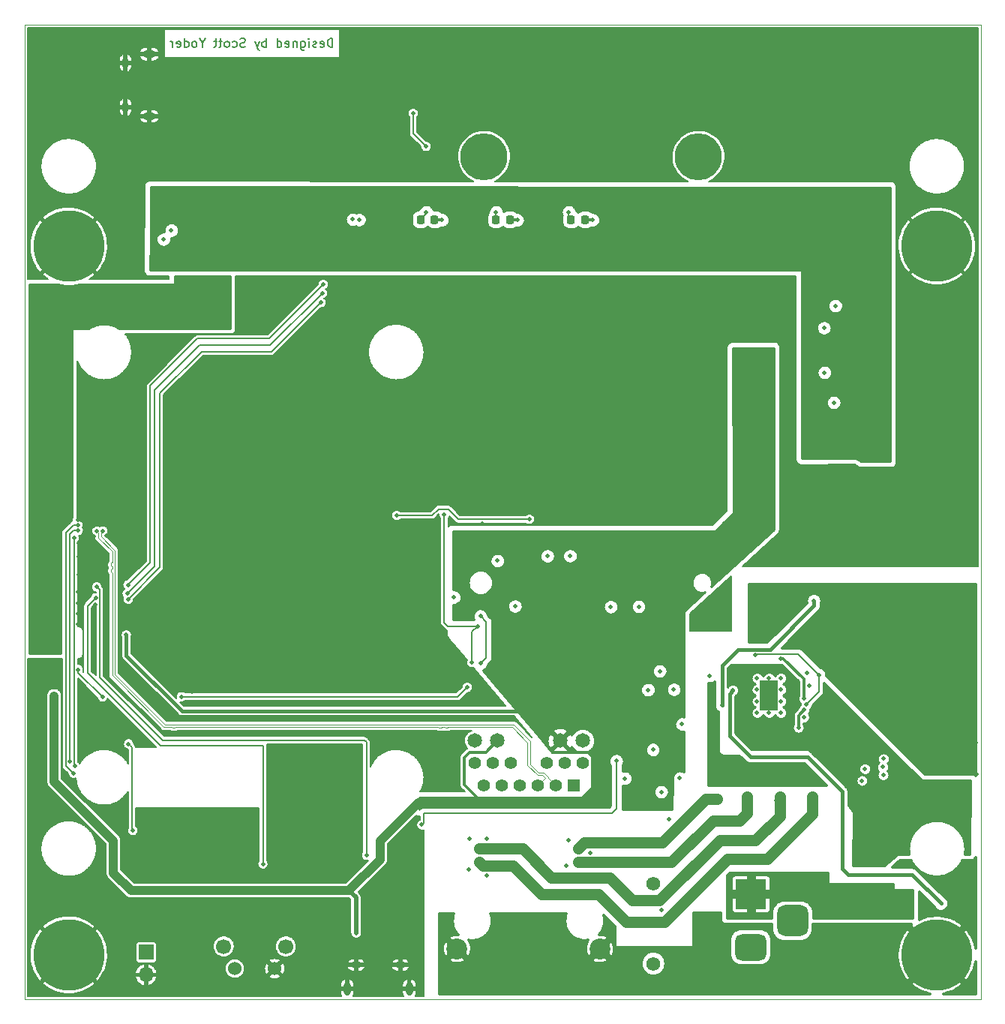
<source format=gbr>
%TF.GenerationSoftware,KiCad,Pcbnew,5.99.0-unknown-b84d1456d5~131~ubuntu20.04.1*%
%TF.CreationDate,2021-09-23T18:16:05-05:00*%
%TF.ProjectId,AP2000,41503230-3030-42e6-9b69-6361645f7063,rev?*%
%TF.SameCoordinates,Original*%
%TF.FileFunction,Copper,L4,Bot*%
%TF.FilePolarity,Positive*%
%FSLAX46Y46*%
G04 Gerber Fmt 4.6, Leading zero omitted, Abs format (unit mm)*
G04 Created by KiCad (PCBNEW 5.99.0-unknown-b84d1456d5~131~ubuntu20.04.1) date 2021-09-23 18:16:05*
%MOMM*%
%LPD*%
G01*
G04 APERTURE LIST*
G04 Aperture macros list*
%AMRoundRect*
0 Rectangle with rounded corners*
0 $1 Rounding radius*
0 $2 $3 $4 $5 $6 $7 $8 $9 X,Y pos of 4 corners*
0 Add a 4 corners polygon primitive as box body*
4,1,4,$2,$3,$4,$5,$6,$7,$8,$9,$2,$3,0*
0 Add four circle primitives for the rounded corners*
1,1,$1+$1,$2,$3*
1,1,$1+$1,$4,$5*
1,1,$1+$1,$6,$7*
1,1,$1+$1,$8,$9*
0 Add four rect primitives between the rounded corners*
20,1,$1+$1,$2,$3,$4,$5,0*
20,1,$1+$1,$4,$5,$6,$7,0*
20,1,$1+$1,$6,$7,$8,$9,0*
20,1,$1+$1,$8,$9,$2,$3,0*%
G04 Aperture macros list end*
%TA.AperFunction,Profile*%
%ADD10C,0.100000*%
%TD*%
%ADD11C,0.200000*%
%TA.AperFunction,NonConductor*%
%ADD12C,0.200000*%
%TD*%
%TA.AperFunction,ComponentPad*%
%ADD13R,3.500000X3.500000*%
%TD*%
%TA.AperFunction,ComponentPad*%
%ADD14RoundRect,0.750000X1.000000X-0.750000X1.000000X0.750000X-1.000000X0.750000X-1.000000X-0.750000X0*%
%TD*%
%TA.AperFunction,ComponentPad*%
%ADD15RoundRect,0.875000X0.875000X-0.875000X0.875000X0.875000X-0.875000X0.875000X-0.875000X-0.875000X0*%
%TD*%
%TA.AperFunction,WasherPad*%
%ADD16C,5.300000*%
%TD*%
%TA.AperFunction,ComponentPad*%
%ADD17C,1.524000*%
%TD*%
%TA.AperFunction,ComponentPad*%
%ADD18C,1.700000*%
%TD*%
%TA.AperFunction,ComponentPad*%
%ADD19C,1.574800*%
%TD*%
%TA.AperFunction,ComponentPad*%
%ADD20C,8.000000*%
%TD*%
%TA.AperFunction,ConnectorPad*%
%ADD21C,7.400000*%
%TD*%
%TA.AperFunction,ComponentPad*%
%ADD22R,1.700000X1.700000*%
%TD*%
%TA.AperFunction,ComponentPad*%
%ADD23O,1.700000X1.700000*%
%TD*%
%TA.AperFunction,ComponentPad*%
%ADD24O,1.550000X0.775000*%
%TD*%
%TA.AperFunction,ComponentPad*%
%ADD25O,0.650000X1.300000*%
%TD*%
%TA.AperFunction,ComponentPad*%
%ADD26O,1.300000X0.650000*%
%TD*%
%TA.AperFunction,ComponentPad*%
%ADD27O,0.775000X1.550000*%
%TD*%
%TA.AperFunction,ComponentPad*%
%ADD28R,1.398000X1.398000*%
%TD*%
%TA.AperFunction,ComponentPad*%
%ADD29C,1.398000*%
%TD*%
%TA.AperFunction,ComponentPad*%
%ADD30C,1.200000*%
%TD*%
%TA.AperFunction,ComponentPad*%
%ADD31C,1.650000*%
%TD*%
%TA.AperFunction,ComponentPad*%
%ADD32C,2.362500*%
%TD*%
%TA.AperFunction,ComponentPad*%
%ADD33C,0.500000*%
%TD*%
%TA.AperFunction,SMDPad,CuDef*%
%ADD34R,2.000000X3.500000*%
%TD*%
%TA.AperFunction,SMDPad,CuDef*%
%ADD35RoundRect,0.218750X-0.218750X-0.256250X0.218750X-0.256250X0.218750X0.256250X-0.218750X0.256250X0*%
%TD*%
%TA.AperFunction,ViaPad*%
%ADD36C,0.500000*%
%TD*%
%TA.AperFunction,Conductor*%
%ADD37C,1.016000*%
%TD*%
%TA.AperFunction,Conductor*%
%ADD38C,0.406400*%
%TD*%
%TA.AperFunction,Conductor*%
%ADD39C,1.270000*%
%TD*%
%TA.AperFunction,Conductor*%
%ADD40C,0.203200*%
%TD*%
%TA.AperFunction,Conductor*%
%ADD41C,0.304800*%
%TD*%
%TA.AperFunction,Conductor*%
%ADD42C,0.355600*%
%TD*%
%TA.AperFunction,Conductor*%
%ADD43C,0.127000*%
%TD*%
%TA.AperFunction,Conductor*%
%ADD44C,0.152400*%
%TD*%
%TA.AperFunction,Conductor*%
%ADD45C,0.122174*%
%TD*%
%TA.AperFunction,Conductor*%
%ADD46C,0.508000*%
%TD*%
%TA.AperFunction,Conductor*%
%ADD47C,0.177800*%
%TD*%
%TA.AperFunction,Conductor*%
%ADD48C,0.254000*%
%TD*%
G04 APERTURE END LIST*
D10*
X108000000Y0D02*
X108000000Y-110000000D01*
X0Y0D02*
X108000000Y0D01*
X0Y-110000000D02*
X108000000Y-110000000D01*
X0Y-110000000D02*
X0Y0D01*
D11*
D12*
X34788238Y-2556380D02*
X34788238Y-1556380D01*
X34550142Y-1556380D01*
X34407285Y-1604000D01*
X34312047Y-1699238D01*
X34264428Y-1794476D01*
X34216809Y-1984952D01*
X34216809Y-2127809D01*
X34264428Y-2318285D01*
X34312047Y-2413523D01*
X34407285Y-2508761D01*
X34550142Y-2556380D01*
X34788238Y-2556380D01*
X33407285Y-2508761D02*
X33502523Y-2556380D01*
X33693000Y-2556380D01*
X33788238Y-2508761D01*
X33835857Y-2413523D01*
X33835857Y-2032571D01*
X33788238Y-1937333D01*
X33693000Y-1889714D01*
X33502523Y-1889714D01*
X33407285Y-1937333D01*
X33359666Y-2032571D01*
X33359666Y-2127809D01*
X33835857Y-2223047D01*
X32978714Y-2508761D02*
X32883476Y-2556380D01*
X32693000Y-2556380D01*
X32597761Y-2508761D01*
X32550142Y-2413523D01*
X32550142Y-2365904D01*
X32597761Y-2270666D01*
X32693000Y-2223047D01*
X32835857Y-2223047D01*
X32931095Y-2175428D01*
X32978714Y-2080190D01*
X32978714Y-2032571D01*
X32931095Y-1937333D01*
X32835857Y-1889714D01*
X32693000Y-1889714D01*
X32597761Y-1937333D01*
X32121571Y-2556380D02*
X32121571Y-1889714D01*
X32121571Y-1556380D02*
X32169190Y-1604000D01*
X32121571Y-1651619D01*
X32073952Y-1604000D01*
X32121571Y-1556380D01*
X32121571Y-1651619D01*
X31216809Y-1889714D02*
X31216809Y-2699238D01*
X31264428Y-2794476D01*
X31312047Y-2842095D01*
X31407285Y-2889714D01*
X31550142Y-2889714D01*
X31645380Y-2842095D01*
X31216809Y-2508761D02*
X31312047Y-2556380D01*
X31502523Y-2556380D01*
X31597761Y-2508761D01*
X31645380Y-2461142D01*
X31693000Y-2365904D01*
X31693000Y-2080190D01*
X31645380Y-1984952D01*
X31597761Y-1937333D01*
X31502523Y-1889714D01*
X31312047Y-1889714D01*
X31216809Y-1937333D01*
X30740619Y-1889714D02*
X30740619Y-2556380D01*
X30740619Y-1984952D02*
X30693000Y-1937333D01*
X30597761Y-1889714D01*
X30454904Y-1889714D01*
X30359666Y-1937333D01*
X30312047Y-2032571D01*
X30312047Y-2556380D01*
X29454904Y-2508761D02*
X29550142Y-2556380D01*
X29740619Y-2556380D01*
X29835857Y-2508761D01*
X29883476Y-2413523D01*
X29883476Y-2032571D01*
X29835857Y-1937333D01*
X29740619Y-1889714D01*
X29550142Y-1889714D01*
X29454904Y-1937333D01*
X29407285Y-2032571D01*
X29407285Y-2127809D01*
X29883476Y-2223047D01*
X28550142Y-2556380D02*
X28550142Y-1556380D01*
X28550142Y-2508761D02*
X28645380Y-2556380D01*
X28835857Y-2556380D01*
X28931095Y-2508761D01*
X28978714Y-2461142D01*
X29026333Y-2365904D01*
X29026333Y-2080190D01*
X28978714Y-1984952D01*
X28931095Y-1937333D01*
X28835857Y-1889714D01*
X28645380Y-1889714D01*
X28550142Y-1937333D01*
X27312047Y-2556380D02*
X27312047Y-1556380D01*
X27312047Y-1937333D02*
X27216809Y-1889714D01*
X27026333Y-1889714D01*
X26931095Y-1937333D01*
X26883476Y-1984952D01*
X26835857Y-2080190D01*
X26835857Y-2365904D01*
X26883476Y-2461142D01*
X26931095Y-2508761D01*
X27026333Y-2556380D01*
X27216809Y-2556380D01*
X27312047Y-2508761D01*
X26502523Y-1889714D02*
X26264428Y-2556380D01*
X26026333Y-1889714D02*
X26264428Y-2556380D01*
X26359666Y-2794476D01*
X26407285Y-2842095D01*
X26502523Y-2889714D01*
X24931095Y-2508761D02*
X24788238Y-2556380D01*
X24550142Y-2556380D01*
X24454904Y-2508761D01*
X24407285Y-2461142D01*
X24359666Y-2365904D01*
X24359666Y-2270666D01*
X24407285Y-2175428D01*
X24454904Y-2127809D01*
X24550142Y-2080190D01*
X24740619Y-2032571D01*
X24835857Y-1984952D01*
X24883476Y-1937333D01*
X24931095Y-1842095D01*
X24931095Y-1746857D01*
X24883476Y-1651619D01*
X24835857Y-1604000D01*
X24740619Y-1556380D01*
X24502523Y-1556380D01*
X24359666Y-1604000D01*
X23502523Y-2508761D02*
X23597761Y-2556380D01*
X23788238Y-2556380D01*
X23883476Y-2508761D01*
X23931095Y-2461142D01*
X23978714Y-2365904D01*
X23978714Y-2080190D01*
X23931095Y-1984952D01*
X23883476Y-1937333D01*
X23788238Y-1889714D01*
X23597761Y-1889714D01*
X23502523Y-1937333D01*
X22931095Y-2556380D02*
X23026333Y-2508761D01*
X23073952Y-2461142D01*
X23121571Y-2365904D01*
X23121571Y-2080190D01*
X23073952Y-1984952D01*
X23026333Y-1937333D01*
X22931095Y-1889714D01*
X22788238Y-1889714D01*
X22693000Y-1937333D01*
X22645380Y-1984952D01*
X22597761Y-2080190D01*
X22597761Y-2365904D01*
X22645380Y-2461142D01*
X22693000Y-2508761D01*
X22788238Y-2556380D01*
X22931095Y-2556380D01*
X22312047Y-1889714D02*
X21931095Y-1889714D01*
X22169190Y-1556380D02*
X22169190Y-2413523D01*
X22121571Y-2508761D01*
X22026333Y-2556380D01*
X21931095Y-2556380D01*
X21740619Y-1889714D02*
X21359666Y-1889714D01*
X21597761Y-1556380D02*
X21597761Y-2413523D01*
X21550142Y-2508761D01*
X21454904Y-2556380D01*
X21359666Y-2556380D01*
X20073952Y-2080190D02*
X20073952Y-2556380D01*
X20407285Y-1556380D02*
X20073952Y-2080190D01*
X19740619Y-1556380D01*
X19264428Y-2556380D02*
X19359666Y-2508761D01*
X19407285Y-2461142D01*
X19454904Y-2365904D01*
X19454904Y-2080190D01*
X19407285Y-1984952D01*
X19359666Y-1937333D01*
X19264428Y-1889714D01*
X19121571Y-1889714D01*
X19026333Y-1937333D01*
X18978714Y-1984952D01*
X18931095Y-2080190D01*
X18931095Y-2365904D01*
X18978714Y-2461142D01*
X19026333Y-2508761D01*
X19121571Y-2556380D01*
X19264428Y-2556380D01*
X18073952Y-2556380D02*
X18073952Y-1556380D01*
X18073952Y-2508761D02*
X18169190Y-2556380D01*
X18359666Y-2556380D01*
X18454904Y-2508761D01*
X18502523Y-2461142D01*
X18550142Y-2365904D01*
X18550142Y-2080190D01*
X18502523Y-1984952D01*
X18454904Y-1937333D01*
X18359666Y-1889714D01*
X18169190Y-1889714D01*
X18073952Y-1937333D01*
X17216809Y-2508761D02*
X17312047Y-2556380D01*
X17502523Y-2556380D01*
X17597761Y-2508761D01*
X17645380Y-2413523D01*
X17645380Y-2032571D01*
X17597761Y-1937333D01*
X17502523Y-1889714D01*
X17312047Y-1889714D01*
X17216809Y-1937333D01*
X17169190Y-2032571D01*
X17169190Y-2127809D01*
X17645380Y-2223047D01*
X16740619Y-2556380D02*
X16740619Y-1889714D01*
X16740619Y-2080190D02*
X16693000Y-1984952D01*
X16645380Y-1937333D01*
X16550142Y-1889714D01*
X16454904Y-1889714D01*
D13*
X82000000Y-98130000D03*
D14*
X82000000Y-104130000D03*
D15*
X86700000Y-101130000D03*
D16*
X76091000Y-14937000D03*
X51891000Y-14937000D03*
D17*
X23750000Y-106550000D03*
X28250000Y-106550000D03*
D18*
X22500000Y-104050000D03*
X29500000Y-104050000D03*
D19*
X71000000Y-96932200D03*
X71000000Y-106000000D03*
D20*
X103000000Y-25000000D03*
D21*
X103000000Y-25000000D03*
D22*
X13740000Y-104710000D03*
D23*
X13740000Y-107250000D03*
D24*
X14109999Y-10351000D03*
D25*
X11409999Y-4351000D03*
X11409999Y-9351000D03*
D24*
X14109999Y-3351000D03*
D26*
X37448002Y-106126503D03*
D27*
X43448002Y-108826503D03*
X36448002Y-108826503D03*
D26*
X42448002Y-106126503D03*
D21*
X103000000Y-105000000D03*
D20*
X103000000Y-105000000D03*
D28*
X61995000Y-85920000D03*
D29*
X59963000Y-85920000D03*
X57931000Y-85920000D03*
X55899000Y-85920000D03*
X53867000Y-85920000D03*
X51835000Y-85920000D03*
X63011000Y-83380000D03*
X60979000Y-83380000D03*
X58947000Y-83380000D03*
X54883000Y-83380000D03*
X52851000Y-83380000D03*
X50819000Y-83380000D03*
D30*
X62503000Y-93030000D03*
X51327000Y-93030000D03*
X62503000Y-94520000D03*
X51327000Y-94520000D03*
D31*
X63011000Y-80840000D03*
X60471000Y-80840000D03*
X53359000Y-80840000D03*
X50819000Y-80840000D03*
D32*
X64980000Y-104335000D03*
X48850000Y-104335000D03*
D21*
X5000000Y-25000000D03*
D20*
X5000000Y-25000000D03*
D33*
X82714000Y-77671000D03*
X85414000Y-75071000D03*
X84064000Y-76371000D03*
X82714000Y-75071000D03*
X84064000Y-77671000D03*
X84064000Y-73771000D03*
D34*
X84064000Y-75721000D03*
D33*
X82714000Y-73771000D03*
X85414000Y-76371000D03*
X82714000Y-76371000D03*
X84064000Y-75071000D03*
X85414000Y-77671000D03*
X85414000Y-73771000D03*
D20*
X5000000Y-105000000D03*
D21*
X5000000Y-105000000D03*
D35*
X61712500Y-22000000D03*
X63287500Y-22000000D03*
X44712500Y-22000000D03*
X46287500Y-22000000D03*
X53212500Y-22000000D03*
X54787500Y-22000000D03*
D36*
X103490000Y-99210000D03*
X43108999Y-17240000D03*
X37455000Y-62070000D03*
X31890000Y-85790000D03*
X9125000Y-65300000D03*
X24755000Y-69690000D03*
X77887000Y-39293000D03*
X70267000Y-54533000D03*
X43042000Y-70465000D03*
X27826000Y-87822000D03*
X75347000Y-36753000D03*
X27826000Y-81726000D03*
X72807000Y-44373000D03*
X55027000Y-39293000D03*
X62647000Y-51993000D03*
X15703000Y-24246000D03*
X55027000Y-31673000D03*
X32375000Y-56990000D03*
X9515000Y-49370000D03*
X17135000Y-41750000D03*
X55027000Y-36753000D03*
X16593000Y-23208000D03*
X105111000Y-55258000D03*
X77887000Y-44373000D03*
X62647000Y-46913000D03*
X34915000Y-64610000D03*
X65187000Y-49453000D03*
X37455000Y-59530000D03*
X58690000Y-6210000D03*
X37455000Y-69690000D03*
X105110000Y-51910000D03*
X39981000Y-69279000D03*
X60107000Y-51993000D03*
X6137990Y-62072400D03*
X9201790Y-59677200D03*
X43050000Y-72876000D03*
X81820000Y-60990000D03*
X52487000Y-39293000D03*
X39981000Y-56076000D03*
X60107000Y-41833000D03*
X79517000Y-34952000D03*
X57567000Y-51993000D03*
X102860000Y-51960000D03*
X6089000Y-65291000D03*
X11000000Y-63513000D03*
X73990000Y-85060000D03*
X77887000Y-29133000D03*
X29835000Y-49370000D03*
X8931000Y-54248000D03*
X91380000Y-42670000D03*
X22215000Y-49370000D03*
X34915000Y-44290000D03*
X9515000Y-41750000D03*
X26176500Y-30618001D03*
X34915000Y-72230000D03*
X29835000Y-54450000D03*
X27295000Y-41750000D03*
X29858000Y-83758000D03*
X18790000Y-17240000D03*
X31890000Y-83758000D03*
X27295000Y-67150000D03*
X71120000Y-17300000D03*
X14110000Y-70940000D03*
X14166000Y-81261000D03*
X6104800Y-58548000D03*
X39979000Y-70466000D03*
X47140000Y-1950000D03*
X7827300Y-66487200D03*
X10905400Y-57506600D03*
X57567000Y-31673000D03*
X19675000Y-41750000D03*
X34240000Y-28560000D03*
X22215000Y-39210000D03*
X65187000Y-44373000D03*
X65187000Y-41833000D03*
X44845000Y-72872000D03*
X11032400Y-56211200D03*
X44796790Y-62072400D03*
X72807000Y-29133000D03*
X29835000Y-74770000D03*
X69342004Y-65698205D03*
X37455000Y-56990000D03*
X40018000Y-72880000D03*
X22215000Y-46830000D03*
X2013000Y-73377000D03*
X72807000Y-51993000D03*
X66190800Y-65713800D03*
X39401999Y-32014000D03*
X43040000Y-54848000D03*
X42995000Y-56067000D03*
X44790000Y-109458000D03*
X29858000Y-87822000D03*
X24755000Y-67150000D03*
X77887000Y-41833000D03*
X20840000Y-13740000D03*
X75347000Y-39293000D03*
X17135000Y-51910000D03*
X27295000Y-44290000D03*
X24755000Y-46830000D03*
X24755000Y-51910000D03*
X39982000Y-55013000D03*
X60107000Y-54533000D03*
X32375000Y-51910000D03*
X39543000Y-81310000D03*
X52487000Y-31673000D03*
X43057000Y-71692000D03*
X107107000Y-60805000D03*
X34915000Y-67150000D03*
X29835000Y-44290000D03*
X35954000Y-83758000D03*
X49947000Y-44373000D03*
X17135000Y-44290000D03*
X86290000Y-59800000D03*
X7821790Y-62067200D03*
X57567000Y-41833000D03*
X2990000Y-88960000D03*
X102790000Y-45450000D03*
X60107000Y-49453000D03*
X101484007Y-53598987D03*
X22215000Y-64610000D03*
X53990000Y-9660000D03*
X52487000Y-49453000D03*
X49947000Y-34213000D03*
X24755000Y-49370000D03*
X12620000Y-19160000D03*
X29835000Y-62070000D03*
X37455000Y-72230000D03*
X1880000Y-77290000D03*
X38416999Y-15781000D03*
X60107000Y-39293000D03*
X57567000Y-34213000D03*
X6079000Y-64074000D03*
X49947000Y-31673000D03*
X91560000Y-31740000D03*
X39991000Y-65683000D03*
X34915000Y-69690000D03*
X27295000Y-62070000D03*
X22215000Y-62070000D03*
X34915000Y-56990000D03*
X13127000Y-96431000D03*
X6225400Y-74160000D03*
X19770000Y-59530000D03*
X63040000Y-12060000D03*
X78408600Y-64467000D03*
X24755000Y-54450000D03*
X57567000Y-39293000D03*
X22215000Y-51910000D03*
X70267000Y-51993000D03*
X29835000Y-72230000D03*
X27295000Y-39210000D03*
X85664300Y-35968599D03*
X33508000Y-100290000D03*
X51710000Y-56340000D03*
X86940000Y-43880000D03*
X62647000Y-34213000D03*
X14710000Y-17310000D03*
X44862000Y-65663000D03*
X39964000Y-59674000D03*
X67727000Y-46913000D03*
X24140000Y-28660000D03*
X103982000Y-60805000D03*
X65187000Y-36753000D03*
X92910000Y-52250000D03*
X11140000Y-98960000D03*
X77887000Y-31673000D03*
X90530000Y-52210000D03*
X42662999Y-30492000D03*
X19770000Y-56990000D03*
X46242999Y-30440000D03*
X55027000Y-34213000D03*
X34915000Y-59530000D03*
X62647000Y-49453000D03*
X60440000Y-12160000D03*
X41614198Y-32746402D03*
X7852000Y-57761000D03*
X32375000Y-41750000D03*
X2600000Y-74650000D03*
X37986000Y-85790000D03*
X60107000Y-29133000D03*
X44903000Y-68060000D03*
X31890000Y-87822000D03*
X34915000Y-62070000D03*
X74240000Y-78960000D03*
X19675000Y-39210000D03*
X52487000Y-46913000D03*
X6950790Y-53284000D03*
X72807000Y-36753000D03*
X43059000Y-57269000D03*
X47602000Y-86406000D03*
X85550000Y-47520000D03*
X9127400Y-61672200D03*
X55027000Y-54533000D03*
X17135000Y-49370000D03*
X24755000Y-39210000D03*
X9119000Y-68069000D03*
X67470000Y-56300000D03*
X60107000Y-34213000D03*
X60107000Y-31673000D03*
X72807000Y-34213000D03*
X32375000Y-62070000D03*
X10980000Y-66472800D03*
X29858000Y-85790000D03*
X27826000Y-85790000D03*
X72807000Y-41833000D03*
X42786999Y-32097000D03*
X46338598Y-32111402D03*
X59043000Y-59987000D03*
X65187000Y-51993000D03*
X34915000Y-49370000D03*
X44796790Y-59659400D03*
X70267000Y-41833000D03*
X67727000Y-54533000D03*
X86070700Y-37289399D03*
X16621000Y-12120000D03*
X24755000Y-64610000D03*
X43141000Y-66884000D03*
X12340000Y-98960000D03*
X14460000Y-76440000D03*
X43103000Y-62091000D03*
X27295000Y-46830000D03*
X49947000Y-51993000D03*
X62647000Y-36753000D03*
X37940000Y-11660000D03*
X57567000Y-29133000D03*
X23340000Y-80064000D03*
X77271000Y-68289000D03*
X9515000Y-44290000D03*
X10879284Y-59661504D03*
X73319000Y-75051000D03*
X27295000Y-56990000D03*
X7857000Y-56546000D03*
X42230000Y-100270000D03*
X7915000Y-67668000D03*
X35954000Y-85790000D03*
X62647000Y-44373000D03*
X29835000Y-41750000D03*
X67290000Y-17400000D03*
X19770000Y-62070000D03*
X43105000Y-68088000D03*
X62647000Y-31673000D03*
X36930999Y-16332000D03*
X44796790Y-63266200D03*
X57567000Y-49453000D03*
X4000000Y-74620000D03*
X32375000Y-49370000D03*
X99060000Y-42210000D03*
X70401000Y-75086000D03*
X33168999Y-17240000D03*
X43087000Y-60891000D03*
X82240000Y-28560000D03*
X71728000Y-72968000D03*
X43066000Y-63290000D03*
X67727000Y-49453000D03*
X99034007Y-47698987D03*
X10284000Y-19635000D03*
X70267000Y-31673000D03*
X30677000Y-96522000D03*
X34915000Y-46830000D03*
X32375000Y-72230000D03*
X90320000Y-39280000D03*
X77887000Y-34213000D03*
X29835000Y-64610000D03*
X75347000Y-49453000D03*
X70267000Y-49453000D03*
X55027000Y-41833000D03*
X55027000Y-46913000D03*
X800000Y-71950000D03*
X45186000Y-81250000D03*
X29835000Y-56990000D03*
X52487000Y-36753000D03*
X102611000Y-55238000D03*
X18930000Y-15690000D03*
X52487000Y-34213000D03*
X27150000Y-17140000D03*
X22215000Y-67150000D03*
X44803000Y-100298000D03*
X40047000Y-66882000D03*
X70267000Y-34213000D03*
X27295000Y-72230000D03*
X44858000Y-66860000D03*
X67727000Y-44373000D03*
X11800000Y-51320000D03*
X86890000Y-50630000D03*
X6410000Y-80300000D03*
X60107000Y-46913000D03*
X24755000Y-59530000D03*
X67727000Y-31673000D03*
X9171790Y-63787200D03*
X34915000Y-74770000D03*
X67727000Y-29133000D03*
X98670000Y-37360000D03*
X12055000Y-44290000D03*
X37986000Y-81726000D03*
X85450000Y-60839000D03*
X31890000Y-81726000D03*
X27295000Y-51910000D03*
X9162000Y-72890000D03*
X19675000Y-51910000D03*
X37061999Y-21989000D03*
X67727000Y-51993000D03*
X12055000Y-41750000D03*
X6137990Y-60065800D03*
X86883500Y-35206599D03*
X44796790Y-60878600D03*
X6086000Y-66495000D03*
X13710000Y-75260000D03*
X27826000Y-83758000D03*
X75347000Y-34213000D03*
X37455000Y-74770000D03*
X49947000Y-49453000D03*
X27295000Y-59530000D03*
X29835000Y-51910000D03*
X39401999Y-30358000D03*
X37455000Y-64610000D03*
X24755000Y-41750000D03*
X19770000Y-64610000D03*
X2150000Y-82940000D03*
X32375000Y-67150000D03*
X19770000Y-54450000D03*
X44899000Y-64479000D03*
X62647000Y-39293000D03*
X39990000Y-71679000D03*
X12055000Y-49370000D03*
X71900000Y-86610000D03*
X55027000Y-29133000D03*
X72807000Y-54533000D03*
X49947000Y-29133000D03*
X32375000Y-46830000D03*
X9780000Y-76684000D03*
X67727000Y-41833000D03*
X33922000Y-87822000D03*
X15740000Y-28560000D03*
X62647000Y-29133000D03*
X19675000Y-49370000D03*
X10894193Y-61640600D03*
X27295000Y-49370000D03*
X72807000Y-46913000D03*
X67775000Y-85085000D03*
X32375000Y-44290000D03*
X71170000Y-56280000D03*
X44838000Y-71666000D03*
X22215000Y-41750000D03*
X102910000Y-49880000D03*
X56265000Y-7900000D03*
X22215000Y-44290000D03*
X67727000Y-39293000D03*
X72807000Y-31673000D03*
X65187000Y-39293000D03*
X70267000Y-39293000D03*
X27295000Y-69690000D03*
X75347000Y-44373000D03*
X55396200Y-65635400D03*
X57567000Y-44373000D03*
X70951000Y-81839800D03*
X35097000Y-109492000D03*
X43060000Y-69278000D03*
X24755000Y-62070000D03*
X77887000Y-54533000D03*
X9263000Y-57704000D03*
X43078000Y-64501000D03*
X19675000Y-44290000D03*
X77887000Y-49453000D03*
X62647000Y-54533000D03*
X10981600Y-72873600D03*
X52487000Y-29133000D03*
X19675000Y-46830000D03*
X90279000Y-34230000D03*
X33922000Y-81726000D03*
X75000000Y-56320000D03*
X24755000Y-44290000D03*
X52487000Y-41833000D03*
X103984007Y-53573987D03*
X37793999Y-22019000D03*
X27295000Y-54450000D03*
X39958000Y-64468000D03*
X25030000Y-33220000D03*
X12055000Y-46830000D03*
X32375000Y-54450000D03*
X29835000Y-46830000D03*
X55027000Y-44373000D03*
X37652000Y-8279000D03*
X55027000Y-49453000D03*
X10981600Y-68071000D03*
X65187000Y-46913000D03*
X49947000Y-46913000D03*
X7821790Y-60057200D03*
X75347000Y-54533000D03*
X48400000Y-14140000D03*
X94670984Y-60805000D03*
X65187000Y-54533000D03*
X6088000Y-67679000D03*
X49947000Y-39293000D03*
X75347000Y-29133000D03*
X52487000Y-44373000D03*
X72807000Y-39293000D03*
X33922000Y-83758000D03*
X48820000Y-73350000D03*
X52487000Y-54533000D03*
X29858000Y-81726000D03*
X52487000Y-51993000D03*
X13407000Y-55082000D03*
X75347000Y-41833000D03*
X32375000Y-64610000D03*
X57567000Y-36753000D03*
X44943000Y-58660000D03*
X65187000Y-31673000D03*
X6045000Y-55903000D03*
X18920000Y-75300000D03*
X65187000Y-34213000D03*
X62647000Y-41833000D03*
X32375000Y-59530000D03*
X82436000Y-34923000D03*
X20480000Y-76730000D03*
X43142000Y-65689000D03*
X75347000Y-31673000D03*
X37455000Y-67150000D03*
X22215000Y-56990000D03*
X65187000Y-29133000D03*
X70267000Y-44373000D03*
X10981600Y-65431400D03*
X60107000Y-36753000D03*
X39967000Y-58475000D03*
X61599000Y-59969000D03*
X75347000Y-46913000D03*
X70267000Y-29133000D03*
X9981000Y-6070000D03*
X57567000Y-54533000D03*
X22215000Y-59530000D03*
X39983000Y-57277000D03*
X84150000Y-59980000D03*
X49550000Y-71830000D03*
X9178200Y-56541400D03*
X70267000Y-46913000D03*
X29835000Y-59530000D03*
X71942722Y-99962722D03*
X22215000Y-54450000D03*
X35954000Y-87822000D03*
X49947000Y-41833000D03*
X40043000Y-68076000D03*
X9321000Y-8240000D03*
X34915000Y-51910000D03*
X17135000Y-46830000D03*
X32375000Y-74770000D03*
X7984400Y-65507600D03*
X77887000Y-46913000D03*
X35954000Y-81726000D03*
X46820000Y-10545400D03*
X37986000Y-83758000D03*
X72807000Y-49453000D03*
X97774656Y-60805000D03*
X43070000Y-58472000D03*
X100878328Y-60805000D03*
X49947000Y-54533000D03*
X78400000Y-55580000D03*
X32375000Y-69690000D03*
X27295000Y-64610000D03*
X6137990Y-54858800D03*
X29835000Y-67150000D03*
X35276999Y-29761000D03*
X67727000Y-36753000D03*
X60107000Y-44373000D03*
X70267000Y-36753000D03*
X33922000Y-85790000D03*
X48480000Y-64640000D03*
X39980000Y-60868000D03*
X75347000Y-51993000D03*
X44860000Y-70478000D03*
X67727000Y-34213000D03*
X77887000Y-51993000D03*
X72780000Y-89710000D03*
X37986000Y-87822000D03*
X49947000Y-36753000D03*
X44872000Y-69262000D03*
X55027000Y-51993000D03*
X53395000Y-60512000D03*
X9515000Y-46830000D03*
X40547999Y-15781000D03*
X24755000Y-56990000D03*
X77887000Y-36753000D03*
X34915000Y-54450000D03*
X29835000Y-39210000D03*
X21040000Y-17270000D03*
X9127000Y-66501000D03*
X43073000Y-59680000D03*
X16600000Y-17270000D03*
X29835000Y-69690000D03*
X16690000Y-35240000D03*
X57567000Y-46913000D03*
X77845997Y-87135854D03*
X77515797Y-87593054D03*
X78176197Y-87593054D03*
X98409000Y-70757000D03*
X103026000Y-67358000D03*
X96681000Y-67646000D03*
X88349000Y-73205000D03*
X107456000Y-84616000D03*
X85438000Y-67510000D03*
X98347000Y-67747000D03*
X67580000Y-104410000D03*
X83209000Y-68198000D03*
X96589000Y-70680000D03*
X76640000Y-107960000D03*
X75240000Y-107160000D03*
X85477000Y-65295000D03*
X88627000Y-74639000D03*
X88640000Y-106160000D03*
X94670164Y-63459000D03*
X77840000Y-107960000D03*
X103740000Y-96710000D03*
X73760000Y-104400000D03*
X52210000Y-96030000D03*
X63890000Y-93460000D03*
X52160000Y-91870000D03*
X61450000Y-92100000D03*
X103200000Y-77298000D03*
X78170000Y-106735000D03*
X102144000Y-74112000D03*
X103095000Y-74079000D03*
X103980418Y-63459000D03*
X91284000Y-72467000D03*
X97773582Y-63459000D03*
X77378000Y-76707000D03*
X100877000Y-63459000D03*
X78170000Y-107360000D03*
X107083836Y-63459000D03*
X50170000Y-95400000D03*
X92040000Y-106160000D03*
X95840000Y-77800000D03*
X87986000Y-78158000D03*
X103269000Y-71930000D03*
X77411000Y-75269000D03*
X50240000Y-91920000D03*
X75840000Y-107960000D03*
X86606000Y-65272000D03*
X61150000Y-94950000D03*
X92030000Y-107220000D03*
X91290000Y-71490000D03*
X107386000Y-81049000D03*
X102076000Y-77462000D03*
X83170000Y-65304000D03*
X95440000Y-106160000D03*
X106659007Y-67298987D03*
X103298000Y-71306000D03*
X95340000Y-107220000D03*
X98240000Y-100210000D03*
X98240000Y-99510000D03*
X98640000Y-100710000D03*
X99440000Y-100710000D03*
X85259895Y-87186654D03*
X84907197Y-87593054D03*
X85618397Y-87593054D03*
X81554397Y-87133197D03*
X81884597Y-87590397D03*
X81224197Y-87590397D03*
X94560991Y-85336000D03*
X96899991Y-83796000D03*
X96942991Y-84700000D03*
X96985991Y-82871000D03*
X94876991Y-84005000D03*
X77366000Y-73541000D03*
X96792991Y-87580000D03*
X100427000Y-86459000D03*
X81668000Y-72793000D03*
X94640000Y-94760000D03*
X93840000Y-94760000D03*
X100489000Y-88401000D03*
X104176000Y-88477000D03*
X95540000Y-94760000D03*
X81168000Y-72788000D03*
X80190000Y-72491000D03*
X96029991Y-88993000D03*
X88590795Y-87622397D03*
X88946395Y-87190597D03*
X89301995Y-87622397D03*
X50507000Y-71999000D03*
X47409000Y-55348000D03*
X51170000Y-67890000D03*
X89016000Y-48791000D03*
X90363300Y-36679799D03*
X91201500Y-36654399D03*
X90597000Y-45455000D03*
X95077007Y-48987987D03*
X41715999Y-18692000D03*
X40572999Y-18692000D03*
X90363300Y-35943199D03*
X97109007Y-48987987D03*
X92202000Y-45472000D03*
X19970500Y-20282800D03*
X16597000Y-19177000D03*
X15750000Y-20281000D03*
X96093007Y-45889187D03*
X90363300Y-37467199D03*
X38464799Y-18692000D03*
X91461000Y-48799000D03*
X89752000Y-45455000D03*
X18802100Y-19139800D03*
X16719300Y-20282800D03*
X17684500Y-20282800D03*
X97109007Y-46955987D03*
X97109007Y-44923987D03*
X18827500Y-20282800D03*
X39429999Y-18692000D03*
X89474300Y-36654399D03*
X96093007Y-48098987D03*
X93046000Y-45464000D03*
X91402000Y-47296000D03*
X95077007Y-44923987D03*
X93688000Y-48834000D03*
X95077007Y-46955987D03*
X87380000Y-79337000D03*
X88006000Y-77346000D03*
X79966000Y-75142000D03*
X85370000Y-71544000D03*
X88018000Y-76056000D03*
X88277000Y-76718000D03*
X89679500Y-73399500D03*
X82547000Y-71119000D03*
X89152000Y-65057000D03*
X78767000Y-76861000D03*
X33486000Y-31370000D03*
X11712700Y-64872000D03*
X11610000Y-64220000D03*
X33633000Y-30329000D03*
X11690000Y-63240000D03*
X33740000Y-29338000D03*
X12240000Y-90960000D03*
X11765000Y-81185000D03*
X8157400Y-57154000D03*
X8860600Y-57154000D03*
X51479000Y-72091000D03*
X51480000Y-66770000D03*
X5528456Y-84498456D03*
X6031996Y-56505661D03*
X5146000Y-83210000D03*
X6078000Y-57105000D03*
X44869000Y-90317000D03*
X66826000Y-83107000D03*
X50010000Y-74790000D03*
X8807000Y-75901000D03*
X6068700Y-72802038D03*
X17730000Y-75870000D03*
X73100000Y-70008000D03*
X70332000Y-71741000D03*
X71366004Y-65737005D03*
X82270000Y-38460000D03*
X3368000Y-75788000D03*
X80397000Y-39966000D03*
X64140000Y-22060000D03*
X81355200Y-39994499D03*
X73076000Y-71717000D03*
X70566004Y-65737005D03*
X82189000Y-42500000D03*
X64616004Y-60161005D03*
X70408804Y-68339805D03*
X80545000Y-41510000D03*
X36651006Y-97733993D03*
X71716000Y-69743000D03*
X75793604Y-57621005D03*
X68720000Y-88190000D03*
X53756000Y-73848000D03*
X47140000Y-22060000D03*
X80490000Y-37180000D03*
X82134000Y-37181000D03*
X59246000Y-57487000D03*
X80459000Y-42680000D03*
X75787004Y-60166405D03*
X73235000Y-79473000D03*
X11500000Y-68880000D03*
X52019204Y-58916405D03*
X82193400Y-39994499D03*
X71526404Y-68339805D03*
X53697000Y-72369000D03*
X52431005Y-60221405D03*
X37437000Y-102538000D03*
X64566804Y-57621005D03*
X55640000Y-22060000D03*
X10040000Y-95460000D03*
X70296000Y-70028000D03*
X5616700Y-57966000D03*
X5676697Y-83710000D03*
X19504500Y-30486801D03*
X17845000Y-33101000D03*
X752000Y-70817000D03*
X20716000Y-33101000D03*
X19529900Y-28785001D03*
X20622100Y-30486801D03*
X17853000Y-30471000D03*
X3920400Y-67844400D03*
X20647500Y-28785001D03*
X20088700Y-29648601D03*
X2554000Y-67851000D03*
X1532800Y-68581000D03*
X1491000Y-70821000D03*
X748000Y-68577000D03*
X760000Y-69641000D03*
X17762000Y-28741000D03*
X1503000Y-69637000D03*
X42031000Y-55402000D03*
X57002000Y-55837000D03*
X45340000Y-13760000D03*
X43884000Y-10022000D03*
X45340000Y-21160000D03*
X53240000Y-21160000D03*
X61440000Y-21160000D03*
X8169000Y-63474000D03*
X38651000Y-93779000D03*
X8047000Y-64685000D03*
X26925000Y-94736000D03*
D37*
X36651006Y-97733993D02*
X12027993Y-97733993D01*
X12027993Y-97733993D02*
X10047000Y-95753000D01*
X10047000Y-95753000D02*
X10047000Y-92117000D01*
X10047000Y-92117000D02*
X3368000Y-85438000D01*
X3368000Y-85438000D02*
X3368000Y-75788000D01*
D38*
X99740000Y-95960000D02*
X100240000Y-95960000D01*
X100240000Y-95960000D02*
X103490000Y-99210000D01*
X92340000Y-94960000D02*
X92340000Y-95310000D01*
X92340000Y-95310000D02*
X92990000Y-95960000D01*
X92990000Y-95960000D02*
X99740000Y-95960000D01*
D39*
X62503000Y-93030000D02*
X63213000Y-92320000D01*
X63213000Y-92320000D02*
X71970000Y-92320000D01*
X76913000Y-87377000D02*
X78150991Y-87377000D01*
X71970000Y-92320000D02*
X76913000Y-87377000D01*
X78490000Y-92060000D02*
X82537500Y-92060000D01*
X85259895Y-89337605D02*
X85259895Y-88663596D01*
X56243000Y-93030000D02*
X59493000Y-96280000D01*
X71690000Y-98860000D02*
X78490000Y-92060000D01*
X66050000Y-96280000D02*
X68630000Y-98860000D01*
X51327000Y-93030000D02*
X56243000Y-93030000D01*
X59493000Y-96280000D02*
X66050000Y-96280000D01*
X68630000Y-98860000D02*
X71690000Y-98860000D01*
X82537500Y-92060000D02*
X85259895Y-89337605D01*
X85259895Y-88663596D02*
X85259895Y-87186654D01*
X80716793Y-89820000D02*
X81554397Y-88982396D01*
X62529101Y-94546101D02*
X73003899Y-94546101D01*
X62503000Y-94520000D02*
X62529101Y-94546101D01*
X73003899Y-94546101D02*
X77730000Y-89820000D01*
X77730000Y-89820000D02*
X80716793Y-89820000D01*
X81554397Y-88982396D02*
X81554397Y-87133197D01*
X67930000Y-101290000D02*
X72260000Y-101290000D01*
X88946395Y-89073605D02*
X88946395Y-88399596D01*
X51327000Y-94520000D02*
X51777000Y-94970000D01*
X88946395Y-88399596D02*
X88946395Y-87190597D01*
X83860000Y-94160000D02*
X88946395Y-89073605D01*
X51777000Y-94970000D02*
X55170000Y-94970000D01*
X58350000Y-98150000D02*
X64790000Y-98150000D01*
X79390000Y-94160000D02*
X83860000Y-94160000D01*
X72260000Y-101290000D02*
X79390000Y-94160000D01*
X64790000Y-98150000D02*
X67930000Y-101290000D01*
X55170000Y-94970000D02*
X58350000Y-98150000D01*
D40*
X47409000Y-55348000D02*
X47409000Y-67503000D01*
X50507000Y-71999000D02*
X50507000Y-68553000D01*
X47409000Y-67503000D02*
X47796000Y-67890000D01*
X47796000Y-67890000D02*
X51170000Y-67890000D01*
X50507000Y-68553000D02*
X51170000Y-67890000D01*
D41*
X87380000Y-79337000D02*
X87380000Y-77972000D01*
X87380000Y-77972000D02*
X88006000Y-77346000D01*
D38*
X88452000Y-82632000D02*
X92340000Y-86520000D01*
X79966000Y-75142000D02*
X79595000Y-75513000D01*
X92340000Y-86520000D02*
X92340000Y-94960000D01*
X81977000Y-82632000D02*
X88452000Y-82632000D01*
X79595000Y-80250000D02*
X81977000Y-82632000D01*
X79595000Y-75513000D02*
X79595000Y-80250000D01*
D42*
X85663000Y-71544000D02*
X85370000Y-71544000D01*
X87994000Y-76032000D02*
X87994000Y-73875000D01*
X87994000Y-73875000D02*
X85663000Y-71544000D01*
X88018000Y-76056000D02*
X87994000Y-76032000D01*
D40*
X88277000Y-76718000D02*
X89679500Y-75315500D01*
X89679500Y-75315500D02*
X89679500Y-73399500D01*
X89679500Y-73399500D02*
X87371299Y-71091299D01*
X87371299Y-71091299D02*
X82574701Y-71091299D01*
X82574701Y-71091299D02*
X82547000Y-71119000D01*
D38*
X89152000Y-65593000D02*
X89152000Y-65057000D01*
X78740000Y-72361000D02*
X80549000Y-70552000D01*
X78767000Y-76861000D02*
X78740000Y-76834000D01*
X84193000Y-70552000D02*
X89152000Y-65593000D01*
X78740000Y-76834000D02*
X78740000Y-72361000D01*
X80549000Y-70552000D02*
X84193000Y-70552000D01*
D43*
X27880750Y-36958000D02*
X19985000Y-36958000D01*
X19985000Y-36958000D02*
X15318000Y-41625000D01*
X15318000Y-61266700D02*
X11712700Y-64872000D01*
X15318000Y-41625000D02*
X15318000Y-61266700D01*
X33468750Y-31370000D02*
X27880750Y-36958000D01*
X33486000Y-31370000D02*
X33468750Y-31370000D01*
X14690000Y-61140000D02*
X11610000Y-64220000D01*
X19770000Y-36196000D02*
X14690000Y-41276000D01*
X27766000Y-36196000D02*
X19770000Y-36196000D01*
X14690000Y-41276000D02*
X14690000Y-61140000D01*
X33633000Y-30329000D02*
X27766000Y-36196000D01*
X14182000Y-40768000D02*
X14182000Y-60710000D01*
X14182000Y-60710000D02*
X11690000Y-63202000D01*
X11690000Y-63202000D02*
X11690000Y-63240000D01*
X33740000Y-29338000D02*
X27642000Y-35436000D01*
X27642000Y-35436000D02*
X19514000Y-35436000D01*
X19514000Y-35436000D02*
X14182000Y-40768000D01*
D44*
X12134364Y-81554364D02*
X11765000Y-81185000D01*
X12134364Y-90854364D02*
X12134364Y-81554364D01*
X12240000Y-90960000D02*
X12134364Y-90854364D01*
D45*
X56809313Y-81020389D02*
X56809313Y-83609389D01*
X9907313Y-61174513D02*
X9907313Y-61428513D01*
X57930611Y-84730687D02*
X58471611Y-84730687D01*
X17367715Y-79283485D02*
X46726515Y-79283485D01*
X46823387Y-79380357D02*
X47082115Y-79380357D01*
X58784312Y-85066688D02*
X57931000Y-85920000D01*
X9805713Y-61530113D02*
X9805713Y-61784113D01*
X55072409Y-79283485D02*
X56809313Y-81020389D01*
X17113715Y-79283485D02*
X17367715Y-79283485D01*
X47890187Y-79283485D02*
X48148915Y-79283485D01*
X58784313Y-85043389D02*
X58784312Y-85066688D01*
X9907313Y-61885713D02*
X9907313Y-62139713D01*
X15718026Y-79283485D02*
X16656515Y-79283485D01*
X16758115Y-79385085D02*
X17012115Y-79385085D01*
X56809313Y-83609389D02*
X57930611Y-84730687D01*
X8346312Y-57342912D02*
X8346312Y-57943388D01*
X47534587Y-79380357D02*
X47793315Y-79380357D01*
X47178987Y-79283485D02*
X47437715Y-79283485D01*
X9907313Y-62139713D02*
X9907313Y-73472772D01*
X48148915Y-79283485D02*
X55072409Y-79283485D01*
X9907313Y-59504389D02*
X9907313Y-60717313D01*
X58471611Y-84730687D02*
X58784313Y-85043389D01*
X8157400Y-57154000D02*
X8346312Y-57342912D01*
X8346312Y-57943388D02*
X9907313Y-59504389D01*
X9907313Y-73472772D02*
X15718026Y-79283485D01*
X9805713Y-60818913D02*
X9805713Y-61072913D01*
X9856513Y-61479313D02*
G75*
G03*
X9907313Y-61428513I0J50800D01*
G01*
X17062915Y-79334285D02*
G75*
G02*
X17012115Y-79385085I-50800J0D01*
G01*
X16707315Y-79334285D02*
G75*
G03*
X16656515Y-79283485I-50800J0D01*
G01*
X47130551Y-79331921D02*
G75*
G02*
X47082115Y-79380357I-48437J1D01*
G01*
X9805713Y-60818913D02*
G75*
G02*
X9856513Y-60768113I50800J0D01*
G01*
X9856513Y-61834913D02*
G75*
G02*
X9805713Y-61784113I0J50800D01*
G01*
X47486151Y-79331921D02*
G75*
G03*
X47437715Y-79283485I-48437J-1D01*
G01*
X9856513Y-61123713D02*
G75*
G02*
X9805713Y-61072913I0J50800D01*
G01*
X16758115Y-79385085D02*
G75*
G02*
X16707315Y-79334285I0J50800D01*
G01*
X47890187Y-79283485D02*
G75*
G03*
X47841751Y-79331921I1J-48437D01*
G01*
X47178987Y-79283485D02*
G75*
G03*
X47130551Y-79331921I1J-48437D01*
G01*
X17113715Y-79283485D02*
G75*
G03*
X17062915Y-79334285I0J-50800D01*
G01*
X47841751Y-79331921D02*
G75*
G02*
X47793315Y-79380357I-48437J1D01*
G01*
X9907313Y-61885713D02*
G75*
G03*
X9856513Y-61834913I-50800J0D01*
G01*
X47534587Y-79380357D02*
G75*
G02*
X47486151Y-79331921I1J48437D01*
G01*
X46774951Y-79331921D02*
G75*
G03*
X46726515Y-79283485I-48437J-1D01*
G01*
X46823387Y-79380357D02*
G75*
G02*
X46774951Y-79331921I1J48437D01*
G01*
X9856513Y-60768113D02*
G75*
G03*
X9907313Y-60717313I0J50800D01*
G01*
X9907313Y-61174513D02*
G75*
G03*
X9856513Y-61123713I-50800J0D01*
G01*
X9805713Y-61530113D02*
G75*
G02*
X9856513Y-61479313I50800J0D01*
G01*
X57134687Y-83474611D02*
X58065389Y-84405313D01*
X58065389Y-84405313D02*
X58606389Y-84405313D01*
X59109688Y-85066688D02*
X59963000Y-85920000D01*
X57134687Y-80885611D02*
X57134687Y-83474611D01*
X58606389Y-84405313D02*
X59109687Y-84908611D01*
X8671688Y-57808612D02*
X10232687Y-59369611D01*
X8671688Y-57342912D02*
X8671688Y-57808612D01*
X15842076Y-78984000D02*
X55233076Y-78984000D01*
X59109687Y-84908611D02*
X59109688Y-85066688D01*
X10232687Y-73374611D02*
X15842076Y-78984000D01*
X8860600Y-57154000D02*
X8671688Y-57342912D01*
X55233076Y-78984000D02*
X57134687Y-80885611D01*
X10232687Y-59369611D02*
X10232687Y-73374611D01*
D40*
X51479000Y-72091000D02*
X52120000Y-71450000D01*
X52120000Y-71450000D02*
X52120000Y-67410000D01*
X52120000Y-67410000D02*
X51480000Y-66770000D01*
X4693299Y-83663299D02*
X5528456Y-84498456D01*
X5559339Y-56505661D02*
X4693299Y-57371701D01*
X6031996Y-56505661D02*
X5559339Y-56505661D01*
X4693299Y-57371701D02*
X4693299Y-83663299D01*
X5580000Y-57105000D02*
X5146000Y-57539000D01*
X5146000Y-57539000D02*
X5146000Y-83210000D01*
X66319000Y-88992000D02*
X45100000Y-88992000D01*
X45100000Y-88992000D02*
X45100000Y-90086000D01*
X66826000Y-88485000D02*
X66319000Y-88992000D01*
X66826000Y-83107000D02*
X66826000Y-88485000D01*
X45100000Y-90086000D02*
X44869000Y-90317000D01*
X6078000Y-57105000D02*
X5580000Y-57105000D01*
X48930000Y-75870000D02*
X50010000Y-74790000D01*
X6068700Y-73162700D02*
X6068700Y-72802038D01*
X17730000Y-75870000D02*
X48930000Y-75870000D01*
X8807000Y-75901000D02*
X6068700Y-73162700D01*
D41*
X49659000Y-85782000D02*
X51368000Y-87491000D01*
X51368000Y-87491000D02*
X62778000Y-87491000D01*
X63605000Y-82129000D02*
X59639000Y-82129000D01*
X64149000Y-86120000D02*
X64149000Y-82673000D01*
X62778000Y-87491000D02*
X64149000Y-86120000D01*
X53359000Y-80840000D02*
X52072000Y-82127000D01*
X46347500Y-22060000D02*
X46287500Y-22000000D01*
D37*
X44502000Y-87802000D02*
X40161000Y-92143000D01*
D46*
X37437000Y-98519987D02*
X36651006Y-97733993D01*
D41*
X59425000Y-81886000D02*
X60471000Y-80840000D01*
D38*
X55810000Y-77480000D02*
X17790000Y-77480000D01*
D37*
X45285000Y-87802000D02*
X44502000Y-87802000D01*
D38*
X11500000Y-71190000D02*
X11500000Y-68880000D01*
D41*
X59639000Y-82129000D02*
X59396000Y-81886000D01*
X55580000Y-22000000D02*
X55640000Y-22060000D01*
D46*
X37437000Y-102538000D02*
X37437000Y-98519987D01*
D41*
X49659000Y-82705000D02*
X49659000Y-85782000D01*
X52072000Y-82127000D02*
X50237000Y-82127000D01*
X50237000Y-82127000D02*
X49659000Y-82705000D01*
X47140000Y-22060000D02*
X46347500Y-22060000D01*
D37*
X40161000Y-94224000D02*
X36651000Y-97734000D01*
X40161000Y-92143000D02*
X40161000Y-94224000D01*
D38*
X17790000Y-77480000D02*
X11500000Y-71190000D01*
D41*
X64149000Y-82673000D02*
X63605000Y-82129000D01*
X63287500Y-22000000D02*
X64080000Y-22000000D01*
X64080000Y-22000000D02*
X64140000Y-22060000D01*
X54787500Y-22000000D02*
X55580000Y-22000000D01*
X59396000Y-81886000D02*
X59425000Y-81886000D01*
D40*
X5616000Y-83649303D02*
X5676697Y-83710000D01*
X5616700Y-57966000D02*
X5616000Y-57966700D01*
X5616000Y-57966700D02*
X5616000Y-83649303D01*
X46022000Y-55402000D02*
X42031000Y-55402000D01*
X48989000Y-55837000D02*
X47838000Y-54686000D01*
X47838000Y-54686000D02*
X46738000Y-54686000D01*
X46738000Y-54686000D02*
X46022000Y-55402000D01*
X57002000Y-55837000D02*
X48989000Y-55837000D01*
D47*
X43884000Y-10022000D02*
X43884000Y-12304000D01*
X45340000Y-21160000D02*
X45340000Y-21372500D01*
X43884000Y-12304000D02*
X45340000Y-13760000D01*
X45340000Y-21372500D02*
X44712500Y-22000000D01*
X53212500Y-22000000D02*
X53240000Y-21972500D01*
X53240000Y-21972500D02*
X53240000Y-21160000D01*
X61712500Y-22000000D02*
X61440000Y-21727500D01*
X61440000Y-21727500D02*
X61440000Y-21160000D01*
D40*
X38395000Y-80787000D02*
X15610000Y-80787000D01*
X38611000Y-93739000D02*
X38611000Y-81003000D01*
X8504000Y-73681000D02*
X8504000Y-63809000D01*
X15610000Y-80787000D02*
X8504000Y-73681000D01*
X8504000Y-63809000D02*
X8169000Y-63474000D01*
X38651000Y-93779000D02*
X38611000Y-93739000D01*
X38611000Y-81003000D02*
X38395000Y-80787000D01*
X26932202Y-94443202D02*
X26932202Y-81404000D01*
X26925000Y-94450404D02*
X26932202Y-94443202D01*
X7136000Y-73203000D02*
X7136000Y-65616000D01*
X26925000Y-94736000D02*
X26925000Y-94450404D01*
X26932202Y-81404000D02*
X15337000Y-81404000D01*
X7136000Y-65616000D02*
X8047000Y-64705000D01*
X8047000Y-64705000D02*
X8047000Y-64685000D01*
X15337000Y-81404000D02*
X7136000Y-73203000D01*
X4236599Y-83614574D02*
X4234329Y-83625117D01*
X4232772Y-83658116D01*
X4236599Y-83690450D01*
X4236599Y-83692883D01*
X4237964Y-83709400D01*
X4241002Y-83727655D01*
X4246706Y-83775845D01*
X4252130Y-83794512D01*
X4252503Y-83796753D01*
X4254343Y-83802126D01*
X4255925Y-83807572D01*
X4256907Y-83809618D01*
X4263205Y-83828012D01*
X4286239Y-83870702D01*
X4307241Y-83914437D01*
X4320922Y-83935623D01*
X4324293Y-83939633D01*
X4329879Y-83945724D01*
X4339747Y-83958446D01*
X4377150Y-83993021D01*
X4923516Y-84539388D01*
X4937793Y-84648565D01*
X4945463Y-84676037D01*
X5003664Y-84808311D01*
X5018738Y-84832527D01*
X5111725Y-84943148D01*
X5132988Y-84962159D01*
X5253286Y-85042236D01*
X5279030Y-85054516D01*
X5416966Y-85097611D01*
X5445123Y-85102171D01*
X5589611Y-85104819D01*
X5617915Y-85101294D01*
X5757339Y-85063283D01*
X5783517Y-85051954D01*
X5816851Y-85031487D01*
X5825567Y-85148771D01*
X5830545Y-85267545D01*
X5831641Y-85278723D01*
X5838532Y-85323236D01*
X5842116Y-85371464D01*
X5843604Y-85382772D01*
X5866054Y-85501021D01*
X5883825Y-85615812D01*
X5886160Y-85626796D01*
X5898691Y-85672919D01*
X5908226Y-85723140D01*
X5910985Y-85734207D01*
X5945836Y-85846446D01*
X5975593Y-85955968D01*
X5979139Y-85966626D01*
X5997745Y-86013617D01*
X6013721Y-86065071D01*
X6017716Y-86075756D01*
X6063938Y-86180803D01*
X6104708Y-86283776D01*
X6109419Y-86293972D01*
X6134432Y-86341014D01*
X6157246Y-86392863D01*
X6162425Y-86403026D01*
X6218846Y-86499774D01*
X6269558Y-86595148D01*
X6275376Y-86604755D01*
X6307029Y-86650983D01*
X6336956Y-86702300D01*
X6343252Y-86711813D01*
X6408604Y-86799330D01*
X6468087Y-86886203D01*
X6474940Y-86895102D01*
X6513345Y-86939594D01*
X6550540Y-86989405D01*
X6557872Y-86998143D01*
X6630798Y-87075665D01*
X6697824Y-87153316D01*
X6705626Y-87161395D01*
X6750767Y-87203196D01*
X6795252Y-87250485D01*
X6803526Y-87258337D01*
X6882641Y-87325313D01*
X6955904Y-87393155D01*
X6964557Y-87400314D01*
X7016287Y-87438453D01*
X7067947Y-87482186D01*
X7077056Y-87489050D01*
X7160944Y-87545102D01*
X7239110Y-87602731D01*
X7248509Y-87608882D01*
X7306545Y-87642388D01*
X7365116Y-87681525D01*
X7374945Y-87687315D01*
X7462175Y-87732241D01*
X7543913Y-87779433D01*
X7553937Y-87784497D01*
X7617851Y-87812421D01*
X7682943Y-87845945D01*
X7693363Y-87850585D01*
X7782547Y-87884374D01*
X7866512Y-87921057D01*
X7877039Y-87924972D01*
X7946286Y-87946407D01*
X8017339Y-87973327D01*
X8028218Y-87976758D01*
X8117962Y-87999550D01*
X8202888Y-88025839D01*
X8213786Y-88028556D01*
X8287667Y-88042649D01*
X8364005Y-88062037D01*
X8375202Y-88064213D01*
X8464191Y-88076324D01*
X8548847Y-88092473D01*
X8559981Y-88093959D01*
X8637728Y-88099941D01*
X8718486Y-88110932D01*
X8728102Y-88111773D01*
X8841006Y-88116209D01*
X8844956Y-88116287D01*
X8850160Y-88116287D01*
X8900078Y-88120128D01*
X8911307Y-88120363D01*
X9028032Y-88116287D01*
X9059536Y-88116287D01*
X9065239Y-88116125D01*
X9117253Y-88113172D01*
X9252203Y-88108459D01*
X9263388Y-88107441D01*
X9291639Y-88103269D01*
X9323376Y-88101467D01*
X9334709Y-88100176D01*
X9469907Y-88076944D01*
X9600833Y-88057611D01*
X9611835Y-88055352D01*
X9642092Y-88047358D01*
X9676153Y-88041505D01*
X9687267Y-88038939D01*
X9816264Y-88001340D01*
X9941622Y-87968219D01*
X9952305Y-87964748D01*
X9984054Y-87952433D01*
X10019873Y-87941993D01*
X10030626Y-87938185D01*
X10151908Y-87887327D01*
X10270323Y-87841397D01*
X10280551Y-87836757D01*
X10313158Y-87819710D01*
X10350120Y-87804211D01*
X10360373Y-87799210D01*
X10472697Y-87736306D01*
X10582838Y-87678725D01*
X10592484Y-87672974D01*
X10625260Y-87650867D01*
X10662648Y-87629928D01*
X10672267Y-87623799D01*
X10774467Y-87550226D01*
X10875273Y-87482231D01*
X10884219Y-87475441D01*
X10916428Y-87448029D01*
X10953436Y-87421387D01*
X10962300Y-87414209D01*
X11053455Y-87331409D01*
X11143982Y-87254365D01*
X11152115Y-87246620D01*
X11182947Y-87213788D01*
X11218747Y-87181269D01*
X11226743Y-87173133D01*
X11306107Y-87082635D01*
X11385617Y-86997966D01*
X11392836Y-86989362D01*
X11421463Y-86951096D01*
X11455170Y-86912660D01*
X11462193Y-86903672D01*
X11529214Y-86807061D01*
X11597165Y-86716230D01*
X11603381Y-86706875D01*
X11628950Y-86663293D01*
X11659668Y-86619014D01*
X11665628Y-86609288D01*
X11703064Y-86539616D01*
X11703064Y-90679742D01*
X11661520Y-90768228D01*
X11653181Y-90795505D01*
X11630948Y-90938296D01*
X11630599Y-90966817D01*
X11649337Y-91110109D01*
X11657007Y-91137581D01*
X11715208Y-91269855D01*
X11730282Y-91294071D01*
X11823269Y-91404692D01*
X11844532Y-91423703D01*
X11964830Y-91503780D01*
X11990574Y-91516060D01*
X12128510Y-91559155D01*
X12156667Y-91563715D01*
X12301155Y-91566363D01*
X12329459Y-91562838D01*
X12468883Y-91524827D01*
X12495061Y-91513498D01*
X12618211Y-91437883D01*
X12640156Y-91419664D01*
X12737135Y-91312524D01*
X12753085Y-91288877D01*
X12816094Y-91158825D01*
X12824766Y-91131653D01*
X12848742Y-90989144D01*
X12850129Y-90973681D01*
X12850281Y-90961228D01*
X12849272Y-90945738D01*
X12828785Y-90802686D01*
X12820780Y-90775310D01*
X12760967Y-90643757D01*
X12745599Y-90619727D01*
X12651267Y-90510250D01*
X12629773Y-90491500D01*
X12565664Y-90449946D01*
X12565664Y-88432797D01*
X26475502Y-88432797D01*
X26475502Y-94330803D01*
X26423596Y-94389576D01*
X26407936Y-94413416D01*
X26346520Y-94544228D01*
X26338181Y-94571505D01*
X26315948Y-94714296D01*
X26315599Y-94742817D01*
X26334337Y-94886109D01*
X26342007Y-94913581D01*
X26400208Y-95045855D01*
X26415282Y-95070071D01*
X26508269Y-95180692D01*
X26529532Y-95199703D01*
X26649830Y-95279780D01*
X26675574Y-95292060D01*
X26813510Y-95335155D01*
X26841667Y-95339715D01*
X26986155Y-95342363D01*
X27014459Y-95338838D01*
X27153883Y-95300827D01*
X27180061Y-95289498D01*
X27303211Y-95213883D01*
X27325156Y-95195664D01*
X27422135Y-95088524D01*
X27438085Y-95064877D01*
X27501094Y-94934825D01*
X27509766Y-94907653D01*
X27533742Y-94765144D01*
X27535129Y-94749681D01*
X27535281Y-94737228D01*
X27534272Y-94721738D01*
X27513785Y-94578686D01*
X27505780Y-94551310D01*
X27445967Y-94419757D01*
X27430599Y-94395727D01*
X27388902Y-94347336D01*
X27388902Y-81424028D01*
X27392338Y-81384354D01*
X27389746Y-81351422D01*
X27379785Y-81311320D01*
X27372997Y-81270540D01*
X27363807Y-81243700D01*
X38154300Y-81243700D01*
X38154300Y-93427250D01*
X38149595Y-93432577D01*
X38133936Y-93456416D01*
X38072520Y-93587228D01*
X38064181Y-93614505D01*
X38041948Y-93757296D01*
X38041599Y-93785817D01*
X38060337Y-93929109D01*
X38068007Y-93956581D01*
X38126208Y-94088855D01*
X38141282Y-94113071D01*
X38234269Y-94223692D01*
X38255532Y-94242703D01*
X38375830Y-94322780D01*
X38401574Y-94335060D01*
X38539510Y-94378155D01*
X38567667Y-94382715D01*
X38712155Y-94385363D01*
X38740459Y-94381838D01*
X38798332Y-94366060D01*
X36293499Y-96870893D01*
X12385500Y-96870893D01*
X10910100Y-95395492D01*
X10910100Y-92182448D01*
X10913679Y-92158922D01*
X10914492Y-92135637D01*
X10910100Y-92081638D01*
X10910100Y-92072475D01*
X10909423Y-92060824D01*
X10906063Y-92032007D01*
X10900078Y-91958418D01*
X10895512Y-91935569D01*
X10894430Y-91932231D01*
X10894024Y-91928744D01*
X10888664Y-91906068D01*
X10863466Y-91836648D01*
X10840715Y-91766421D01*
X10831017Y-91745238D01*
X10829195Y-91742236D01*
X10827996Y-91738932D01*
X10817564Y-91718100D01*
X10777063Y-91656326D01*
X10738776Y-91593231D01*
X10728178Y-91578829D01*
X10720738Y-91570404D01*
X10720712Y-91570376D01*
X10720077Y-91569408D01*
X10705131Y-91551532D01*
X10648371Y-91497763D01*
X4231100Y-85080492D01*
X4231100Y-75743475D01*
X4230423Y-75731825D01*
X4215024Y-75599743D01*
X4209664Y-75577068D01*
X4148997Y-75409934D01*
X4138564Y-75389101D01*
X4041076Y-75240407D01*
X4026131Y-75222532D01*
X3897050Y-75100253D01*
X3878393Y-75086296D01*
X3724644Y-74996991D01*
X3703276Y-74987700D01*
X3533106Y-74936161D01*
X3510175Y-74932035D01*
X3332713Y-74921025D01*
X3309447Y-74922285D01*
X3134212Y-74952396D01*
X3111861Y-74958975D01*
X2948253Y-75028591D01*
X2928014Y-75040135D01*
X2784809Y-75145522D01*
X2767768Y-75161412D01*
X2652648Y-75296917D01*
X2639721Y-75316301D01*
X2558862Y-75474654D01*
X2550740Y-75496493D01*
X2508479Y-75669201D01*
X2505789Y-75686882D01*
X2505093Y-75698100D01*
X2504900Y-75704330D01*
X2504900Y-85372546D01*
X2501320Y-85396078D01*
X2500507Y-85419364D01*
X2504900Y-85473372D01*
X2504900Y-85482525D01*
X2505577Y-85494174D01*
X2508934Y-85522973D01*
X2514922Y-85596582D01*
X2519488Y-85619430D01*
X2520570Y-85622769D01*
X2520976Y-85626255D01*
X2526336Y-85648932D01*
X2551524Y-85718323D01*
X2574283Y-85788578D01*
X2583984Y-85809765D01*
X2585806Y-85812768D01*
X2587003Y-85816065D01*
X2597435Y-85836899D01*
X2637920Y-85898649D01*
X2676223Y-85961770D01*
X2686825Y-85976176D01*
X2694265Y-85984600D01*
X2694290Y-85984627D01*
X2694923Y-85985592D01*
X2709869Y-86003468D01*
X2766629Y-86057237D01*
X9183900Y-92474508D01*
X9183900Y-95687546D01*
X9180320Y-95711078D01*
X9179507Y-95734364D01*
X9183900Y-95788372D01*
X9183900Y-95797525D01*
X9184577Y-95809174D01*
X9187934Y-95837973D01*
X9193922Y-95911582D01*
X9198488Y-95934430D01*
X9199570Y-95937769D01*
X9199976Y-95941255D01*
X9205336Y-95963932D01*
X9230524Y-96033323D01*
X9253283Y-96103578D01*
X9262984Y-96124765D01*
X9264806Y-96127768D01*
X9266003Y-96131065D01*
X9276435Y-96151899D01*
X9316920Y-96213649D01*
X9355223Y-96276770D01*
X9365825Y-96291176D01*
X9373265Y-96299600D01*
X9373290Y-96299627D01*
X9373923Y-96300592D01*
X9388869Y-96318468D01*
X9445629Y-96372237D01*
X11371412Y-98298020D01*
X11385515Y-98317184D01*
X11401405Y-98334225D01*
X11442698Y-98369306D01*
X11449173Y-98375781D01*
X11457890Y-98383541D01*
X11480657Y-98401553D01*
X11536910Y-98449344D01*
X11556294Y-98462272D01*
X11559420Y-98463868D01*
X11562175Y-98466048D01*
X11581998Y-98478290D01*
X11648883Y-98509550D01*
X11714647Y-98543131D01*
X11736485Y-98551253D01*
X11739898Y-98552088D01*
X11743077Y-98553574D01*
X11765186Y-98560929D01*
X11837488Y-98575967D01*
X11909194Y-98593514D01*
X11926875Y-98596204D01*
X11938093Y-98596900D01*
X11938128Y-98596901D01*
X11939262Y-98597137D01*
X11962470Y-98599208D01*
X12040624Y-98597093D01*
X36585500Y-98597093D01*
X36609078Y-98600680D01*
X36632364Y-98601493D01*
X36655248Y-98599632D01*
X36827900Y-98772284D01*
X36827900Y-102520219D01*
X36827599Y-102544817D01*
X36827900Y-102547119D01*
X36827900Y-102574513D01*
X36828916Y-102588774D01*
X36844336Y-102696448D01*
X36852342Y-102723826D01*
X36912630Y-102856421D01*
X36927997Y-102880449D01*
X37023076Y-102990794D01*
X37044570Y-103009545D01*
X37166798Y-103088770D01*
X37192691Y-103100734D01*
X37332242Y-103142468D01*
X37360451Y-103146684D01*
X37506106Y-103147574D01*
X37534366Y-103143703D01*
X37674416Y-103103676D01*
X37700453Y-103092029D01*
X37823640Y-103014304D01*
X37845361Y-102995818D01*
X37941781Y-102886643D01*
X37957441Y-102862803D01*
X38019344Y-102730954D01*
X38027683Y-102703678D01*
X38044902Y-102593092D01*
X38046100Y-102577614D01*
X38046100Y-102563152D01*
X38047129Y-102551681D01*
X38047281Y-102539228D01*
X38046272Y-102523738D01*
X38046100Y-102522537D01*
X38046100Y-98588220D01*
X38047193Y-98583390D01*
X38049481Y-98554958D01*
X38046100Y-98500459D01*
X38046100Y-98483474D01*
X38045084Y-98469215D01*
X38043457Y-98457854D01*
X38040462Y-98409579D01*
X38034677Y-98381647D01*
X38031141Y-98371852D01*
X38029664Y-98361540D01*
X38021658Y-98334162D01*
X38001641Y-98290138D01*
X37985218Y-98244646D01*
X37971828Y-98219463D01*
X37965683Y-98211051D01*
X37961370Y-98201566D01*
X37946003Y-98177538D01*
X37914439Y-98140906D01*
X37905807Y-98129090D01*
X37895710Y-98117299D01*
X37884058Y-98105647D01*
X37850924Y-98067193D01*
X37829428Y-98048440D01*
X37822101Y-98043691D01*
X37692009Y-97913599D01*
X40725027Y-94880581D01*
X40744191Y-94866478D01*
X40761232Y-94850588D01*
X40796313Y-94809295D01*
X40802788Y-94802820D01*
X40810548Y-94794103D01*
X40828560Y-94771336D01*
X40876351Y-94715083D01*
X40889279Y-94695699D01*
X40890875Y-94692573D01*
X40893055Y-94689818D01*
X40905297Y-94669995D01*
X40936550Y-94603126D01*
X40970139Y-94537345D01*
X40978261Y-94515504D01*
X40979095Y-94512095D01*
X40980580Y-94508918D01*
X40987936Y-94486806D01*
X41002973Y-94414511D01*
X41020521Y-94342799D01*
X41023211Y-94325118D01*
X41023907Y-94313900D01*
X41023908Y-94313864D01*
X41024144Y-94312730D01*
X41026215Y-94289522D01*
X41024100Y-94211369D01*
X41024100Y-92500508D01*
X44236720Y-89287888D01*
X44264755Y-89296507D01*
X44399536Y-89316691D01*
X44414531Y-89317800D01*
X44643300Y-89317582D01*
X44643300Y-89752135D01*
X44633235Y-89755012D01*
X44607197Y-89766659D01*
X44484979Y-89843773D01*
X44463258Y-89862259D01*
X44367596Y-89970576D01*
X44351936Y-89994416D01*
X44290520Y-90125228D01*
X44282181Y-90152505D01*
X44259948Y-90295296D01*
X44259599Y-90323817D01*
X44278337Y-90467109D01*
X44286007Y-90494581D01*
X44344208Y-90626855D01*
X44359282Y-90651071D01*
X44452269Y-90761692D01*
X44473532Y-90780703D01*
X44593830Y-90860780D01*
X44619574Y-90873060D01*
X44757510Y-90916155D01*
X44785667Y-90920715D01*
X44930155Y-90923363D01*
X44958459Y-90919838D01*
X45097883Y-90881827D01*
X45098409Y-90881600D01*
X45075129Y-109645400D01*
X44113992Y-109645400D01*
X44144916Y-109601399D01*
X44156338Y-109580096D01*
X44217205Y-109423979D01*
X44223216Y-109400567D01*
X44240041Y-109272772D01*
X44240902Y-109259641D01*
X44240902Y-109080503D01*
X44221689Y-109021372D01*
X44171389Y-108984827D01*
X44140302Y-108979903D01*
X42755702Y-108979903D01*
X42696571Y-108999116D01*
X42660026Y-109049416D01*
X42655102Y-109080503D01*
X42655102Y-109256022D01*
X42655831Y-109268108D01*
X42670877Y-109392439D01*
X42676642Y-109415912D01*
X42735871Y-109572658D01*
X42747070Y-109594080D01*
X42782341Y-109645400D01*
X37113992Y-109645400D01*
X37144916Y-109601399D01*
X37156338Y-109580096D01*
X37217205Y-109423979D01*
X37223216Y-109400567D01*
X37240041Y-109272772D01*
X37240902Y-109259641D01*
X37240902Y-109080503D01*
X37221689Y-109021372D01*
X37171389Y-108984827D01*
X37140302Y-108979903D01*
X35755702Y-108979903D01*
X35696571Y-108999116D01*
X35660026Y-109049416D01*
X35655102Y-109080503D01*
X35655102Y-109256022D01*
X35655831Y-109268108D01*
X35670877Y-109392439D01*
X35676642Y-109415912D01*
X35735871Y-109572658D01*
X35747070Y-109594080D01*
X35782341Y-109645400D01*
X354600Y-109645400D01*
X354600Y-108203168D01*
X2040945Y-108203168D01*
X2050671Y-108264576D01*
X2074972Y-108295402D01*
X2293232Y-108481813D01*
X2300720Y-108487622D01*
X2632911Y-108721090D01*
X2640914Y-108726168D01*
X2993603Y-108927338D01*
X3002048Y-108931641D01*
X3372103Y-109098727D01*
X3380915Y-109102216D01*
X3765051Y-109233735D01*
X3774152Y-109236379D01*
X4168961Y-109331165D01*
X4178272Y-109332941D01*
X4580249Y-109390150D01*
X4589684Y-109391042D01*
X4995261Y-109410169D01*
X5004739Y-109410169D01*
X5410316Y-109391042D01*
X5419751Y-109390150D01*
X5821728Y-109332941D01*
X5831039Y-109331165D01*
X6225848Y-109236379D01*
X6234949Y-109233735D01*
X6619085Y-109102216D01*
X6627897Y-109098727D01*
X6997952Y-108931641D01*
X7006397Y-108927338D01*
X7359086Y-108726168D01*
X7367089Y-108721090D01*
X7699280Y-108487622D01*
X7706768Y-108481813D01*
X7925028Y-108295402D01*
X7957514Y-108242390D01*
X7952636Y-108180407D01*
X7930829Y-108147770D01*
X5071135Y-105288075D01*
X5015737Y-105259849D01*
X4954329Y-105269575D01*
X4928865Y-105288075D01*
X2069171Y-108147770D01*
X2040945Y-108203168D01*
X354600Y-108203168D01*
X354600Y-104866210D01*
X591858Y-104866210D01*
X598235Y-105272187D01*
X598831Y-105281646D01*
X643386Y-105685222D01*
X644868Y-105694584D01*
X727206Y-106092175D01*
X729563Y-106101354D01*
X848951Y-106489432D01*
X852162Y-106498350D01*
X1007542Y-106873471D01*
X1011577Y-106882047D01*
X1201569Y-107240880D01*
X1206394Y-107249038D01*
X1429313Y-107588399D01*
X1434884Y-107596066D01*
X1688750Y-107912942D01*
X1695017Y-107920052D01*
X1706575Y-107931979D01*
X1761523Y-107961072D01*
X1823077Y-107952312D01*
X1849954Y-107933105D01*
X4711925Y-105071135D01*
X4740151Y-105015737D01*
X4735166Y-104984263D01*
X5259849Y-104984263D01*
X5269575Y-105045671D01*
X5288075Y-105071135D01*
X8150046Y-107933105D01*
X8205444Y-107961331D01*
X8266852Y-107951605D01*
X8293425Y-107931979D01*
X8304983Y-107920052D01*
X8311250Y-107912942D01*
X8565116Y-107596066D01*
X8570687Y-107588399D01*
X8609861Y-107528763D01*
X12515458Y-107528763D01*
X12549269Y-107661895D01*
X12555415Y-107679250D01*
X12644271Y-107871991D01*
X12653476Y-107887934D01*
X12775967Y-108061256D01*
X12787923Y-108075255D01*
X12939950Y-108223353D01*
X12954258Y-108234939D01*
X13130727Y-108352852D01*
X13146906Y-108361636D01*
X13341907Y-108445415D01*
X13359416Y-108451104D01*
X13463798Y-108474723D01*
X13525711Y-108469034D01*
X13572456Y-108428040D01*
X13586600Y-108376604D01*
X13586600Y-107504000D01*
X13893400Y-107504000D01*
X13893400Y-108380130D01*
X13912613Y-108439261D01*
X13962913Y-108475806D01*
X14008436Y-108479689D01*
X14025174Y-108477262D01*
X14043075Y-108472964D01*
X14244049Y-108404743D01*
X14260867Y-108397255D01*
X14267813Y-108393365D01*
X35655102Y-108393365D01*
X35655102Y-108572503D01*
X35674315Y-108631634D01*
X35724615Y-108668179D01*
X35755702Y-108673103D01*
X36194002Y-108673103D01*
X36253133Y-108653890D01*
X36289678Y-108603590D01*
X36294602Y-108572503D01*
X36294602Y-107790989D01*
X36294312Y-107790098D01*
X36601402Y-107790098D01*
X36601402Y-108572503D01*
X36620615Y-108631634D01*
X36670915Y-108668179D01*
X36702002Y-108673103D01*
X37140302Y-108673103D01*
X37199433Y-108653890D01*
X37235978Y-108603590D01*
X37240902Y-108572503D01*
X37240902Y-108396984D01*
X37240684Y-108393365D01*
X42655102Y-108393365D01*
X42655102Y-108572503D01*
X42674315Y-108631634D01*
X42724615Y-108668179D01*
X42755702Y-108673103D01*
X43194002Y-108673103D01*
X43253133Y-108653890D01*
X43289678Y-108603590D01*
X43294602Y-108572503D01*
X43294602Y-107790989D01*
X43294312Y-107790098D01*
X43601402Y-107790098D01*
X43601402Y-108572503D01*
X43620615Y-108631634D01*
X43670915Y-108668179D01*
X43702002Y-108673103D01*
X44140302Y-108673103D01*
X44199433Y-108653890D01*
X44235978Y-108603590D01*
X44240902Y-108572503D01*
X44240902Y-108396984D01*
X44240173Y-108384898D01*
X44225127Y-108260567D01*
X44219362Y-108237094D01*
X44160133Y-108080348D01*
X44148934Y-108058926D01*
X44054025Y-107920833D01*
X44038040Y-107902702D01*
X43912931Y-107791234D01*
X43893083Y-107777439D01*
X43749076Y-107701191D01*
X43687827Y-107690502D01*
X43631993Y-107717854D01*
X43602900Y-107772802D01*
X43601402Y-107790098D01*
X43294312Y-107790098D01*
X43275389Y-107731858D01*
X43225089Y-107695313D01*
X43162915Y-107695313D01*
X43147863Y-107701594D01*
X43009874Y-107772814D01*
X42989881Y-107786401D01*
X42863612Y-107896553D01*
X42847438Y-107914515D01*
X42751088Y-108051607D01*
X42739666Y-108072910D01*
X42678799Y-108229027D01*
X42672788Y-108252439D01*
X42655963Y-108380234D01*
X42655102Y-108393365D01*
X37240684Y-108393365D01*
X37240173Y-108384898D01*
X37225127Y-108260567D01*
X37219362Y-108237094D01*
X37160133Y-108080348D01*
X37148934Y-108058926D01*
X37054025Y-107920833D01*
X37038040Y-107902702D01*
X36912931Y-107791234D01*
X36893083Y-107777439D01*
X36749076Y-107701191D01*
X36687827Y-107690502D01*
X36631993Y-107717854D01*
X36602900Y-107772802D01*
X36601402Y-107790098D01*
X36294312Y-107790098D01*
X36275389Y-107731858D01*
X36225089Y-107695313D01*
X36162915Y-107695313D01*
X36147863Y-107701594D01*
X36009874Y-107772814D01*
X35989881Y-107786401D01*
X35863612Y-107896553D01*
X35847438Y-107914515D01*
X35751088Y-108051607D01*
X35739666Y-108072910D01*
X35678799Y-108229027D01*
X35672788Y-108252439D01*
X35655963Y-108380234D01*
X35655102Y-108393365D01*
X14267813Y-108393365D01*
X14446043Y-108293551D01*
X14461216Y-108283123D01*
X14624393Y-108147410D01*
X14637410Y-108134393D01*
X14773123Y-107971216D01*
X14783551Y-107956043D01*
X14887255Y-107770867D01*
X14894743Y-107754049D01*
X14962964Y-107553075D01*
X14967262Y-107535174D01*
X14969689Y-107518436D01*
X14959160Y-107457160D01*
X14914625Y-107413775D01*
X14870130Y-107403400D01*
X13994000Y-107403400D01*
X13934869Y-107422613D01*
X13898324Y-107472913D01*
X13893400Y-107504000D01*
X13586600Y-107504000D01*
X13567387Y-107444869D01*
X13517087Y-107408324D01*
X13486000Y-107403400D01*
X12612963Y-107403400D01*
X12553832Y-107422613D01*
X12517287Y-107472913D01*
X12515458Y-107528763D01*
X8609861Y-107528763D01*
X8793606Y-107249038D01*
X8798431Y-107240880D01*
X8943883Y-106966168D01*
X12513519Y-106966168D01*
X12514333Y-107028337D01*
X12551533Y-107078154D01*
X12609594Y-107096600D01*
X13486000Y-107096600D01*
X13545131Y-107077387D01*
X13581676Y-107027087D01*
X13586600Y-106996000D01*
X13586600Y-106123017D01*
X13893400Y-106123017D01*
X13893400Y-106996000D01*
X13912613Y-107055131D01*
X13962913Y-107091676D01*
X13994000Y-107096600D01*
X14868298Y-107096600D01*
X14927429Y-107077387D01*
X14963974Y-107027087D01*
X14965121Y-106968693D01*
X14919540Y-106807077D01*
X14912942Y-106789890D01*
X14819072Y-106599540D01*
X14809453Y-106583842D01*
X14779819Y-106544157D01*
X22628435Y-106544157D01*
X22645115Y-106742804D01*
X22648659Y-106762116D01*
X22703607Y-106953739D01*
X22710835Y-106971993D01*
X22801955Y-107149295D01*
X22812590Y-107165798D01*
X22936413Y-107322024D01*
X22950052Y-107336148D01*
X23101862Y-107465348D01*
X23117985Y-107476553D01*
X23291998Y-107573805D01*
X23309989Y-107581665D01*
X23499578Y-107643267D01*
X23518754Y-107647483D01*
X23716698Y-107671086D01*
X23736327Y-107671497D01*
X23935085Y-107656203D01*
X23954420Y-107652794D01*
X24146423Y-107599186D01*
X24164728Y-107592086D01*
X24342661Y-107502206D01*
X24359239Y-107491686D01*
X24416383Y-107447040D01*
X27597072Y-107447040D01*
X27606798Y-107508448D01*
X27647354Y-107550593D01*
X27771762Y-107620122D01*
X27789754Y-107627982D01*
X27988725Y-107692632D01*
X28007901Y-107696848D01*
X28215640Y-107721619D01*
X28235269Y-107722030D01*
X28443862Y-107705979D01*
X28463197Y-107702570D01*
X28664701Y-107646310D01*
X28683007Y-107639210D01*
X28850804Y-107554449D01*
X28894920Y-107510639D01*
X28904861Y-107449264D01*
X28876580Y-107393520D01*
X28321135Y-106838075D01*
X28265737Y-106809849D01*
X28204329Y-106819575D01*
X28178865Y-106838075D01*
X27625298Y-107391642D01*
X27597072Y-107447040D01*
X24416383Y-107447040D01*
X24516326Y-107368956D01*
X24530544Y-107355416D01*
X24660801Y-107204512D01*
X24672118Y-107188468D01*
X24770583Y-107015138D01*
X24778569Y-106997202D01*
X24841492Y-106808048D01*
X24845842Y-106788903D01*
X24870827Y-106591129D01*
X24871610Y-106579924D01*
X24872008Y-106551404D01*
X24871675Y-106543451D01*
X27077895Y-106543451D01*
X27095402Y-106751928D01*
X27098946Y-106771239D01*
X27156612Y-106972345D01*
X27163840Y-106990600D01*
X27246283Y-107151016D01*
X27290400Y-107194826D01*
X27351842Y-107204338D01*
X27406893Y-107176167D01*
X27961925Y-106621135D01*
X27990151Y-106565737D01*
X27985166Y-106534263D01*
X28509849Y-106534263D01*
X28519575Y-106595671D01*
X28538075Y-106621135D01*
X29091467Y-107174527D01*
X29146865Y-107202753D01*
X29208273Y-107193027D01*
X29250073Y-107153082D01*
X29316757Y-107035696D01*
X29324743Y-107017760D01*
X29390780Y-106819246D01*
X29395130Y-106800100D01*
X29421351Y-106592539D01*
X29422134Y-106581336D01*
X29422552Y-106551405D01*
X29422082Y-106540183D01*
X29403377Y-106349416D01*
X36447644Y-106349416D01*
X36447644Y-106411590D01*
X36452936Y-106427877D01*
X36463673Y-106450694D01*
X36548937Y-106585048D01*
X36565010Y-106604478D01*
X36681006Y-106713406D01*
X36701408Y-106728228D01*
X36840850Y-106804887D01*
X36864296Y-106814171D01*
X37018422Y-106853743D01*
X37043440Y-106856903D01*
X37194002Y-106856903D01*
X37253133Y-106837690D01*
X37289678Y-106787390D01*
X37294602Y-106756303D01*
X37294602Y-106380503D01*
X37601402Y-106380503D01*
X37601402Y-106756303D01*
X37620615Y-106815434D01*
X37670915Y-106851979D01*
X37702002Y-106856903D01*
X37812628Y-106856903D01*
X37825237Y-106856110D01*
X37943481Y-106841172D01*
X37967905Y-106834901D01*
X38115855Y-106776324D01*
X38137953Y-106764175D01*
X38266688Y-106670644D01*
X38285071Y-106653381D01*
X38386500Y-106530773D01*
X38400012Y-106509482D01*
X38440549Y-106423336D01*
X38448341Y-106361652D01*
X38441614Y-106349416D01*
X41447644Y-106349416D01*
X41447644Y-106411590D01*
X41452936Y-106427877D01*
X41463673Y-106450694D01*
X41548937Y-106585048D01*
X41565010Y-106604478D01*
X41681006Y-106713406D01*
X41701408Y-106728228D01*
X41840850Y-106804887D01*
X41864296Y-106814171D01*
X42018422Y-106853743D01*
X42043440Y-106856903D01*
X42194002Y-106856903D01*
X42253133Y-106837690D01*
X42289678Y-106787390D01*
X42294602Y-106756303D01*
X42294602Y-106380503D01*
X42601402Y-106380503D01*
X42601402Y-106756303D01*
X42620615Y-106815434D01*
X42670915Y-106851979D01*
X42702002Y-106856903D01*
X42812628Y-106856903D01*
X42825237Y-106856110D01*
X42943481Y-106841172D01*
X42967905Y-106834901D01*
X43115855Y-106776324D01*
X43137953Y-106764175D01*
X43266688Y-106670644D01*
X43285071Y-106653381D01*
X43386500Y-106530773D01*
X43400012Y-106509482D01*
X43440549Y-106423336D01*
X43448341Y-106361652D01*
X43418388Y-106307169D01*
X43362131Y-106280696D01*
X43349523Y-106279903D01*
X42702002Y-106279903D01*
X42642871Y-106299116D01*
X42606326Y-106349416D01*
X42601402Y-106380503D01*
X42294602Y-106380503D01*
X42275389Y-106321372D01*
X42225089Y-106284827D01*
X42194002Y-106279903D01*
X41543320Y-106279903D01*
X41484189Y-106299116D01*
X41447644Y-106349416D01*
X38441614Y-106349416D01*
X38418388Y-106307169D01*
X38362131Y-106280696D01*
X38349523Y-106279903D01*
X37702002Y-106279903D01*
X37642871Y-106299116D01*
X37606326Y-106349416D01*
X37601402Y-106380503D01*
X37294602Y-106380503D01*
X37275389Y-106321372D01*
X37225089Y-106284827D01*
X37194002Y-106279903D01*
X36543320Y-106279903D01*
X36484189Y-106299116D01*
X36447644Y-106349416D01*
X29403377Y-106349416D01*
X29401667Y-106331971D01*
X29397853Y-106312711D01*
X29337384Y-106112430D01*
X29329903Y-106094278D01*
X29252362Y-105948444D01*
X29207637Y-105905254D01*
X29146068Y-105896601D01*
X29092402Y-105924538D01*
X28538075Y-106478865D01*
X28509849Y-106534263D01*
X27985166Y-106534263D01*
X27980425Y-106504329D01*
X27961925Y-106478865D01*
X27408144Y-105925084D01*
X27352746Y-105896858D01*
X27291338Y-105906584D01*
X27248852Y-105947755D01*
X27176565Y-106079245D01*
X27168831Y-106097291D01*
X27105572Y-106296709D01*
X27101490Y-106315913D01*
X27078169Y-106523819D01*
X27077895Y-106543451D01*
X24871675Y-106543451D01*
X24871538Y-106540183D01*
X24852085Y-106341789D01*
X24848271Y-106322530D01*
X24790654Y-106131692D01*
X24783173Y-106113539D01*
X24689586Y-105937527D01*
X24678720Y-105921174D01*
X24552727Y-105766692D01*
X24538893Y-105752761D01*
X24418191Y-105652907D01*
X27596149Y-105652907D01*
X27624205Y-105707265D01*
X28178865Y-106261925D01*
X28234263Y-106290151D01*
X28295671Y-106280425D01*
X28321135Y-106261925D01*
X28691706Y-105891354D01*
X36447663Y-105891354D01*
X36477616Y-105945837D01*
X36533873Y-105972310D01*
X36546481Y-105973103D01*
X37194002Y-105973103D01*
X37253133Y-105953890D01*
X37289678Y-105903590D01*
X37294602Y-105872503D01*
X37294602Y-105496703D01*
X37601402Y-105496703D01*
X37601402Y-105872503D01*
X37620615Y-105931634D01*
X37670915Y-105968179D01*
X37702002Y-105973103D01*
X38352684Y-105973103D01*
X38411815Y-105953890D01*
X38448360Y-105903590D01*
X38448360Y-105891354D01*
X41447663Y-105891354D01*
X41477616Y-105945837D01*
X41533873Y-105972310D01*
X41546481Y-105973103D01*
X42194002Y-105973103D01*
X42253133Y-105953890D01*
X42289678Y-105903590D01*
X42294602Y-105872503D01*
X42294602Y-105496703D01*
X42601402Y-105496703D01*
X42601402Y-105872503D01*
X42620615Y-105931634D01*
X42670915Y-105968179D01*
X42702002Y-105973103D01*
X43352684Y-105973103D01*
X43411815Y-105953890D01*
X43448360Y-105903590D01*
X43448360Y-105841416D01*
X43443068Y-105825129D01*
X43432331Y-105802312D01*
X43347067Y-105667958D01*
X43330994Y-105648528D01*
X43214998Y-105539600D01*
X43194596Y-105524778D01*
X43055154Y-105448119D01*
X43031708Y-105438835D01*
X42877582Y-105399263D01*
X42852564Y-105396103D01*
X42702002Y-105396103D01*
X42642871Y-105415316D01*
X42606326Y-105465616D01*
X42601402Y-105496703D01*
X42294602Y-105496703D01*
X42275389Y-105437572D01*
X42225089Y-105401027D01*
X42194002Y-105396103D01*
X42083376Y-105396103D01*
X42070767Y-105396896D01*
X41952523Y-105411834D01*
X41928099Y-105418105D01*
X41780149Y-105476682D01*
X41758051Y-105488831D01*
X41629316Y-105582362D01*
X41610933Y-105599625D01*
X41509504Y-105722233D01*
X41495992Y-105743524D01*
X41455455Y-105829670D01*
X41447663Y-105891354D01*
X38448360Y-105891354D01*
X38448360Y-105841416D01*
X38443068Y-105825129D01*
X38432331Y-105802312D01*
X38347067Y-105667958D01*
X38330994Y-105648528D01*
X38214998Y-105539600D01*
X38194596Y-105524778D01*
X38055154Y-105448119D01*
X38031708Y-105438835D01*
X37877582Y-105399263D01*
X37852564Y-105396103D01*
X37702002Y-105396103D01*
X37642871Y-105415316D01*
X37606326Y-105465616D01*
X37601402Y-105496703D01*
X37294602Y-105496703D01*
X37275389Y-105437572D01*
X37225089Y-105401027D01*
X37194002Y-105396103D01*
X37083376Y-105396103D01*
X37070767Y-105396896D01*
X36952523Y-105411834D01*
X36928099Y-105418105D01*
X36780149Y-105476682D01*
X36758051Y-105488831D01*
X36629316Y-105582362D01*
X36610933Y-105599625D01*
X36509504Y-105722233D01*
X36495992Y-105743524D01*
X36455455Y-105829670D01*
X36447663Y-105891354D01*
X28691706Y-105891354D01*
X28875169Y-105707891D01*
X28903395Y-105652493D01*
X28893669Y-105591085D01*
X28851882Y-105548263D01*
X28713250Y-105473305D01*
X28695150Y-105465697D01*
X28495296Y-105403832D01*
X28476064Y-105399884D01*
X28268000Y-105378015D01*
X28248367Y-105377878D01*
X28040017Y-105396839D01*
X28020730Y-105400518D01*
X27820032Y-105459587D01*
X27801829Y-105466942D01*
X27648733Y-105546978D01*
X27605232Y-105591399D01*
X27596149Y-105652907D01*
X24418191Y-105652907D01*
X24385295Y-105625693D01*
X24369018Y-105614713D01*
X24193663Y-105519899D01*
X24175563Y-105512291D01*
X23985133Y-105453343D01*
X23965900Y-105449395D01*
X23767646Y-105428558D01*
X23748014Y-105428421D01*
X23549488Y-105446488D01*
X23530201Y-105450167D01*
X23338966Y-105506451D01*
X23320762Y-105513806D01*
X23144101Y-105606162D01*
X23127673Y-105616913D01*
X22972315Y-105741824D01*
X22958287Y-105755561D01*
X22830150Y-105908269D01*
X22819057Y-105924469D01*
X22723022Y-106099157D01*
X22715288Y-106117202D01*
X22655011Y-106307216D01*
X22650929Y-106326422D01*
X22628709Y-106524526D01*
X22628435Y-106544157D01*
X14779819Y-106544157D01*
X14682466Y-106413786D01*
X14670147Y-106400105D01*
X14514296Y-106256038D01*
X14499691Y-106244831D01*
X14320196Y-106131578D01*
X14303792Y-106123220D01*
X14106664Y-106044574D01*
X14089012Y-106039345D01*
X14013626Y-106024350D01*
X13951883Y-106031658D01*
X13906227Y-106073862D01*
X13893400Y-106123017D01*
X13586600Y-106123017D01*
X13586600Y-106121837D01*
X13567387Y-106062706D01*
X13517087Y-106026161D01*
X13468963Y-106022690D01*
X13422798Y-106030623D01*
X13405016Y-106035388D01*
X13205897Y-106108847D01*
X13189280Y-106116773D01*
X13006882Y-106225289D01*
X12991988Y-106236110D01*
X12832419Y-106376048D01*
X12819746Y-106389402D01*
X12688351Y-106556076D01*
X12678324Y-106571516D01*
X12579503Y-106759343D01*
X12572458Y-106776352D01*
X12513519Y-106966168D01*
X8943883Y-106966168D01*
X8988423Y-106882047D01*
X8992458Y-106873471D01*
X9147838Y-106498350D01*
X9151049Y-106489432D01*
X9270437Y-106101354D01*
X9272794Y-106092175D01*
X9355132Y-105694584D01*
X9356614Y-105685222D01*
X9401169Y-105281646D01*
X9401727Y-105273767D01*
X9410231Y-105003160D01*
X9410169Y-104995261D01*
X9391042Y-104589684D01*
X9390150Y-104580249D01*
X9332941Y-104178272D01*
X9331165Y-104168961D01*
X9250971Y-103834933D01*
X12534900Y-103834933D01*
X12534901Y-105585066D01*
X12536834Y-105604690D01*
X12551599Y-105678925D01*
X12566620Y-105715192D01*
X12622870Y-105799375D01*
X12650625Y-105827130D01*
X12734808Y-105883380D01*
X12771073Y-105898401D01*
X12845307Y-105913167D01*
X12864933Y-105915100D01*
X14615066Y-105915099D01*
X14634690Y-105913166D01*
X14708925Y-105898401D01*
X14745192Y-105883380D01*
X14829375Y-105827130D01*
X14857130Y-105799375D01*
X14913380Y-105715192D01*
X14928401Y-105678927D01*
X14943167Y-105604693D01*
X14945100Y-105585067D01*
X14945099Y-104027543D01*
X21290763Y-104027543D01*
X21304039Y-104230101D01*
X21306919Y-104248285D01*
X21356887Y-104445032D01*
X21363033Y-104462386D01*
X21448018Y-104646733D01*
X21457223Y-104662677D01*
X21574379Y-104828450D01*
X21586336Y-104842449D01*
X21731741Y-104984095D01*
X21746047Y-104995681D01*
X21914829Y-105108458D01*
X21931009Y-105117242D01*
X22117517Y-105197372D01*
X22135026Y-105203061D01*
X22333014Y-105247861D01*
X22351266Y-105250264D01*
X22554103Y-105258234D01*
X22572488Y-105257271D01*
X22773380Y-105228143D01*
X22791282Y-105223845D01*
X22983502Y-105158595D01*
X23000320Y-105151107D01*
X23177431Y-105051920D01*
X23192604Y-105041492D01*
X23348673Y-104911690D01*
X23361690Y-104898673D01*
X23491492Y-104742604D01*
X23501920Y-104727431D01*
X23601107Y-104550320D01*
X23608595Y-104533502D01*
X23673845Y-104341282D01*
X23678143Y-104323380D01*
X23707271Y-104122488D01*
X23708278Y-104110686D01*
X23709798Y-104052633D01*
X23709410Y-104040795D01*
X23708192Y-104027543D01*
X28290763Y-104027543D01*
X28304039Y-104230101D01*
X28306919Y-104248285D01*
X28356887Y-104445032D01*
X28363033Y-104462386D01*
X28448018Y-104646733D01*
X28457223Y-104662677D01*
X28574379Y-104828450D01*
X28586336Y-104842449D01*
X28731741Y-104984095D01*
X28746047Y-104995681D01*
X28914829Y-105108458D01*
X28931009Y-105117242D01*
X29117517Y-105197372D01*
X29135026Y-105203061D01*
X29333014Y-105247861D01*
X29351266Y-105250264D01*
X29554103Y-105258234D01*
X29572488Y-105257271D01*
X29773380Y-105228143D01*
X29791282Y-105223845D01*
X29983502Y-105158595D01*
X30000320Y-105151107D01*
X30177431Y-105051920D01*
X30192604Y-105041492D01*
X30348673Y-104911690D01*
X30361690Y-104898673D01*
X30491492Y-104742604D01*
X30501920Y-104727431D01*
X30601107Y-104550320D01*
X30608595Y-104533502D01*
X30673845Y-104341282D01*
X30678143Y-104323380D01*
X30707271Y-104122488D01*
X30708278Y-104110686D01*
X30709798Y-104052633D01*
X30709410Y-104040795D01*
X30690836Y-103838654D01*
X30687481Y-103820552D01*
X30632380Y-103625180D01*
X30625783Y-103607993D01*
X30536002Y-103425934D01*
X30526382Y-103410236D01*
X30404926Y-103247587D01*
X30392607Y-103233906D01*
X30243545Y-103096114D01*
X30228940Y-103084907D01*
X30057263Y-102976587D01*
X30040859Y-102968229D01*
X29852317Y-102893008D01*
X29834665Y-102887779D01*
X29635572Y-102848177D01*
X29617263Y-102846253D01*
X29414288Y-102843596D01*
X29395934Y-102845040D01*
X29195873Y-102879417D01*
X29178090Y-102884182D01*
X28987643Y-102954442D01*
X28971027Y-102962368D01*
X28796574Y-103066156D01*
X28781680Y-103076977D01*
X28629062Y-103210820D01*
X28616389Y-103224174D01*
X28490717Y-103383588D01*
X28480690Y-103399028D01*
X28386173Y-103578674D01*
X28379128Y-103595683D01*
X28318932Y-103789546D01*
X28315104Y-103807554D01*
X28291245Y-104009140D01*
X28290763Y-104027543D01*
X23708192Y-104027543D01*
X23690836Y-103838654D01*
X23687481Y-103820552D01*
X23632380Y-103625180D01*
X23625783Y-103607993D01*
X23536002Y-103425934D01*
X23526382Y-103410236D01*
X23404926Y-103247587D01*
X23392607Y-103233906D01*
X23243545Y-103096114D01*
X23228940Y-103084907D01*
X23057263Y-102976587D01*
X23040859Y-102968229D01*
X22852317Y-102893008D01*
X22834665Y-102887779D01*
X22635572Y-102848177D01*
X22617263Y-102846253D01*
X22414288Y-102843596D01*
X22395934Y-102845040D01*
X22195873Y-102879417D01*
X22178090Y-102884182D01*
X21987643Y-102954442D01*
X21971027Y-102962368D01*
X21796574Y-103066156D01*
X21781680Y-103076977D01*
X21629062Y-103210820D01*
X21616389Y-103224174D01*
X21490717Y-103383588D01*
X21480690Y-103399028D01*
X21386173Y-103578674D01*
X21379128Y-103595683D01*
X21318932Y-103789546D01*
X21315104Y-103807554D01*
X21291245Y-104009140D01*
X21290763Y-104027543D01*
X14945099Y-104027543D01*
X14945099Y-103834934D01*
X14943166Y-103815310D01*
X14928401Y-103741075D01*
X14913380Y-103704808D01*
X14857130Y-103620625D01*
X14829375Y-103592870D01*
X14745192Y-103536620D01*
X14708927Y-103521599D01*
X14634693Y-103506833D01*
X14615067Y-103504900D01*
X12864934Y-103504901D01*
X12845310Y-103506834D01*
X12771075Y-103521599D01*
X12734808Y-103536620D01*
X12650625Y-103592870D01*
X12622870Y-103620625D01*
X12566620Y-103704808D01*
X12551599Y-103741073D01*
X12536833Y-103815307D01*
X12534900Y-103834933D01*
X9250971Y-103834933D01*
X9236379Y-103774152D01*
X9233735Y-103765051D01*
X9102216Y-103380915D01*
X9098727Y-103372103D01*
X8931641Y-103002048D01*
X8927338Y-102993603D01*
X8726168Y-102640914D01*
X8721090Y-102632911D01*
X8487622Y-102300720D01*
X8481813Y-102293232D01*
X8295402Y-102074972D01*
X8242390Y-102042486D01*
X8180407Y-102047364D01*
X8147770Y-102069171D01*
X5288075Y-104928865D01*
X5259849Y-104984263D01*
X4735166Y-104984263D01*
X4730425Y-104954329D01*
X4711925Y-104928865D01*
X1852595Y-102069536D01*
X1797197Y-102041310D01*
X1735789Y-102051036D01*
X1707053Y-102072966D01*
X1604927Y-102185201D01*
X1598886Y-102192504D01*
X1355099Y-102517198D01*
X1349771Y-102525037D01*
X1137622Y-102871232D01*
X1133056Y-102879537D01*
X954428Y-103244161D01*
X950664Y-103252860D01*
X807144Y-103632676D01*
X804216Y-103641689D01*
X697076Y-104033326D01*
X695008Y-104042576D01*
X625200Y-104442558D01*
X624012Y-104451961D01*
X592156Y-104856737D01*
X591858Y-104866210D01*
X354600Y-104866210D01*
X354600Y-101761060D01*
X2042161Y-101761060D01*
X2048984Y-101822858D01*
X2069536Y-101852595D01*
X4928865Y-104711925D01*
X4984263Y-104740151D01*
X5045671Y-104730425D01*
X5071135Y-104711925D01*
X7933105Y-101849954D01*
X7961331Y-101794556D01*
X7951605Y-101733148D01*
X7931979Y-101706575D01*
X7920052Y-101695017D01*
X7912942Y-101688750D01*
X7596066Y-101434884D01*
X7588399Y-101429313D01*
X7249038Y-101206394D01*
X7240880Y-101201569D01*
X6882047Y-101011577D01*
X6873471Y-101007542D01*
X6498350Y-100852162D01*
X6489432Y-100848951D01*
X6101354Y-100729563D01*
X6092175Y-100727206D01*
X5694584Y-100644868D01*
X5685222Y-100643386D01*
X5281646Y-100598831D01*
X5272187Y-100598235D01*
X4866210Y-100591858D01*
X4856737Y-100592156D01*
X4451961Y-100624012D01*
X4442558Y-100625200D01*
X4042576Y-100695008D01*
X4033326Y-100697076D01*
X3641689Y-100804216D01*
X3632676Y-100807144D01*
X3252860Y-100950664D01*
X3244161Y-100954428D01*
X2879537Y-101133056D01*
X2871232Y-101137622D01*
X2525037Y-101349771D01*
X2517198Y-101355099D01*
X2192504Y-101598886D01*
X2185201Y-101604927D01*
X2072966Y-101707053D01*
X2042161Y-101761060D01*
X354600Y-101761060D01*
X354600Y-93049376D01*
X1844460Y-93049376D01*
X1844659Y-93060782D01*
X1853785Y-93183584D01*
X1858763Y-93302358D01*
X1859859Y-93313536D01*
X1866750Y-93358049D01*
X1870334Y-93406277D01*
X1871822Y-93417585D01*
X1894272Y-93535834D01*
X1912043Y-93650625D01*
X1914378Y-93661609D01*
X1926909Y-93707732D01*
X1936444Y-93757953D01*
X1939203Y-93769020D01*
X1974060Y-93881279D01*
X2003811Y-93990781D01*
X2007357Y-94001439D01*
X2025963Y-94048430D01*
X2041939Y-94099884D01*
X2045934Y-94110569D01*
X2092156Y-94215616D01*
X2132926Y-94318589D01*
X2137637Y-94328785D01*
X2162650Y-94375827D01*
X2185464Y-94427676D01*
X2190643Y-94437839D01*
X2247064Y-94534587D01*
X2297776Y-94629961D01*
X2303594Y-94639568D01*
X2335247Y-94685796D01*
X2365174Y-94737113D01*
X2371470Y-94746626D01*
X2436822Y-94834143D01*
X2496305Y-94921016D01*
X2503158Y-94929915D01*
X2541563Y-94974407D01*
X2578758Y-95024218D01*
X2586090Y-95032956D01*
X2659016Y-95110478D01*
X2726042Y-95188129D01*
X2733844Y-95196208D01*
X2778985Y-95238009D01*
X2823470Y-95285298D01*
X2831744Y-95293150D01*
X2910859Y-95360126D01*
X2984122Y-95427968D01*
X2992775Y-95435127D01*
X3044505Y-95473266D01*
X3096165Y-95516999D01*
X3105274Y-95523863D01*
X3189162Y-95579915D01*
X3267328Y-95637544D01*
X3276727Y-95643695D01*
X3334763Y-95677201D01*
X3393334Y-95716338D01*
X3403163Y-95722128D01*
X3490393Y-95767054D01*
X3572131Y-95814246D01*
X3582155Y-95819310D01*
X3646069Y-95847234D01*
X3711161Y-95880758D01*
X3721581Y-95885398D01*
X3810765Y-95919187D01*
X3894730Y-95955870D01*
X3905257Y-95959785D01*
X3974504Y-95981220D01*
X4045557Y-96008140D01*
X4056436Y-96011571D01*
X4146180Y-96034363D01*
X4231106Y-96060652D01*
X4242004Y-96063369D01*
X4315885Y-96077462D01*
X4392223Y-96096850D01*
X4403420Y-96099026D01*
X4492409Y-96111137D01*
X4577065Y-96127286D01*
X4588199Y-96128772D01*
X4665946Y-96134754D01*
X4746704Y-96145745D01*
X4756320Y-96146586D01*
X4869224Y-96151022D01*
X4873174Y-96151100D01*
X4878378Y-96151100D01*
X4928296Y-96154941D01*
X4939525Y-96155176D01*
X5056250Y-96151100D01*
X5087754Y-96151100D01*
X5093457Y-96150938D01*
X5145471Y-96147985D01*
X5280421Y-96143272D01*
X5291606Y-96142254D01*
X5319857Y-96138082D01*
X5351594Y-96136280D01*
X5362927Y-96134989D01*
X5498125Y-96111757D01*
X5629051Y-96092424D01*
X5640053Y-96090165D01*
X5670310Y-96082171D01*
X5704371Y-96076318D01*
X5715485Y-96073752D01*
X5844482Y-96036153D01*
X5969840Y-96003032D01*
X5980523Y-95999561D01*
X6012272Y-95987246D01*
X6048091Y-95976806D01*
X6058844Y-95972998D01*
X6180126Y-95922140D01*
X6298541Y-95876210D01*
X6308769Y-95871570D01*
X6341376Y-95854523D01*
X6378338Y-95839024D01*
X6388591Y-95834023D01*
X6500915Y-95771119D01*
X6611056Y-95713538D01*
X6620702Y-95707787D01*
X6653478Y-95685680D01*
X6690866Y-95664741D01*
X6700485Y-95658612D01*
X6802685Y-95585039D01*
X6903491Y-95517044D01*
X6912437Y-95510254D01*
X6944646Y-95482842D01*
X6981654Y-95456200D01*
X6990518Y-95449022D01*
X7081673Y-95366222D01*
X7172200Y-95289178D01*
X7180333Y-95281433D01*
X7211165Y-95248601D01*
X7246965Y-95216082D01*
X7254961Y-95207946D01*
X7334325Y-95117448D01*
X7413835Y-95032779D01*
X7421054Y-95024175D01*
X7449681Y-94985909D01*
X7483388Y-94947473D01*
X7490411Y-94938485D01*
X7557432Y-94841874D01*
X7625383Y-94751043D01*
X7631599Y-94741688D01*
X7657168Y-94698106D01*
X7687886Y-94653827D01*
X7693846Y-94644101D01*
X7748181Y-94542979D01*
X7804209Y-94447481D01*
X7809342Y-94437492D01*
X7831010Y-94388826D01*
X7857826Y-94338918D01*
X7862646Y-94328581D01*
X7904145Y-94224564D01*
X7948082Y-94125879D01*
X7952070Y-94115380D01*
X7969011Y-94061976D01*
X7991025Y-94006797D01*
X7994645Y-93995980D01*
X8023375Y-93890600D01*
X8055210Y-93790243D01*
X8058003Y-93779364D01*
X8069418Y-93721716D01*
X8085771Y-93661732D01*
X8088142Y-93650574D01*
X8104332Y-93545384D01*
X8124257Y-93444757D01*
X8125820Y-93433635D01*
X8130968Y-93372332D01*
X8140845Y-93308159D01*
X8141938Y-93296805D01*
X8146008Y-93193226D01*
X8154363Y-93093727D01*
X8154706Y-93086713D01*
X8155897Y-93001404D01*
X8155750Y-92994385D01*
X8154617Y-92974117D01*
X8155540Y-92950623D01*
X8155341Y-92939219D01*
X8144539Y-92793865D01*
X8136709Y-92653812D01*
X8135458Y-92642653D01*
X8131613Y-92619918D01*
X8129666Y-92593722D01*
X8128178Y-92582415D01*
X8101524Y-92442022D01*
X8078572Y-92306324D01*
X8076084Y-92295373D01*
X8068971Y-92270566D01*
X8063556Y-92242046D01*
X8060797Y-92230980D01*
X8019280Y-92097273D01*
X7982063Y-91967482D01*
X7978369Y-91956874D01*
X7967486Y-91930472D01*
X7958061Y-91900116D01*
X7954066Y-91889431D01*
X7898820Y-91763875D01*
X7848384Y-91641509D01*
X7843532Y-91631381D01*
X7828450Y-91603947D01*
X7814535Y-91572323D01*
X7809357Y-91562161D01*
X7741671Y-91446096D01*
X7679203Y-91332469D01*
X7673252Y-91322945D01*
X7653628Y-91295126D01*
X7634826Y-91262886D01*
X7628530Y-91253375D01*
X7549824Y-91147975D01*
X7476629Y-91044214D01*
X7469652Y-91035412D01*
X7445225Y-91007899D01*
X7421242Y-90975782D01*
X7413910Y-90967043D01*
X7325689Y-90873262D01*
X7243185Y-90780335D01*
X7235271Y-90772366D01*
X7205888Y-90745909D01*
X7176530Y-90714701D01*
X7168256Y-90706850D01*
X7072141Y-90625482D01*
X6981781Y-90544122D01*
X6973028Y-90537085D01*
X6938639Y-90512466D01*
X6903836Y-90483002D01*
X6894726Y-90476137D01*
X6792344Y-90407728D01*
X6695677Y-90338521D01*
X6686193Y-90332503D01*
X6646876Y-90310530D01*
X6606666Y-90283662D01*
X6596837Y-90277872D01*
X6489849Y-90222770D01*
X6388437Y-90166092D01*
X6378342Y-90161168D01*
X6334288Y-90142650D01*
X6288840Y-90119242D01*
X6278418Y-90114602D01*
X6168478Y-90072950D01*
X6063893Y-90028986D01*
X6053312Y-90025218D01*
X6004829Y-90010949D01*
X5954442Y-89991859D01*
X5943565Y-89988429D01*
X5832295Y-89960170D01*
X5726085Y-89928911D01*
X5715150Y-89926346D01*
X5662688Y-89917096D01*
X5607777Y-89903150D01*
X5596580Y-89900974D01*
X5485606Y-89885871D01*
X5379229Y-89867114D01*
X5368078Y-89865785D01*
X5312170Y-89862267D01*
X5253296Y-89854255D01*
X5243680Y-89853414D01*
X5130776Y-89848978D01*
X5126826Y-89848900D01*
X5099710Y-89848900D01*
X5027647Y-89844366D01*
X5016416Y-89844287D01*
X4922098Y-89848900D01*
X4912246Y-89848900D01*
X4906542Y-89849062D01*
X4830511Y-89853380D01*
X4675719Y-89860950D01*
X4664545Y-89862125D01*
X4658091Y-89863171D01*
X4648410Y-89863720D01*
X4637073Y-89865011D01*
X4478653Y-89892233D01*
X4327834Y-89916660D01*
X4316865Y-89919072D01*
X4307915Y-89921571D01*
X4295629Y-89923682D01*
X4284515Y-89926248D01*
X4133193Y-89970354D01*
X3988326Y-90010802D01*
X3977697Y-90014420D01*
X3966526Y-90018933D01*
X3951905Y-90023195D01*
X3941156Y-90027001D01*
X3798592Y-90086782D01*
X3661428Y-90142201D01*
X3651265Y-90146984D01*
X3638259Y-90154017D01*
X3621662Y-90160976D01*
X3611408Y-90165977D01*
X3479137Y-90240053D01*
X3351214Y-90309220D01*
X3341649Y-90315105D01*
X3327235Y-90325122D01*
X3309134Y-90335260D01*
X3299515Y-90341388D01*
X3178934Y-90428194D01*
X3061551Y-90509777D01*
X3052700Y-90516693D01*
X3037424Y-90530067D01*
X3018348Y-90543799D01*
X3009482Y-90550978D01*
X2901587Y-90648984D01*
X2796050Y-90741374D01*
X2788025Y-90749232D01*
X2772482Y-90766253D01*
X2753035Y-90783918D01*
X2745040Y-90792054D01*
X2650852Y-90899454D01*
X2558018Y-91001121D01*
X2550920Y-91009824D01*
X2535753Y-91030700D01*
X2516611Y-91052527D01*
X2509589Y-91061515D01*
X2429764Y-91176583D01*
X2350424Y-91285784D01*
X2344340Y-91295224D01*
X2330237Y-91320050D01*
X2312114Y-91346174D01*
X2306154Y-91355899D01*
X2241197Y-91476790D01*
X2175855Y-91591813D01*
X2170860Y-91601874D01*
X2158531Y-91630641D01*
X2142175Y-91661080D01*
X2137354Y-91671419D01*
X2087559Y-91796230D01*
X2036486Y-91915393D01*
X2032645Y-91925946D01*
X2022806Y-91958532D01*
X2008974Y-91993204D01*
X2005355Y-92004020D01*
X1970745Y-92130970D01*
X1934055Y-92252492D01*
X1931414Y-92263408D01*
X1924772Y-92299598D01*
X1914229Y-92338269D01*
X1911858Y-92349425D01*
X1892273Y-92476668D01*
X1869838Y-92598908D01*
X1868430Y-92610050D01*
X1865671Y-92649507D01*
X1859155Y-92691842D01*
X1858062Y-92703195D01*
X1853118Y-92829027D01*
X1844636Y-92950324D01*
X1844479Y-92961554D01*
X1846250Y-93003814D01*
X1844460Y-93049376D01*
X354600Y-93049376D01*
X354600Y-71601600D01*
X4236599Y-71601600D01*
X4236599Y-83614574D02*
X4236599Y-71601600D01*
%TA.AperFunction,Conductor*%
G36*
X4236599Y-83614574D02*
G01*
X4234329Y-83625117D01*
X4232772Y-83658116D01*
X4236599Y-83690450D01*
X4236599Y-83692883D01*
X4237964Y-83709400D01*
X4241002Y-83727655D01*
X4246706Y-83775845D01*
X4252130Y-83794512D01*
X4252503Y-83796753D01*
X4254343Y-83802126D01*
X4255925Y-83807572D01*
X4256907Y-83809618D01*
X4263205Y-83828012D01*
X4286239Y-83870702D01*
X4307241Y-83914437D01*
X4320922Y-83935623D01*
X4324293Y-83939633D01*
X4329879Y-83945724D01*
X4339747Y-83958446D01*
X4377150Y-83993021D01*
X4923516Y-84539388D01*
X4937793Y-84648565D01*
X4945463Y-84676037D01*
X5003664Y-84808311D01*
X5018738Y-84832527D01*
X5111725Y-84943148D01*
X5132988Y-84962159D01*
X5253286Y-85042236D01*
X5279030Y-85054516D01*
X5416966Y-85097611D01*
X5445123Y-85102171D01*
X5589611Y-85104819D01*
X5617915Y-85101294D01*
X5757339Y-85063283D01*
X5783517Y-85051954D01*
X5816851Y-85031487D01*
X5825567Y-85148771D01*
X5830545Y-85267545D01*
X5831641Y-85278723D01*
X5838532Y-85323236D01*
X5842116Y-85371464D01*
X5843604Y-85382772D01*
X5866054Y-85501021D01*
X5883825Y-85615812D01*
X5886160Y-85626796D01*
X5898691Y-85672919D01*
X5908226Y-85723140D01*
X5910985Y-85734207D01*
X5945836Y-85846446D01*
X5975593Y-85955968D01*
X5979139Y-85966626D01*
X5997745Y-86013617D01*
X6013721Y-86065071D01*
X6017716Y-86075756D01*
X6063938Y-86180803D01*
X6104708Y-86283776D01*
X6109419Y-86293972D01*
X6134432Y-86341014D01*
X6157246Y-86392863D01*
X6162425Y-86403026D01*
X6218846Y-86499774D01*
X6269558Y-86595148D01*
X6275376Y-86604755D01*
X6307029Y-86650983D01*
X6336956Y-86702300D01*
X6343252Y-86711813D01*
X6408604Y-86799330D01*
X6468087Y-86886203D01*
X6474940Y-86895102D01*
X6513345Y-86939594D01*
X6550540Y-86989405D01*
X6557872Y-86998143D01*
X6630798Y-87075665D01*
X6697824Y-87153316D01*
X6705626Y-87161395D01*
X6750767Y-87203196D01*
X6795252Y-87250485D01*
X6803526Y-87258337D01*
X6882641Y-87325313D01*
X6955904Y-87393155D01*
X6964557Y-87400314D01*
X7016287Y-87438453D01*
X7067947Y-87482186D01*
X7077056Y-87489050D01*
X7160944Y-87545102D01*
X7239110Y-87602731D01*
X7248509Y-87608882D01*
X7306545Y-87642388D01*
X7365116Y-87681525D01*
X7374945Y-87687315D01*
X7462175Y-87732241D01*
X7543913Y-87779433D01*
X7553937Y-87784497D01*
X7617851Y-87812421D01*
X7682943Y-87845945D01*
X7693363Y-87850585D01*
X7782547Y-87884374D01*
X7866512Y-87921057D01*
X7877039Y-87924972D01*
X7946286Y-87946407D01*
X8017339Y-87973327D01*
X8028218Y-87976758D01*
X8117962Y-87999550D01*
X8202888Y-88025839D01*
X8213786Y-88028556D01*
X8287667Y-88042649D01*
X8364005Y-88062037D01*
X8375202Y-88064213D01*
X8464191Y-88076324D01*
X8548847Y-88092473D01*
X8559981Y-88093959D01*
X8637728Y-88099941D01*
X8718486Y-88110932D01*
X8728102Y-88111773D01*
X8841006Y-88116209D01*
X8844956Y-88116287D01*
X8850160Y-88116287D01*
X8900078Y-88120128D01*
X8911307Y-88120363D01*
X9028032Y-88116287D01*
X9059536Y-88116287D01*
X9065239Y-88116125D01*
X9117253Y-88113172D01*
X9252203Y-88108459D01*
X9263388Y-88107441D01*
X9291639Y-88103269D01*
X9323376Y-88101467D01*
X9334709Y-88100176D01*
X9469907Y-88076944D01*
X9600833Y-88057611D01*
X9611835Y-88055352D01*
X9642092Y-88047358D01*
X9676153Y-88041505D01*
X9687267Y-88038939D01*
X9816264Y-88001340D01*
X9941622Y-87968219D01*
X9952305Y-87964748D01*
X9984054Y-87952433D01*
X10019873Y-87941993D01*
X10030626Y-87938185D01*
X10151908Y-87887327D01*
X10270323Y-87841397D01*
X10280551Y-87836757D01*
X10313158Y-87819710D01*
X10350120Y-87804211D01*
X10360373Y-87799210D01*
X10472697Y-87736306D01*
X10582838Y-87678725D01*
X10592484Y-87672974D01*
X10625260Y-87650867D01*
X10662648Y-87629928D01*
X10672267Y-87623799D01*
X10774467Y-87550226D01*
X10875273Y-87482231D01*
X10884219Y-87475441D01*
X10916428Y-87448029D01*
X10953436Y-87421387D01*
X10962300Y-87414209D01*
X11053455Y-87331409D01*
X11143982Y-87254365D01*
X11152115Y-87246620D01*
X11182947Y-87213788D01*
X11218747Y-87181269D01*
X11226743Y-87173133D01*
X11306107Y-87082635D01*
X11385617Y-86997966D01*
X11392836Y-86989362D01*
X11421463Y-86951096D01*
X11455170Y-86912660D01*
X11462193Y-86903672D01*
X11529214Y-86807061D01*
X11597165Y-86716230D01*
X11603381Y-86706875D01*
X11628950Y-86663293D01*
X11659668Y-86619014D01*
X11665628Y-86609288D01*
X11703064Y-86539616D01*
X11703064Y-90679742D01*
X11661520Y-90768228D01*
X11653181Y-90795505D01*
X11630948Y-90938296D01*
X11630599Y-90966817D01*
X11649337Y-91110109D01*
X11657007Y-91137581D01*
X11715208Y-91269855D01*
X11730282Y-91294071D01*
X11823269Y-91404692D01*
X11844532Y-91423703D01*
X11964830Y-91503780D01*
X11990574Y-91516060D01*
X12128510Y-91559155D01*
X12156667Y-91563715D01*
X12301155Y-91566363D01*
X12329459Y-91562838D01*
X12468883Y-91524827D01*
X12495061Y-91513498D01*
X12618211Y-91437883D01*
X12640156Y-91419664D01*
X12737135Y-91312524D01*
X12753085Y-91288877D01*
X12816094Y-91158825D01*
X12824766Y-91131653D01*
X12848742Y-90989144D01*
X12850129Y-90973681D01*
X12850281Y-90961228D01*
X12849272Y-90945738D01*
X12828785Y-90802686D01*
X12820780Y-90775310D01*
X12760967Y-90643757D01*
X12745599Y-90619727D01*
X12651267Y-90510250D01*
X12629773Y-90491500D01*
X12565664Y-90449946D01*
X12565664Y-88432797D01*
X26475502Y-88432797D01*
X26475502Y-94330803D01*
X26423596Y-94389576D01*
X26407936Y-94413416D01*
X26346520Y-94544228D01*
X26338181Y-94571505D01*
X26315948Y-94714296D01*
X26315599Y-94742817D01*
X26334337Y-94886109D01*
X26342007Y-94913581D01*
X26400208Y-95045855D01*
X26415282Y-95070071D01*
X26508269Y-95180692D01*
X26529532Y-95199703D01*
X26649830Y-95279780D01*
X26675574Y-95292060D01*
X26813510Y-95335155D01*
X26841667Y-95339715D01*
X26986155Y-95342363D01*
X27014459Y-95338838D01*
X27153883Y-95300827D01*
X27180061Y-95289498D01*
X27303211Y-95213883D01*
X27325156Y-95195664D01*
X27422135Y-95088524D01*
X27438085Y-95064877D01*
X27501094Y-94934825D01*
X27509766Y-94907653D01*
X27533742Y-94765144D01*
X27535129Y-94749681D01*
X27535281Y-94737228D01*
X27534272Y-94721738D01*
X27513785Y-94578686D01*
X27505780Y-94551310D01*
X27445967Y-94419757D01*
X27430599Y-94395727D01*
X27388902Y-94347336D01*
X27388902Y-81424028D01*
X27392338Y-81384354D01*
X27389746Y-81351422D01*
X27379785Y-81311320D01*
X27372997Y-81270540D01*
X27363807Y-81243700D01*
X38154300Y-81243700D01*
X38154300Y-93427250D01*
X38149595Y-93432577D01*
X38133936Y-93456416D01*
X38072520Y-93587228D01*
X38064181Y-93614505D01*
X38041948Y-93757296D01*
X38041599Y-93785817D01*
X38060337Y-93929109D01*
X38068007Y-93956581D01*
X38126208Y-94088855D01*
X38141282Y-94113071D01*
X38234269Y-94223692D01*
X38255532Y-94242703D01*
X38375830Y-94322780D01*
X38401574Y-94335060D01*
X38539510Y-94378155D01*
X38567667Y-94382715D01*
X38712155Y-94385363D01*
X38740459Y-94381838D01*
X38798332Y-94366060D01*
X36293499Y-96870893D01*
X12385500Y-96870893D01*
X10910100Y-95395492D01*
X10910100Y-92182448D01*
X10913679Y-92158922D01*
X10914492Y-92135637D01*
X10910100Y-92081638D01*
X10910100Y-92072475D01*
X10909423Y-92060824D01*
X10906063Y-92032007D01*
X10900078Y-91958418D01*
X10895512Y-91935569D01*
X10894430Y-91932231D01*
X10894024Y-91928744D01*
X10888664Y-91906068D01*
X10863466Y-91836648D01*
X10840715Y-91766421D01*
X10831017Y-91745238D01*
X10829195Y-91742236D01*
X10827996Y-91738932D01*
X10817564Y-91718100D01*
X10777063Y-91656326D01*
X10738776Y-91593231D01*
X10728178Y-91578829D01*
X10720738Y-91570404D01*
X10720712Y-91570376D01*
X10720077Y-91569408D01*
X10705131Y-91551532D01*
X10648371Y-91497763D01*
X4231100Y-85080492D01*
X4231100Y-75743475D01*
X4230423Y-75731825D01*
X4215024Y-75599743D01*
X4209664Y-75577068D01*
X4148997Y-75409934D01*
X4138564Y-75389101D01*
X4041076Y-75240407D01*
X4026131Y-75222532D01*
X3897050Y-75100253D01*
X3878393Y-75086296D01*
X3724644Y-74996991D01*
X3703276Y-74987700D01*
X3533106Y-74936161D01*
X3510175Y-74932035D01*
X3332713Y-74921025D01*
X3309447Y-74922285D01*
X3134212Y-74952396D01*
X3111861Y-74958975D01*
X2948253Y-75028591D01*
X2928014Y-75040135D01*
X2784809Y-75145522D01*
X2767768Y-75161412D01*
X2652648Y-75296917D01*
X2639721Y-75316301D01*
X2558862Y-75474654D01*
X2550740Y-75496493D01*
X2508479Y-75669201D01*
X2505789Y-75686882D01*
X2505093Y-75698100D01*
X2504900Y-75704330D01*
X2504900Y-85372546D01*
X2501320Y-85396078D01*
X2500507Y-85419364D01*
X2504900Y-85473372D01*
X2504900Y-85482525D01*
X2505577Y-85494174D01*
X2508934Y-85522973D01*
X2514922Y-85596582D01*
X2519488Y-85619430D01*
X2520570Y-85622769D01*
X2520976Y-85626255D01*
X2526336Y-85648932D01*
X2551524Y-85718323D01*
X2574283Y-85788578D01*
X2583984Y-85809765D01*
X2585806Y-85812768D01*
X2587003Y-85816065D01*
X2597435Y-85836899D01*
X2637920Y-85898649D01*
X2676223Y-85961770D01*
X2686825Y-85976176D01*
X2694265Y-85984600D01*
X2694290Y-85984627D01*
X2694923Y-85985592D01*
X2709869Y-86003468D01*
X2766629Y-86057237D01*
X9183900Y-92474508D01*
X9183900Y-95687546D01*
X9180320Y-95711078D01*
X9179507Y-95734364D01*
X9183900Y-95788372D01*
X9183900Y-95797525D01*
X9184577Y-95809174D01*
X9187934Y-95837973D01*
X9193922Y-95911582D01*
X9198488Y-95934430D01*
X9199570Y-95937769D01*
X9199976Y-95941255D01*
X9205336Y-95963932D01*
X9230524Y-96033323D01*
X9253283Y-96103578D01*
X9262984Y-96124765D01*
X9264806Y-96127768D01*
X9266003Y-96131065D01*
X9276435Y-96151899D01*
X9316920Y-96213649D01*
X9355223Y-96276770D01*
X9365825Y-96291176D01*
X9373265Y-96299600D01*
X9373290Y-96299627D01*
X9373923Y-96300592D01*
X9388869Y-96318468D01*
X9445629Y-96372237D01*
X11371412Y-98298020D01*
X11385515Y-98317184D01*
X11401405Y-98334225D01*
X11442698Y-98369306D01*
X11449173Y-98375781D01*
X11457890Y-98383541D01*
X11480657Y-98401553D01*
X11536910Y-98449344D01*
X11556294Y-98462272D01*
X11559420Y-98463868D01*
X11562175Y-98466048D01*
X11581998Y-98478290D01*
X11648883Y-98509550D01*
X11714647Y-98543131D01*
X11736485Y-98551253D01*
X11739898Y-98552088D01*
X11743077Y-98553574D01*
X11765186Y-98560929D01*
X11837488Y-98575967D01*
X11909194Y-98593514D01*
X11926875Y-98596204D01*
X11938093Y-98596900D01*
X11938128Y-98596901D01*
X11939262Y-98597137D01*
X11962470Y-98599208D01*
X12040624Y-98597093D01*
X36585500Y-98597093D01*
X36609078Y-98600680D01*
X36632364Y-98601493D01*
X36655248Y-98599632D01*
X36827900Y-98772284D01*
X36827900Y-102520219D01*
X36827599Y-102544817D01*
X36827900Y-102547119D01*
X36827900Y-102574513D01*
X36828916Y-102588774D01*
X36844336Y-102696448D01*
X36852342Y-102723826D01*
X36912630Y-102856421D01*
X36927997Y-102880449D01*
X37023076Y-102990794D01*
X37044570Y-103009545D01*
X37166798Y-103088770D01*
X37192691Y-103100734D01*
X37332242Y-103142468D01*
X37360451Y-103146684D01*
X37506106Y-103147574D01*
X37534366Y-103143703D01*
X37674416Y-103103676D01*
X37700453Y-103092029D01*
X37823640Y-103014304D01*
X37845361Y-102995818D01*
X37941781Y-102886643D01*
X37957441Y-102862803D01*
X38019344Y-102730954D01*
X38027683Y-102703678D01*
X38044902Y-102593092D01*
X38046100Y-102577614D01*
X38046100Y-102563152D01*
X38047129Y-102551681D01*
X38047281Y-102539228D01*
X38046272Y-102523738D01*
X38046100Y-102522537D01*
X38046100Y-98588220D01*
X38047193Y-98583390D01*
X38049481Y-98554958D01*
X38046100Y-98500459D01*
X38046100Y-98483474D01*
X38045084Y-98469215D01*
X38043457Y-98457854D01*
X38040462Y-98409579D01*
X38034677Y-98381647D01*
X38031141Y-98371852D01*
X38029664Y-98361540D01*
X38021658Y-98334162D01*
X38001641Y-98290138D01*
X37985218Y-98244646D01*
X37971828Y-98219463D01*
X37965683Y-98211051D01*
X37961370Y-98201566D01*
X37946003Y-98177538D01*
X37914439Y-98140906D01*
X37905807Y-98129090D01*
X37895710Y-98117299D01*
X37884058Y-98105647D01*
X37850924Y-98067193D01*
X37829428Y-98048440D01*
X37822101Y-98043691D01*
X37692009Y-97913599D01*
X40725027Y-94880581D01*
X40744191Y-94866478D01*
X40761232Y-94850588D01*
X40796313Y-94809295D01*
X40802788Y-94802820D01*
X40810548Y-94794103D01*
X40828560Y-94771336D01*
X40876351Y-94715083D01*
X40889279Y-94695699D01*
X40890875Y-94692573D01*
X40893055Y-94689818D01*
X40905297Y-94669995D01*
X40936550Y-94603126D01*
X40970139Y-94537345D01*
X40978261Y-94515504D01*
X40979095Y-94512095D01*
X40980580Y-94508918D01*
X40987936Y-94486806D01*
X41002973Y-94414511D01*
X41020521Y-94342799D01*
X41023211Y-94325118D01*
X41023907Y-94313900D01*
X41023908Y-94313864D01*
X41024144Y-94312730D01*
X41026215Y-94289522D01*
X41024100Y-94211369D01*
X41024100Y-92500508D01*
X44236720Y-89287888D01*
X44264755Y-89296507D01*
X44399536Y-89316691D01*
X44414531Y-89317800D01*
X44643300Y-89317582D01*
X44643300Y-89752135D01*
X44633235Y-89755012D01*
X44607197Y-89766659D01*
X44484979Y-89843773D01*
X44463258Y-89862259D01*
X44367596Y-89970576D01*
X44351936Y-89994416D01*
X44290520Y-90125228D01*
X44282181Y-90152505D01*
X44259948Y-90295296D01*
X44259599Y-90323817D01*
X44278337Y-90467109D01*
X44286007Y-90494581D01*
X44344208Y-90626855D01*
X44359282Y-90651071D01*
X44452269Y-90761692D01*
X44473532Y-90780703D01*
X44593830Y-90860780D01*
X44619574Y-90873060D01*
X44757510Y-90916155D01*
X44785667Y-90920715D01*
X44930155Y-90923363D01*
X44958459Y-90919838D01*
X45097883Y-90881827D01*
X45098409Y-90881600D01*
X45075129Y-109645400D01*
X44113992Y-109645400D01*
X44144916Y-109601399D01*
X44156338Y-109580096D01*
X44217205Y-109423979D01*
X44223216Y-109400567D01*
X44240041Y-109272772D01*
X44240902Y-109259641D01*
X44240902Y-109080503D01*
X44221689Y-109021372D01*
X44171389Y-108984827D01*
X44140302Y-108979903D01*
X42755702Y-108979903D01*
X42696571Y-108999116D01*
X42660026Y-109049416D01*
X42655102Y-109080503D01*
X42655102Y-109256022D01*
X42655831Y-109268108D01*
X42670877Y-109392439D01*
X42676642Y-109415912D01*
X42735871Y-109572658D01*
X42747070Y-109594080D01*
X42782341Y-109645400D01*
X37113992Y-109645400D01*
X37144916Y-109601399D01*
X37156338Y-109580096D01*
X37217205Y-109423979D01*
X37223216Y-109400567D01*
X37240041Y-109272772D01*
X37240902Y-109259641D01*
X37240902Y-109080503D01*
X37221689Y-109021372D01*
X37171389Y-108984827D01*
X37140302Y-108979903D01*
X35755702Y-108979903D01*
X35696571Y-108999116D01*
X35660026Y-109049416D01*
X35655102Y-109080503D01*
X35655102Y-109256022D01*
X35655831Y-109268108D01*
X35670877Y-109392439D01*
X35676642Y-109415912D01*
X35735871Y-109572658D01*
X35747070Y-109594080D01*
X35782341Y-109645400D01*
X354600Y-109645400D01*
X354600Y-108203168D01*
X2040945Y-108203168D01*
X2050671Y-108264576D01*
X2074972Y-108295402D01*
X2293232Y-108481813D01*
X2300720Y-108487622D01*
X2632911Y-108721090D01*
X2640914Y-108726168D01*
X2993603Y-108927338D01*
X3002048Y-108931641D01*
X3372103Y-109098727D01*
X3380915Y-109102216D01*
X3765051Y-109233735D01*
X3774152Y-109236379D01*
X4168961Y-109331165D01*
X4178272Y-109332941D01*
X4580249Y-109390150D01*
X4589684Y-109391042D01*
X4995261Y-109410169D01*
X5004739Y-109410169D01*
X5410316Y-109391042D01*
X5419751Y-109390150D01*
X5821728Y-109332941D01*
X5831039Y-109331165D01*
X6225848Y-109236379D01*
X6234949Y-109233735D01*
X6619085Y-109102216D01*
X6627897Y-109098727D01*
X6997952Y-108931641D01*
X7006397Y-108927338D01*
X7359086Y-108726168D01*
X7367089Y-108721090D01*
X7699280Y-108487622D01*
X7706768Y-108481813D01*
X7925028Y-108295402D01*
X7957514Y-108242390D01*
X7952636Y-108180407D01*
X7930829Y-108147770D01*
X5071135Y-105288075D01*
X5015737Y-105259849D01*
X4954329Y-105269575D01*
X4928865Y-105288075D01*
X2069171Y-108147770D01*
X2040945Y-108203168D01*
X354600Y-108203168D01*
X354600Y-104866210D01*
X591858Y-104866210D01*
X598235Y-105272187D01*
X598831Y-105281646D01*
X643386Y-105685222D01*
X644868Y-105694584D01*
X727206Y-106092175D01*
X729563Y-106101354D01*
X848951Y-106489432D01*
X852162Y-106498350D01*
X1007542Y-106873471D01*
X1011577Y-106882047D01*
X1201569Y-107240880D01*
X1206394Y-107249038D01*
X1429313Y-107588399D01*
X1434884Y-107596066D01*
X1688750Y-107912942D01*
X1695017Y-107920052D01*
X1706575Y-107931979D01*
X1761523Y-107961072D01*
X1823077Y-107952312D01*
X1849954Y-107933105D01*
X4711925Y-105071135D01*
X4740151Y-105015737D01*
X4735166Y-104984263D01*
X5259849Y-104984263D01*
X5269575Y-105045671D01*
X5288075Y-105071135D01*
X8150046Y-107933105D01*
X8205444Y-107961331D01*
X8266852Y-107951605D01*
X8293425Y-107931979D01*
X8304983Y-107920052D01*
X8311250Y-107912942D01*
X8565116Y-107596066D01*
X8570687Y-107588399D01*
X8609861Y-107528763D01*
X12515458Y-107528763D01*
X12549269Y-107661895D01*
X12555415Y-107679250D01*
X12644271Y-107871991D01*
X12653476Y-107887934D01*
X12775967Y-108061256D01*
X12787923Y-108075255D01*
X12939950Y-108223353D01*
X12954258Y-108234939D01*
X13130727Y-108352852D01*
X13146906Y-108361636D01*
X13341907Y-108445415D01*
X13359416Y-108451104D01*
X13463798Y-108474723D01*
X13525711Y-108469034D01*
X13572456Y-108428040D01*
X13586600Y-108376604D01*
X13586600Y-107504000D01*
X13893400Y-107504000D01*
X13893400Y-108380130D01*
X13912613Y-108439261D01*
X13962913Y-108475806D01*
X14008436Y-108479689D01*
X14025174Y-108477262D01*
X14043075Y-108472964D01*
X14244049Y-108404743D01*
X14260867Y-108397255D01*
X14267813Y-108393365D01*
X35655102Y-108393365D01*
X35655102Y-108572503D01*
X35674315Y-108631634D01*
X35724615Y-108668179D01*
X35755702Y-108673103D01*
X36194002Y-108673103D01*
X36253133Y-108653890D01*
X36289678Y-108603590D01*
X36294602Y-108572503D01*
X36294602Y-107790989D01*
X36294312Y-107790098D01*
X36601402Y-107790098D01*
X36601402Y-108572503D01*
X36620615Y-108631634D01*
X36670915Y-108668179D01*
X36702002Y-108673103D01*
X37140302Y-108673103D01*
X37199433Y-108653890D01*
X37235978Y-108603590D01*
X37240902Y-108572503D01*
X37240902Y-108396984D01*
X37240684Y-108393365D01*
X42655102Y-108393365D01*
X42655102Y-108572503D01*
X42674315Y-108631634D01*
X42724615Y-108668179D01*
X42755702Y-108673103D01*
X43194002Y-108673103D01*
X43253133Y-108653890D01*
X43289678Y-108603590D01*
X43294602Y-108572503D01*
X43294602Y-107790989D01*
X43294312Y-107790098D01*
X43601402Y-107790098D01*
X43601402Y-108572503D01*
X43620615Y-108631634D01*
X43670915Y-108668179D01*
X43702002Y-108673103D01*
X44140302Y-108673103D01*
X44199433Y-108653890D01*
X44235978Y-108603590D01*
X44240902Y-108572503D01*
X44240902Y-108396984D01*
X44240173Y-108384898D01*
X44225127Y-108260567D01*
X44219362Y-108237094D01*
X44160133Y-108080348D01*
X44148934Y-108058926D01*
X44054025Y-107920833D01*
X44038040Y-107902702D01*
X43912931Y-107791234D01*
X43893083Y-107777439D01*
X43749076Y-107701191D01*
X43687827Y-107690502D01*
X43631993Y-107717854D01*
X43602900Y-107772802D01*
X43601402Y-107790098D01*
X43294312Y-107790098D01*
X43275389Y-107731858D01*
X43225089Y-107695313D01*
X43162915Y-107695313D01*
X43147863Y-107701594D01*
X43009874Y-107772814D01*
X42989881Y-107786401D01*
X42863612Y-107896553D01*
X42847438Y-107914515D01*
X42751088Y-108051607D01*
X42739666Y-108072910D01*
X42678799Y-108229027D01*
X42672788Y-108252439D01*
X42655963Y-108380234D01*
X42655102Y-108393365D01*
X37240684Y-108393365D01*
X37240173Y-108384898D01*
X37225127Y-108260567D01*
X37219362Y-108237094D01*
X37160133Y-108080348D01*
X37148934Y-108058926D01*
X37054025Y-107920833D01*
X37038040Y-107902702D01*
X36912931Y-107791234D01*
X36893083Y-107777439D01*
X36749076Y-107701191D01*
X36687827Y-107690502D01*
X36631993Y-107717854D01*
X36602900Y-107772802D01*
X36601402Y-107790098D01*
X36294312Y-107790098D01*
X36275389Y-107731858D01*
X36225089Y-107695313D01*
X36162915Y-107695313D01*
X36147863Y-107701594D01*
X36009874Y-107772814D01*
X35989881Y-107786401D01*
X35863612Y-107896553D01*
X35847438Y-107914515D01*
X35751088Y-108051607D01*
X35739666Y-108072910D01*
X35678799Y-108229027D01*
X35672788Y-108252439D01*
X35655963Y-108380234D01*
X35655102Y-108393365D01*
X14267813Y-108393365D01*
X14446043Y-108293551D01*
X14461216Y-108283123D01*
X14624393Y-108147410D01*
X14637410Y-108134393D01*
X14773123Y-107971216D01*
X14783551Y-107956043D01*
X14887255Y-107770867D01*
X14894743Y-107754049D01*
X14962964Y-107553075D01*
X14967262Y-107535174D01*
X14969689Y-107518436D01*
X14959160Y-107457160D01*
X14914625Y-107413775D01*
X14870130Y-107403400D01*
X13994000Y-107403400D01*
X13934869Y-107422613D01*
X13898324Y-107472913D01*
X13893400Y-107504000D01*
X13586600Y-107504000D01*
X13567387Y-107444869D01*
X13517087Y-107408324D01*
X13486000Y-107403400D01*
X12612963Y-107403400D01*
X12553832Y-107422613D01*
X12517287Y-107472913D01*
X12515458Y-107528763D01*
X8609861Y-107528763D01*
X8793606Y-107249038D01*
X8798431Y-107240880D01*
X8943883Y-106966168D01*
X12513519Y-106966168D01*
X12514333Y-107028337D01*
X12551533Y-107078154D01*
X12609594Y-107096600D01*
X13486000Y-107096600D01*
X13545131Y-107077387D01*
X13581676Y-107027087D01*
X13586600Y-106996000D01*
X13586600Y-106123017D01*
X13893400Y-106123017D01*
X13893400Y-106996000D01*
X13912613Y-107055131D01*
X13962913Y-107091676D01*
X13994000Y-107096600D01*
X14868298Y-107096600D01*
X14927429Y-107077387D01*
X14963974Y-107027087D01*
X14965121Y-106968693D01*
X14919540Y-106807077D01*
X14912942Y-106789890D01*
X14819072Y-106599540D01*
X14809453Y-106583842D01*
X14779819Y-106544157D01*
X22628435Y-106544157D01*
X22645115Y-106742804D01*
X22648659Y-106762116D01*
X22703607Y-106953739D01*
X22710835Y-106971993D01*
X22801955Y-107149295D01*
X22812590Y-107165798D01*
X22936413Y-107322024D01*
X22950052Y-107336148D01*
X23101862Y-107465348D01*
X23117985Y-107476553D01*
X23291998Y-107573805D01*
X23309989Y-107581665D01*
X23499578Y-107643267D01*
X23518754Y-107647483D01*
X23716698Y-107671086D01*
X23736327Y-107671497D01*
X23935085Y-107656203D01*
X23954420Y-107652794D01*
X24146423Y-107599186D01*
X24164728Y-107592086D01*
X24342661Y-107502206D01*
X24359239Y-107491686D01*
X24416383Y-107447040D01*
X27597072Y-107447040D01*
X27606798Y-107508448D01*
X27647354Y-107550593D01*
X27771762Y-107620122D01*
X27789754Y-107627982D01*
X27988725Y-107692632D01*
X28007901Y-107696848D01*
X28215640Y-107721619D01*
X28235269Y-107722030D01*
X28443862Y-107705979D01*
X28463197Y-107702570D01*
X28664701Y-107646310D01*
X28683007Y-107639210D01*
X28850804Y-107554449D01*
X28894920Y-107510639D01*
X28904861Y-107449264D01*
X28876580Y-107393520D01*
X28321135Y-106838075D01*
X28265737Y-106809849D01*
X28204329Y-106819575D01*
X28178865Y-106838075D01*
X27625298Y-107391642D01*
X27597072Y-107447040D01*
X24416383Y-107447040D01*
X24516326Y-107368956D01*
X24530544Y-107355416D01*
X24660801Y-107204512D01*
X24672118Y-107188468D01*
X24770583Y-107015138D01*
X24778569Y-106997202D01*
X24841492Y-106808048D01*
X24845842Y-106788903D01*
X24870827Y-106591129D01*
X24871610Y-106579924D01*
X24872008Y-106551404D01*
X24871675Y-106543451D01*
X27077895Y-106543451D01*
X27095402Y-106751928D01*
X27098946Y-106771239D01*
X27156612Y-106972345D01*
X27163840Y-106990600D01*
X27246283Y-107151016D01*
X27290400Y-107194826D01*
X27351842Y-107204338D01*
X27406893Y-107176167D01*
X27961925Y-106621135D01*
X27990151Y-106565737D01*
X27985166Y-106534263D01*
X28509849Y-106534263D01*
X28519575Y-106595671D01*
X28538075Y-106621135D01*
X29091467Y-107174527D01*
X29146865Y-107202753D01*
X29208273Y-107193027D01*
X29250073Y-107153082D01*
X29316757Y-107035696D01*
X29324743Y-107017760D01*
X29390780Y-106819246D01*
X29395130Y-106800100D01*
X29421351Y-106592539D01*
X29422134Y-106581336D01*
X29422552Y-106551405D01*
X29422082Y-106540183D01*
X29403377Y-106349416D01*
X36447644Y-106349416D01*
X36447644Y-106411590D01*
X36452936Y-106427877D01*
X36463673Y-106450694D01*
X36548937Y-106585048D01*
X36565010Y-106604478D01*
X36681006Y-106713406D01*
X36701408Y-106728228D01*
X36840850Y-106804887D01*
X36864296Y-106814171D01*
X37018422Y-106853743D01*
X37043440Y-106856903D01*
X37194002Y-106856903D01*
X37253133Y-106837690D01*
X37289678Y-106787390D01*
X37294602Y-106756303D01*
X37294602Y-106380503D01*
X37601402Y-106380503D01*
X37601402Y-106756303D01*
X37620615Y-106815434D01*
X37670915Y-106851979D01*
X37702002Y-106856903D01*
X37812628Y-106856903D01*
X37825237Y-106856110D01*
X37943481Y-106841172D01*
X37967905Y-106834901D01*
X38115855Y-106776324D01*
X38137953Y-106764175D01*
X38266688Y-106670644D01*
X38285071Y-106653381D01*
X38386500Y-106530773D01*
X38400012Y-106509482D01*
X38440549Y-106423336D01*
X38448341Y-106361652D01*
X38441614Y-106349416D01*
X41447644Y-106349416D01*
X41447644Y-106411590D01*
X41452936Y-106427877D01*
X41463673Y-106450694D01*
X41548937Y-106585048D01*
X41565010Y-106604478D01*
X41681006Y-106713406D01*
X41701408Y-106728228D01*
X41840850Y-106804887D01*
X41864296Y-106814171D01*
X42018422Y-106853743D01*
X42043440Y-106856903D01*
X42194002Y-106856903D01*
X42253133Y-106837690D01*
X42289678Y-106787390D01*
X42294602Y-106756303D01*
X42294602Y-106380503D01*
X42601402Y-106380503D01*
X42601402Y-106756303D01*
X42620615Y-106815434D01*
X42670915Y-106851979D01*
X42702002Y-106856903D01*
X42812628Y-106856903D01*
X42825237Y-106856110D01*
X42943481Y-106841172D01*
X42967905Y-106834901D01*
X43115855Y-106776324D01*
X43137953Y-106764175D01*
X43266688Y-106670644D01*
X43285071Y-106653381D01*
X43386500Y-106530773D01*
X43400012Y-106509482D01*
X43440549Y-106423336D01*
X43448341Y-106361652D01*
X43418388Y-106307169D01*
X43362131Y-106280696D01*
X43349523Y-106279903D01*
X42702002Y-106279903D01*
X42642871Y-106299116D01*
X42606326Y-106349416D01*
X42601402Y-106380503D01*
X42294602Y-106380503D01*
X42275389Y-106321372D01*
X42225089Y-106284827D01*
X42194002Y-106279903D01*
X41543320Y-106279903D01*
X41484189Y-106299116D01*
X41447644Y-106349416D01*
X38441614Y-106349416D01*
X38418388Y-106307169D01*
X38362131Y-106280696D01*
X38349523Y-106279903D01*
X37702002Y-106279903D01*
X37642871Y-106299116D01*
X37606326Y-106349416D01*
X37601402Y-106380503D01*
X37294602Y-106380503D01*
X37275389Y-106321372D01*
X37225089Y-106284827D01*
X37194002Y-106279903D01*
X36543320Y-106279903D01*
X36484189Y-106299116D01*
X36447644Y-106349416D01*
X29403377Y-106349416D01*
X29401667Y-106331971D01*
X29397853Y-106312711D01*
X29337384Y-106112430D01*
X29329903Y-106094278D01*
X29252362Y-105948444D01*
X29207637Y-105905254D01*
X29146068Y-105896601D01*
X29092402Y-105924538D01*
X28538075Y-106478865D01*
X28509849Y-106534263D01*
X27985166Y-106534263D01*
X27980425Y-106504329D01*
X27961925Y-106478865D01*
X27408144Y-105925084D01*
X27352746Y-105896858D01*
X27291338Y-105906584D01*
X27248852Y-105947755D01*
X27176565Y-106079245D01*
X27168831Y-106097291D01*
X27105572Y-106296709D01*
X27101490Y-106315913D01*
X27078169Y-106523819D01*
X27077895Y-106543451D01*
X24871675Y-106543451D01*
X24871538Y-106540183D01*
X24852085Y-106341789D01*
X24848271Y-106322530D01*
X24790654Y-106131692D01*
X24783173Y-106113539D01*
X24689586Y-105937527D01*
X24678720Y-105921174D01*
X24552727Y-105766692D01*
X24538893Y-105752761D01*
X24418191Y-105652907D01*
X27596149Y-105652907D01*
X27624205Y-105707265D01*
X28178865Y-106261925D01*
X28234263Y-106290151D01*
X28295671Y-106280425D01*
X28321135Y-106261925D01*
X28691706Y-105891354D01*
X36447663Y-105891354D01*
X36477616Y-105945837D01*
X36533873Y-105972310D01*
X36546481Y-105973103D01*
X37194002Y-105973103D01*
X37253133Y-105953890D01*
X37289678Y-105903590D01*
X37294602Y-105872503D01*
X37294602Y-105496703D01*
X37601402Y-105496703D01*
X37601402Y-105872503D01*
X37620615Y-105931634D01*
X37670915Y-105968179D01*
X37702002Y-105973103D01*
X38352684Y-105973103D01*
X38411815Y-105953890D01*
X38448360Y-105903590D01*
X38448360Y-105891354D01*
X41447663Y-105891354D01*
X41477616Y-105945837D01*
X41533873Y-105972310D01*
X41546481Y-105973103D01*
X42194002Y-105973103D01*
X42253133Y-105953890D01*
X42289678Y-105903590D01*
X42294602Y-105872503D01*
X42294602Y-105496703D01*
X42601402Y-105496703D01*
X42601402Y-105872503D01*
X42620615Y-105931634D01*
X42670915Y-105968179D01*
X42702002Y-105973103D01*
X43352684Y-105973103D01*
X43411815Y-105953890D01*
X43448360Y-105903590D01*
X43448360Y-105841416D01*
X43443068Y-105825129D01*
X43432331Y-105802312D01*
X43347067Y-105667958D01*
X43330994Y-105648528D01*
X43214998Y-105539600D01*
X43194596Y-105524778D01*
X43055154Y-105448119D01*
X43031708Y-105438835D01*
X42877582Y-105399263D01*
X42852564Y-105396103D01*
X42702002Y-105396103D01*
X42642871Y-105415316D01*
X42606326Y-105465616D01*
X42601402Y-105496703D01*
X42294602Y-105496703D01*
X42275389Y-105437572D01*
X42225089Y-105401027D01*
X42194002Y-105396103D01*
X42083376Y-105396103D01*
X42070767Y-105396896D01*
X41952523Y-105411834D01*
X41928099Y-105418105D01*
X41780149Y-105476682D01*
X41758051Y-105488831D01*
X41629316Y-105582362D01*
X41610933Y-105599625D01*
X41509504Y-105722233D01*
X41495992Y-105743524D01*
X41455455Y-105829670D01*
X41447663Y-105891354D01*
X38448360Y-105891354D01*
X38448360Y-105841416D01*
X38443068Y-105825129D01*
X38432331Y-105802312D01*
X38347067Y-105667958D01*
X38330994Y-105648528D01*
X38214998Y-105539600D01*
X38194596Y-105524778D01*
X38055154Y-105448119D01*
X38031708Y-105438835D01*
X37877582Y-105399263D01*
X37852564Y-105396103D01*
X37702002Y-105396103D01*
X37642871Y-105415316D01*
X37606326Y-105465616D01*
X37601402Y-105496703D01*
X37294602Y-105496703D01*
X37275389Y-105437572D01*
X37225089Y-105401027D01*
X37194002Y-105396103D01*
X37083376Y-105396103D01*
X37070767Y-105396896D01*
X36952523Y-105411834D01*
X36928099Y-105418105D01*
X36780149Y-105476682D01*
X36758051Y-105488831D01*
X36629316Y-105582362D01*
X36610933Y-105599625D01*
X36509504Y-105722233D01*
X36495992Y-105743524D01*
X36455455Y-105829670D01*
X36447663Y-105891354D01*
X28691706Y-105891354D01*
X28875169Y-105707891D01*
X28903395Y-105652493D01*
X28893669Y-105591085D01*
X28851882Y-105548263D01*
X28713250Y-105473305D01*
X28695150Y-105465697D01*
X28495296Y-105403832D01*
X28476064Y-105399884D01*
X28268000Y-105378015D01*
X28248367Y-105377878D01*
X28040017Y-105396839D01*
X28020730Y-105400518D01*
X27820032Y-105459587D01*
X27801829Y-105466942D01*
X27648733Y-105546978D01*
X27605232Y-105591399D01*
X27596149Y-105652907D01*
X24418191Y-105652907D01*
X24385295Y-105625693D01*
X24369018Y-105614713D01*
X24193663Y-105519899D01*
X24175563Y-105512291D01*
X23985133Y-105453343D01*
X23965900Y-105449395D01*
X23767646Y-105428558D01*
X23748014Y-105428421D01*
X23549488Y-105446488D01*
X23530201Y-105450167D01*
X23338966Y-105506451D01*
X23320762Y-105513806D01*
X23144101Y-105606162D01*
X23127673Y-105616913D01*
X22972315Y-105741824D01*
X22958287Y-105755561D01*
X22830150Y-105908269D01*
X22819057Y-105924469D01*
X22723022Y-106099157D01*
X22715288Y-106117202D01*
X22655011Y-106307216D01*
X22650929Y-106326422D01*
X22628709Y-106524526D01*
X22628435Y-106544157D01*
X14779819Y-106544157D01*
X14682466Y-106413786D01*
X14670147Y-106400105D01*
X14514296Y-106256038D01*
X14499691Y-106244831D01*
X14320196Y-106131578D01*
X14303792Y-106123220D01*
X14106664Y-106044574D01*
X14089012Y-106039345D01*
X14013626Y-106024350D01*
X13951883Y-106031658D01*
X13906227Y-106073862D01*
X13893400Y-106123017D01*
X13586600Y-106123017D01*
X13586600Y-106121837D01*
X13567387Y-106062706D01*
X13517087Y-106026161D01*
X13468963Y-106022690D01*
X13422798Y-106030623D01*
X13405016Y-106035388D01*
X13205897Y-106108847D01*
X13189280Y-106116773D01*
X13006882Y-106225289D01*
X12991988Y-106236110D01*
X12832419Y-106376048D01*
X12819746Y-106389402D01*
X12688351Y-106556076D01*
X12678324Y-106571516D01*
X12579503Y-106759343D01*
X12572458Y-106776352D01*
X12513519Y-106966168D01*
X8943883Y-106966168D01*
X8988423Y-106882047D01*
X8992458Y-106873471D01*
X9147838Y-106498350D01*
X9151049Y-106489432D01*
X9270437Y-106101354D01*
X9272794Y-106092175D01*
X9355132Y-105694584D01*
X9356614Y-105685222D01*
X9401169Y-105281646D01*
X9401727Y-105273767D01*
X9410231Y-105003160D01*
X9410169Y-104995261D01*
X9391042Y-104589684D01*
X9390150Y-104580249D01*
X9332941Y-104178272D01*
X9331165Y-104168961D01*
X9250971Y-103834933D01*
X12534900Y-103834933D01*
X12534901Y-105585066D01*
X12536834Y-105604690D01*
X12551599Y-105678925D01*
X12566620Y-105715192D01*
X12622870Y-105799375D01*
X12650625Y-105827130D01*
X12734808Y-105883380D01*
X12771073Y-105898401D01*
X12845307Y-105913167D01*
X12864933Y-105915100D01*
X14615066Y-105915099D01*
X14634690Y-105913166D01*
X14708925Y-105898401D01*
X14745192Y-105883380D01*
X14829375Y-105827130D01*
X14857130Y-105799375D01*
X14913380Y-105715192D01*
X14928401Y-105678927D01*
X14943167Y-105604693D01*
X14945100Y-105585067D01*
X14945099Y-104027543D01*
X21290763Y-104027543D01*
X21304039Y-104230101D01*
X21306919Y-104248285D01*
X21356887Y-104445032D01*
X21363033Y-104462386D01*
X21448018Y-104646733D01*
X21457223Y-104662677D01*
X21574379Y-104828450D01*
X21586336Y-104842449D01*
X21731741Y-104984095D01*
X21746047Y-104995681D01*
X21914829Y-105108458D01*
X21931009Y-105117242D01*
X22117517Y-105197372D01*
X22135026Y-105203061D01*
X22333014Y-105247861D01*
X22351266Y-105250264D01*
X22554103Y-105258234D01*
X22572488Y-105257271D01*
X22773380Y-105228143D01*
X22791282Y-105223845D01*
X22983502Y-105158595D01*
X23000320Y-105151107D01*
X23177431Y-105051920D01*
X23192604Y-105041492D01*
X23348673Y-104911690D01*
X23361690Y-104898673D01*
X23491492Y-104742604D01*
X23501920Y-104727431D01*
X23601107Y-104550320D01*
X23608595Y-104533502D01*
X23673845Y-104341282D01*
X23678143Y-104323380D01*
X23707271Y-104122488D01*
X23708278Y-104110686D01*
X23709798Y-104052633D01*
X23709410Y-104040795D01*
X23708192Y-104027543D01*
X28290763Y-104027543D01*
X28304039Y-104230101D01*
X28306919Y-104248285D01*
X28356887Y-104445032D01*
X28363033Y-104462386D01*
X28448018Y-104646733D01*
X28457223Y-104662677D01*
X28574379Y-104828450D01*
X28586336Y-104842449D01*
X28731741Y-104984095D01*
X28746047Y-104995681D01*
X28914829Y-105108458D01*
X28931009Y-105117242D01*
X29117517Y-105197372D01*
X29135026Y-105203061D01*
X29333014Y-105247861D01*
X29351266Y-105250264D01*
X29554103Y-105258234D01*
X29572488Y-105257271D01*
X29773380Y-105228143D01*
X29791282Y-105223845D01*
X29983502Y-105158595D01*
X30000320Y-105151107D01*
X30177431Y-105051920D01*
X30192604Y-105041492D01*
X30348673Y-104911690D01*
X30361690Y-104898673D01*
X30491492Y-104742604D01*
X30501920Y-104727431D01*
X30601107Y-104550320D01*
X30608595Y-104533502D01*
X30673845Y-104341282D01*
X30678143Y-104323380D01*
X30707271Y-104122488D01*
X30708278Y-104110686D01*
X30709798Y-104052633D01*
X30709410Y-104040795D01*
X30690836Y-103838654D01*
X30687481Y-103820552D01*
X30632380Y-103625180D01*
X30625783Y-103607993D01*
X30536002Y-103425934D01*
X30526382Y-103410236D01*
X30404926Y-103247587D01*
X30392607Y-103233906D01*
X30243545Y-103096114D01*
X30228940Y-103084907D01*
X30057263Y-102976587D01*
X30040859Y-102968229D01*
X29852317Y-102893008D01*
X29834665Y-102887779D01*
X29635572Y-102848177D01*
X29617263Y-102846253D01*
X29414288Y-102843596D01*
X29395934Y-102845040D01*
X29195873Y-102879417D01*
X29178090Y-102884182D01*
X28987643Y-102954442D01*
X28971027Y-102962368D01*
X28796574Y-103066156D01*
X28781680Y-103076977D01*
X28629062Y-103210820D01*
X28616389Y-103224174D01*
X28490717Y-103383588D01*
X28480690Y-103399028D01*
X28386173Y-103578674D01*
X28379128Y-103595683D01*
X28318932Y-103789546D01*
X28315104Y-103807554D01*
X28291245Y-104009140D01*
X28290763Y-104027543D01*
X23708192Y-104027543D01*
X23690836Y-103838654D01*
X23687481Y-103820552D01*
X23632380Y-103625180D01*
X23625783Y-103607993D01*
X23536002Y-103425934D01*
X23526382Y-103410236D01*
X23404926Y-103247587D01*
X23392607Y-103233906D01*
X23243545Y-103096114D01*
X23228940Y-103084907D01*
X23057263Y-102976587D01*
X23040859Y-102968229D01*
X22852317Y-102893008D01*
X22834665Y-102887779D01*
X22635572Y-102848177D01*
X22617263Y-102846253D01*
X22414288Y-102843596D01*
X22395934Y-102845040D01*
X22195873Y-102879417D01*
X22178090Y-102884182D01*
X21987643Y-102954442D01*
X21971027Y-102962368D01*
X21796574Y-103066156D01*
X21781680Y-103076977D01*
X21629062Y-103210820D01*
X21616389Y-103224174D01*
X21490717Y-103383588D01*
X21480690Y-103399028D01*
X21386173Y-103578674D01*
X21379128Y-103595683D01*
X21318932Y-103789546D01*
X21315104Y-103807554D01*
X21291245Y-104009140D01*
X21290763Y-104027543D01*
X14945099Y-104027543D01*
X14945099Y-103834934D01*
X14943166Y-103815310D01*
X14928401Y-103741075D01*
X14913380Y-103704808D01*
X14857130Y-103620625D01*
X14829375Y-103592870D01*
X14745192Y-103536620D01*
X14708927Y-103521599D01*
X14634693Y-103506833D01*
X14615067Y-103504900D01*
X12864934Y-103504901D01*
X12845310Y-103506834D01*
X12771075Y-103521599D01*
X12734808Y-103536620D01*
X12650625Y-103592870D01*
X12622870Y-103620625D01*
X12566620Y-103704808D01*
X12551599Y-103741073D01*
X12536833Y-103815307D01*
X12534900Y-103834933D01*
X9250971Y-103834933D01*
X9236379Y-103774152D01*
X9233735Y-103765051D01*
X9102216Y-103380915D01*
X9098727Y-103372103D01*
X8931641Y-103002048D01*
X8927338Y-102993603D01*
X8726168Y-102640914D01*
X8721090Y-102632911D01*
X8487622Y-102300720D01*
X8481813Y-102293232D01*
X8295402Y-102074972D01*
X8242390Y-102042486D01*
X8180407Y-102047364D01*
X8147770Y-102069171D01*
X5288075Y-104928865D01*
X5259849Y-104984263D01*
X4735166Y-104984263D01*
X4730425Y-104954329D01*
X4711925Y-104928865D01*
X1852595Y-102069536D01*
X1797197Y-102041310D01*
X1735789Y-102051036D01*
X1707053Y-102072966D01*
X1604927Y-102185201D01*
X1598886Y-102192504D01*
X1355099Y-102517198D01*
X1349771Y-102525037D01*
X1137622Y-102871232D01*
X1133056Y-102879537D01*
X954428Y-103244161D01*
X950664Y-103252860D01*
X807144Y-103632676D01*
X804216Y-103641689D01*
X697076Y-104033326D01*
X695008Y-104042576D01*
X625200Y-104442558D01*
X624012Y-104451961D01*
X592156Y-104856737D01*
X591858Y-104866210D01*
X354600Y-104866210D01*
X354600Y-101761060D01*
X2042161Y-101761060D01*
X2048984Y-101822858D01*
X2069536Y-101852595D01*
X4928865Y-104711925D01*
X4984263Y-104740151D01*
X5045671Y-104730425D01*
X5071135Y-104711925D01*
X7933105Y-101849954D01*
X7961331Y-101794556D01*
X7951605Y-101733148D01*
X7931979Y-101706575D01*
X7920052Y-101695017D01*
X7912942Y-101688750D01*
X7596066Y-101434884D01*
X7588399Y-101429313D01*
X7249038Y-101206394D01*
X7240880Y-101201569D01*
X6882047Y-101011577D01*
X6873471Y-101007542D01*
X6498350Y-100852162D01*
X6489432Y-100848951D01*
X6101354Y-100729563D01*
X6092175Y-100727206D01*
X5694584Y-100644868D01*
X5685222Y-100643386D01*
X5281646Y-100598831D01*
X5272187Y-100598235D01*
X4866210Y-100591858D01*
X4856737Y-100592156D01*
X4451961Y-100624012D01*
X4442558Y-100625200D01*
X4042576Y-100695008D01*
X4033326Y-100697076D01*
X3641689Y-100804216D01*
X3632676Y-100807144D01*
X3252860Y-100950664D01*
X3244161Y-100954428D01*
X2879537Y-101133056D01*
X2871232Y-101137622D01*
X2525037Y-101349771D01*
X2517198Y-101355099D01*
X2192504Y-101598886D01*
X2185201Y-101604927D01*
X2072966Y-101707053D01*
X2042161Y-101761060D01*
X354600Y-101761060D01*
X354600Y-93049376D01*
X1844460Y-93049376D01*
X1844659Y-93060782D01*
X1853785Y-93183584D01*
X1858763Y-93302358D01*
X1859859Y-93313536D01*
X1866750Y-93358049D01*
X1870334Y-93406277D01*
X1871822Y-93417585D01*
X1894272Y-93535834D01*
X1912043Y-93650625D01*
X1914378Y-93661609D01*
X1926909Y-93707732D01*
X1936444Y-93757953D01*
X1939203Y-93769020D01*
X1974060Y-93881279D01*
X2003811Y-93990781D01*
X2007357Y-94001439D01*
X2025963Y-94048430D01*
X2041939Y-94099884D01*
X2045934Y-94110569D01*
X2092156Y-94215616D01*
X2132926Y-94318589D01*
X2137637Y-94328785D01*
X2162650Y-94375827D01*
X2185464Y-94427676D01*
X2190643Y-94437839D01*
X2247064Y-94534587D01*
X2297776Y-94629961D01*
X2303594Y-94639568D01*
X2335247Y-94685796D01*
X2365174Y-94737113D01*
X2371470Y-94746626D01*
X2436822Y-94834143D01*
X2496305Y-94921016D01*
X2503158Y-94929915D01*
X2541563Y-94974407D01*
X2578758Y-95024218D01*
X2586090Y-95032956D01*
X2659016Y-95110478D01*
X2726042Y-95188129D01*
X2733844Y-95196208D01*
X2778985Y-95238009D01*
X2823470Y-95285298D01*
X2831744Y-95293150D01*
X2910859Y-95360126D01*
X2984122Y-95427968D01*
X2992775Y-95435127D01*
X3044505Y-95473266D01*
X3096165Y-95516999D01*
X3105274Y-95523863D01*
X3189162Y-95579915D01*
X3267328Y-95637544D01*
X3276727Y-95643695D01*
X3334763Y-95677201D01*
X3393334Y-95716338D01*
X3403163Y-95722128D01*
X3490393Y-95767054D01*
X3572131Y-95814246D01*
X3582155Y-95819310D01*
X3646069Y-95847234D01*
X3711161Y-95880758D01*
X3721581Y-95885398D01*
X3810765Y-95919187D01*
X3894730Y-95955870D01*
X3905257Y-95959785D01*
X3974504Y-95981220D01*
X4045557Y-96008140D01*
X4056436Y-96011571D01*
X4146180Y-96034363D01*
X4231106Y-96060652D01*
X4242004Y-96063369D01*
X4315885Y-96077462D01*
X4392223Y-96096850D01*
X4403420Y-96099026D01*
X4492409Y-96111137D01*
X4577065Y-96127286D01*
X4588199Y-96128772D01*
X4665946Y-96134754D01*
X4746704Y-96145745D01*
X4756320Y-96146586D01*
X4869224Y-96151022D01*
X4873174Y-96151100D01*
X4878378Y-96151100D01*
X4928296Y-96154941D01*
X4939525Y-96155176D01*
X5056250Y-96151100D01*
X5087754Y-96151100D01*
X5093457Y-96150938D01*
X5145471Y-96147985D01*
X5280421Y-96143272D01*
X5291606Y-96142254D01*
X5319857Y-96138082D01*
X5351594Y-96136280D01*
X5362927Y-96134989D01*
X5498125Y-96111757D01*
X5629051Y-96092424D01*
X5640053Y-96090165D01*
X5670310Y-96082171D01*
X5704371Y-96076318D01*
X5715485Y-96073752D01*
X5844482Y-96036153D01*
X5969840Y-96003032D01*
X5980523Y-95999561D01*
X6012272Y-95987246D01*
X6048091Y-95976806D01*
X6058844Y-95972998D01*
X6180126Y-95922140D01*
X6298541Y-95876210D01*
X6308769Y-95871570D01*
X6341376Y-95854523D01*
X6378338Y-95839024D01*
X6388591Y-95834023D01*
X6500915Y-95771119D01*
X6611056Y-95713538D01*
X6620702Y-95707787D01*
X6653478Y-95685680D01*
X6690866Y-95664741D01*
X6700485Y-95658612D01*
X6802685Y-95585039D01*
X6903491Y-95517044D01*
X6912437Y-95510254D01*
X6944646Y-95482842D01*
X6981654Y-95456200D01*
X6990518Y-95449022D01*
X7081673Y-95366222D01*
X7172200Y-95289178D01*
X7180333Y-95281433D01*
X7211165Y-95248601D01*
X7246965Y-95216082D01*
X7254961Y-95207946D01*
X7334325Y-95117448D01*
X7413835Y-95032779D01*
X7421054Y-95024175D01*
X7449681Y-94985909D01*
X7483388Y-94947473D01*
X7490411Y-94938485D01*
X7557432Y-94841874D01*
X7625383Y-94751043D01*
X7631599Y-94741688D01*
X7657168Y-94698106D01*
X7687886Y-94653827D01*
X7693846Y-94644101D01*
X7748181Y-94542979D01*
X7804209Y-94447481D01*
X7809342Y-94437492D01*
X7831010Y-94388826D01*
X7857826Y-94338918D01*
X7862646Y-94328581D01*
X7904145Y-94224564D01*
X7948082Y-94125879D01*
X7952070Y-94115380D01*
X7969011Y-94061976D01*
X7991025Y-94006797D01*
X7994645Y-93995980D01*
X8023375Y-93890600D01*
X8055210Y-93790243D01*
X8058003Y-93779364D01*
X8069418Y-93721716D01*
X8085771Y-93661732D01*
X8088142Y-93650574D01*
X8104332Y-93545384D01*
X8124257Y-93444757D01*
X8125820Y-93433635D01*
X8130968Y-93372332D01*
X8140845Y-93308159D01*
X8141938Y-93296805D01*
X8146008Y-93193226D01*
X8154363Y-93093727D01*
X8154706Y-93086713D01*
X8155897Y-93001404D01*
X8155750Y-92994385D01*
X8154617Y-92974117D01*
X8155540Y-92950623D01*
X8155341Y-92939219D01*
X8144539Y-92793865D01*
X8136709Y-92653812D01*
X8135458Y-92642653D01*
X8131613Y-92619918D01*
X8129666Y-92593722D01*
X8128178Y-92582415D01*
X8101524Y-92442022D01*
X8078572Y-92306324D01*
X8076084Y-92295373D01*
X8068971Y-92270566D01*
X8063556Y-92242046D01*
X8060797Y-92230980D01*
X8019280Y-92097273D01*
X7982063Y-91967482D01*
X7978369Y-91956874D01*
X7967486Y-91930472D01*
X7958061Y-91900116D01*
X7954066Y-91889431D01*
X7898820Y-91763875D01*
X7848384Y-91641509D01*
X7843532Y-91631381D01*
X7828450Y-91603947D01*
X7814535Y-91572323D01*
X7809357Y-91562161D01*
X7741671Y-91446096D01*
X7679203Y-91332469D01*
X7673252Y-91322945D01*
X7653628Y-91295126D01*
X7634826Y-91262886D01*
X7628530Y-91253375D01*
X7549824Y-91147975D01*
X7476629Y-91044214D01*
X7469652Y-91035412D01*
X7445225Y-91007899D01*
X7421242Y-90975782D01*
X7413910Y-90967043D01*
X7325689Y-90873262D01*
X7243185Y-90780335D01*
X7235271Y-90772366D01*
X7205888Y-90745909D01*
X7176530Y-90714701D01*
X7168256Y-90706850D01*
X7072141Y-90625482D01*
X6981781Y-90544122D01*
X6973028Y-90537085D01*
X6938639Y-90512466D01*
X6903836Y-90483002D01*
X6894726Y-90476137D01*
X6792344Y-90407728D01*
X6695677Y-90338521D01*
X6686193Y-90332503D01*
X6646876Y-90310530D01*
X6606666Y-90283662D01*
X6596837Y-90277872D01*
X6489849Y-90222770D01*
X6388437Y-90166092D01*
X6378342Y-90161168D01*
X6334288Y-90142650D01*
X6288840Y-90119242D01*
X6278418Y-90114602D01*
X6168478Y-90072950D01*
X6063893Y-90028986D01*
X6053312Y-90025218D01*
X6004829Y-90010949D01*
X5954442Y-89991859D01*
X5943565Y-89988429D01*
X5832295Y-89960170D01*
X5726085Y-89928911D01*
X5715150Y-89926346D01*
X5662688Y-89917096D01*
X5607777Y-89903150D01*
X5596580Y-89900974D01*
X5485606Y-89885871D01*
X5379229Y-89867114D01*
X5368078Y-89865785D01*
X5312170Y-89862267D01*
X5253296Y-89854255D01*
X5243680Y-89853414D01*
X5130776Y-89848978D01*
X5126826Y-89848900D01*
X5099710Y-89848900D01*
X5027647Y-89844366D01*
X5016416Y-89844287D01*
X4922098Y-89848900D01*
X4912246Y-89848900D01*
X4906542Y-89849062D01*
X4830511Y-89853380D01*
X4675719Y-89860950D01*
X4664545Y-89862125D01*
X4658091Y-89863171D01*
X4648410Y-89863720D01*
X4637073Y-89865011D01*
X4478653Y-89892233D01*
X4327834Y-89916660D01*
X4316865Y-89919072D01*
X4307915Y-89921571D01*
X4295629Y-89923682D01*
X4284515Y-89926248D01*
X4133193Y-89970354D01*
X3988326Y-90010802D01*
X3977697Y-90014420D01*
X3966526Y-90018933D01*
X3951905Y-90023195D01*
X3941156Y-90027001D01*
X3798592Y-90086782D01*
X3661428Y-90142201D01*
X3651265Y-90146984D01*
X3638259Y-90154017D01*
X3621662Y-90160976D01*
X3611408Y-90165977D01*
X3479137Y-90240053D01*
X3351214Y-90309220D01*
X3341649Y-90315105D01*
X3327235Y-90325122D01*
X3309134Y-90335260D01*
X3299515Y-90341388D01*
X3178934Y-90428194D01*
X3061551Y-90509777D01*
X3052700Y-90516693D01*
X3037424Y-90530067D01*
X3018348Y-90543799D01*
X3009482Y-90550978D01*
X2901587Y-90648984D01*
X2796050Y-90741374D01*
X2788025Y-90749232D01*
X2772482Y-90766253D01*
X2753035Y-90783918D01*
X2745040Y-90792054D01*
X2650852Y-90899454D01*
X2558018Y-91001121D01*
X2550920Y-91009824D01*
X2535753Y-91030700D01*
X2516611Y-91052527D01*
X2509589Y-91061515D01*
X2429764Y-91176583D01*
X2350424Y-91285784D01*
X2344340Y-91295224D01*
X2330237Y-91320050D01*
X2312114Y-91346174D01*
X2306154Y-91355899D01*
X2241197Y-91476790D01*
X2175855Y-91591813D01*
X2170860Y-91601874D01*
X2158531Y-91630641D01*
X2142175Y-91661080D01*
X2137354Y-91671419D01*
X2087559Y-91796230D01*
X2036486Y-91915393D01*
X2032645Y-91925946D01*
X2022806Y-91958532D01*
X2008974Y-91993204D01*
X2005355Y-92004020D01*
X1970745Y-92130970D01*
X1934055Y-92252492D01*
X1931414Y-92263408D01*
X1924772Y-92299598D01*
X1914229Y-92338269D01*
X1911858Y-92349425D01*
X1892273Y-92476668D01*
X1869838Y-92598908D01*
X1868430Y-92610050D01*
X1865671Y-92649507D01*
X1859155Y-92691842D01*
X1858062Y-92703195D01*
X1853118Y-92829027D01*
X1844636Y-92950324D01*
X1844479Y-92961554D01*
X1846250Y-93003814D01*
X1844460Y-93049376D01*
X354600Y-93049376D01*
X354600Y-71601600D01*
X4236599Y-71601600D01*
X4236599Y-83614574D01*
G37*
%TD.AperFunction*%
X107645400Y-61142888D02*
X81040564Y-61148932D01*
X85091650Y-57458344D01*
X85099852Y-57449945D01*
X85169707Y-57369518D01*
X85184393Y-57347199D01*
X85243525Y-57224411D01*
X85252364Y-57195756D01*
X85272676Y-57060994D01*
X85273800Y-57046000D01*
X85273800Y-36410000D01*
X85273730Y-36406240D01*
X85272452Y-36372073D01*
X85270000Y-36353447D01*
X85239673Y-36220580D01*
X85228717Y-36192666D01*
X85160575Y-36074640D01*
X85141878Y-36051195D01*
X85041975Y-35958499D01*
X85017199Y-35941607D01*
X84894411Y-35882475D01*
X84865756Y-35873636D01*
X84730994Y-35853324D01*
X84716000Y-35852200D01*
X79883000Y-35852200D01*
X79879240Y-35852270D01*
X79845073Y-35853548D01*
X79826447Y-35856000D01*
X79693580Y-35886327D01*
X79665666Y-35897283D01*
X79547640Y-35965425D01*
X79524195Y-35984122D01*
X79431499Y-36084025D01*
X79414607Y-36108801D01*
X79355475Y-36231589D01*
X79346636Y-36260244D01*
X79326324Y-36395006D01*
X79325200Y-36410000D01*
X79325200Y-54869952D01*
X77706952Y-56488200D01*
X48297000Y-56488200D01*
X48293240Y-56488270D01*
X48259073Y-56489548D01*
X48240447Y-56492000D01*
X48107580Y-56522327D01*
X48079666Y-56533283D01*
X47961640Y-56601425D01*
X47938195Y-56620122D01*
X47865700Y-56698253D01*
X47865700Y-55745194D01*
X47906134Y-55700524D01*
X47922085Y-55676877D01*
X47985094Y-55546825D01*
X47993766Y-55519653D01*
X47998377Y-55492249D01*
X48631612Y-56125484D01*
X48637461Y-56134543D01*
X48659694Y-56158977D01*
X48685258Y-56179130D01*
X48686983Y-56180855D01*
X48699627Y-56191568D01*
X48714700Y-56202339D01*
X48752795Y-56232371D01*
X48769829Y-56241736D01*
X48771680Y-56243058D01*
X48776780Y-56245556D01*
X48781745Y-56248286D01*
X48783886Y-56249038D01*
X48801347Y-56257592D01*
X48847831Y-56271493D01*
X48893597Y-56287565D01*
X48918249Y-56292873D01*
X48923468Y-56293325D01*
X48931735Y-56293682D01*
X48947701Y-56295699D01*
X48998583Y-56293700D01*
X56598699Y-56293700D01*
X56606532Y-56300703D01*
X56726830Y-56380780D01*
X56752574Y-56393060D01*
X56890510Y-56436155D01*
X56918667Y-56440715D01*
X57063155Y-56443363D01*
X57091459Y-56439838D01*
X57230883Y-56401827D01*
X57257061Y-56390498D01*
X57380211Y-56314883D01*
X57402156Y-56296664D01*
X57499135Y-56189524D01*
X57515085Y-56165877D01*
X57578094Y-56035825D01*
X57586766Y-56008653D01*
X57610742Y-55866144D01*
X57612129Y-55850681D01*
X57612281Y-55838228D01*
X57611272Y-55822738D01*
X57590785Y-55679686D01*
X57582780Y-55652310D01*
X57522967Y-55520757D01*
X57507599Y-55496727D01*
X57413267Y-55387250D01*
X57391773Y-55368500D01*
X57270507Y-55289899D01*
X57244615Y-55277935D01*
X57106162Y-55236528D01*
X57077951Y-55232312D01*
X56933441Y-55231430D01*
X56905183Y-55235301D01*
X56766235Y-55275012D01*
X56740197Y-55286659D01*
X56617979Y-55363773D01*
X56598560Y-55380300D01*
X49178171Y-55380300D01*
X48195388Y-54397516D01*
X48189539Y-54388457D01*
X48167306Y-54364023D01*
X48141742Y-54343870D01*
X48140017Y-54342145D01*
X48127373Y-54331432D01*
X48112300Y-54320661D01*
X48074205Y-54290629D01*
X48057171Y-54281264D01*
X48055320Y-54279942D01*
X48050220Y-54277444D01*
X48045255Y-54274714D01*
X48043114Y-54273962D01*
X48025653Y-54265408D01*
X47979169Y-54251507D01*
X47933403Y-54235435D01*
X47908751Y-54230127D01*
X47903532Y-54229675D01*
X47895265Y-54229318D01*
X47879299Y-54227301D01*
X47828417Y-54229300D01*
X46786725Y-54229300D01*
X46776182Y-54227030D01*
X46743183Y-54225473D01*
X46710849Y-54229300D01*
X46708416Y-54229300D01*
X46691899Y-54230665D01*
X46673644Y-54233703D01*
X46625454Y-54239407D01*
X46606787Y-54244831D01*
X46604546Y-54245204D01*
X46599173Y-54247044D01*
X46593727Y-54248626D01*
X46591681Y-54249608D01*
X46573287Y-54255906D01*
X46530597Y-54278940D01*
X46486862Y-54299942D01*
X46465676Y-54313623D01*
X46461666Y-54316994D01*
X46455575Y-54322580D01*
X46442853Y-54332448D01*
X46408278Y-54369851D01*
X45832828Y-54945300D01*
X42434300Y-54945300D01*
X42420773Y-54933500D01*
X42299507Y-54854899D01*
X42273615Y-54842935D01*
X42135162Y-54801528D01*
X42106951Y-54797312D01*
X41962441Y-54796430D01*
X41934183Y-54800301D01*
X41795235Y-54840012D01*
X41769197Y-54851659D01*
X41646979Y-54928773D01*
X41625258Y-54947259D01*
X41529596Y-55055576D01*
X41513936Y-55079416D01*
X41452520Y-55210228D01*
X41444181Y-55237505D01*
X41421948Y-55380296D01*
X41421599Y-55408817D01*
X41440337Y-55552109D01*
X41448007Y-55579581D01*
X41506208Y-55711855D01*
X41521282Y-55736071D01*
X41614269Y-55846692D01*
X41635532Y-55865703D01*
X41755830Y-55945780D01*
X41781574Y-55958060D01*
X41919510Y-56001155D01*
X41947667Y-56005715D01*
X42092155Y-56008363D01*
X42120459Y-56004838D01*
X42259883Y-55966827D01*
X42286061Y-55955498D01*
X42409211Y-55879883D01*
X42431155Y-55861665D01*
X42433839Y-55858700D01*
X45973275Y-55858700D01*
X45983818Y-55860970D01*
X46016817Y-55862527D01*
X46049151Y-55858700D01*
X46051584Y-55858700D01*
X46068101Y-55857335D01*
X46086356Y-55854297D01*
X46134546Y-55848593D01*
X46153213Y-55843169D01*
X46155454Y-55842796D01*
X46160827Y-55840956D01*
X46166273Y-55839374D01*
X46168319Y-55838392D01*
X46186713Y-55832094D01*
X46229403Y-55809060D01*
X46273138Y-55788058D01*
X46294324Y-55774377D01*
X46298334Y-55771006D01*
X46304425Y-55765420D01*
X46317147Y-55755552D01*
X46351722Y-55718149D01*
X46810344Y-55259528D01*
X46799948Y-55326296D01*
X46799599Y-55354817D01*
X46818337Y-55498109D01*
X46826007Y-55525581D01*
X46884208Y-55657855D01*
X46899282Y-55682071D01*
X46952300Y-55745143D01*
X46952300Y-67454275D01*
X46950030Y-67464818D01*
X46948473Y-67497817D01*
X46952300Y-67530151D01*
X46952300Y-67532584D01*
X46953665Y-67549101D01*
X46956703Y-67567356D01*
X46962407Y-67615546D01*
X46967831Y-67634213D01*
X46968204Y-67636454D01*
X46970044Y-67641827D01*
X46971626Y-67647273D01*
X46972608Y-67649319D01*
X46978906Y-67667713D01*
X47001940Y-67710403D01*
X47022942Y-67754138D01*
X47036623Y-67775324D01*
X47039994Y-67779334D01*
X47045580Y-67785425D01*
X47055448Y-67798147D01*
X47092852Y-67832723D01*
X47438610Y-68178481D01*
X47444461Y-68187543D01*
X47466694Y-68211977D01*
X47492263Y-68232134D01*
X47493984Y-68233855D01*
X47506629Y-68244569D01*
X47521686Y-68255329D01*
X47559794Y-68285371D01*
X47576831Y-68294737D01*
X47578680Y-68296058D01*
X47583778Y-68298556D01*
X47588745Y-68301286D01*
X47590886Y-68302038D01*
X47608347Y-68310592D01*
X47654831Y-68324493D01*
X47700597Y-68340565D01*
X47725249Y-68345873D01*
X47730468Y-68346325D01*
X47738735Y-68346682D01*
X47739200Y-68346741D01*
X47739200Y-68887000D01*
X47739327Y-68892045D01*
X47741627Y-68937848D01*
X47744626Y-68957687D01*
X47778337Y-69089737D01*
X47790002Y-69117362D01*
X47861137Y-69233608D01*
X47869922Y-69245811D01*
X49961997Y-71735924D01*
X49928520Y-71807228D01*
X49920181Y-71834505D01*
X49897948Y-71977296D01*
X49897599Y-72005817D01*
X49916337Y-72149109D01*
X49924007Y-72176581D01*
X49982208Y-72308855D01*
X49997282Y-72333071D01*
X50090269Y-72443692D01*
X50111532Y-72462703D01*
X50231830Y-72542780D01*
X50257574Y-72555060D01*
X50395510Y-72598155D01*
X50423667Y-72602715D01*
X50568155Y-72605363D01*
X50596459Y-72601838D01*
X50672158Y-72581200D01*
X54318840Y-76921700D01*
X18021256Y-76921700D01*
X17546083Y-76446527D01*
X17618510Y-76469155D01*
X17646667Y-76473715D01*
X17791155Y-76476363D01*
X17819459Y-76472838D01*
X17958883Y-76434827D01*
X17985061Y-76423498D01*
X18108211Y-76347883D01*
X18130155Y-76329665D01*
X18132839Y-76326700D01*
X48881275Y-76326700D01*
X48891818Y-76328970D01*
X48924817Y-76330527D01*
X48957151Y-76326700D01*
X48959584Y-76326700D01*
X48976101Y-76325335D01*
X48994356Y-76322297D01*
X49042546Y-76316593D01*
X49061213Y-76311169D01*
X49063454Y-76310796D01*
X49068827Y-76308956D01*
X49074273Y-76307374D01*
X49076319Y-76306392D01*
X49094713Y-76300094D01*
X49137403Y-76277060D01*
X49181138Y-76256058D01*
X49202324Y-76242377D01*
X49206334Y-76239006D01*
X49212425Y-76233420D01*
X49225147Y-76223552D01*
X49259723Y-76186148D01*
X50049898Y-75395973D01*
X50071155Y-75396363D01*
X50099459Y-75392838D01*
X50238883Y-75354827D01*
X50265061Y-75343498D01*
X50388211Y-75267883D01*
X50410156Y-75249664D01*
X50507135Y-75142524D01*
X50523085Y-75118877D01*
X50586094Y-74988825D01*
X50594766Y-74961653D01*
X50618742Y-74819144D01*
X50620129Y-74803681D01*
X50620281Y-74791228D01*
X50619272Y-74775738D01*
X50598785Y-74632686D01*
X50590780Y-74605310D01*
X50530967Y-74473757D01*
X50515599Y-74449727D01*
X50421267Y-74340250D01*
X50399773Y-74321500D01*
X50278507Y-74242899D01*
X50252615Y-74230935D01*
X50114162Y-74189528D01*
X50085951Y-74185312D01*
X49941441Y-74184430D01*
X49913183Y-74188301D01*
X49774235Y-74228012D01*
X49748197Y-74239659D01*
X49625979Y-74316773D01*
X49604258Y-74335259D01*
X49508596Y-74443576D01*
X49492936Y-74467416D01*
X49431520Y-74598228D01*
X49423181Y-74625505D01*
X49403735Y-74750393D01*
X48740828Y-75413300D01*
X18133300Y-75413300D01*
X18119773Y-75401500D01*
X17998507Y-75322899D01*
X17972615Y-75310935D01*
X17834162Y-75269528D01*
X17805951Y-75265312D01*
X17661441Y-75264430D01*
X17633183Y-75268301D01*
X17494235Y-75308012D01*
X17468197Y-75319659D01*
X17345979Y-75396773D01*
X17324258Y-75415259D01*
X17228596Y-75523576D01*
X17212936Y-75547416D01*
X17151520Y-75678228D01*
X17143181Y-75705505D01*
X17120948Y-75848296D01*
X17120599Y-75876817D01*
X17139337Y-76020109D01*
X17146957Y-76047401D01*
X12058300Y-70958744D01*
X12058300Y-69115552D01*
X12076094Y-69078825D01*
X12084766Y-69051653D01*
X12108742Y-68909144D01*
X12110129Y-68893681D01*
X12110281Y-68881228D01*
X12109272Y-68865738D01*
X12088785Y-68722686D01*
X12080780Y-68695310D01*
X12020967Y-68563757D01*
X12005599Y-68539727D01*
X11911267Y-68430250D01*
X11889773Y-68411500D01*
X11768507Y-68332899D01*
X11742615Y-68320935D01*
X11604162Y-68279528D01*
X11575951Y-68275312D01*
X11431441Y-68274430D01*
X11403183Y-68278301D01*
X11264235Y-68318012D01*
X11238197Y-68329659D01*
X11115979Y-68406773D01*
X11094258Y-68425259D01*
X10998596Y-68533576D01*
X10982936Y-68557416D01*
X10921520Y-68688228D01*
X10913181Y-68715505D01*
X10890948Y-68858296D01*
X10890599Y-68886817D01*
X10909337Y-69030109D01*
X10917007Y-69057581D01*
X10941700Y-69113701D01*
X10941700Y-71156852D01*
X10937455Y-71192715D01*
X10938395Y-71222614D01*
X10949184Y-71281690D01*
X10958110Y-71341059D01*
X10962829Y-71356398D01*
X10963122Y-71358004D01*
X10965100Y-71363783D01*
X10966905Y-71369649D01*
X10967615Y-71371127D01*
X10972811Y-71386305D01*
X11000498Y-71439605D01*
X11026483Y-71493719D01*
X11035502Y-71506990D01*
X11036255Y-71508440D01*
X11049040Y-71527411D01*
X11053419Y-71532537D01*
X11058774Y-71538329D01*
X11096984Y-71576539D01*
X11136721Y-71619526D01*
X11153065Y-71632620D01*
X17371787Y-77851343D01*
X17394141Y-77879699D01*
X17415947Y-77900176D01*
X17465359Y-77934326D01*
X17513641Y-77969988D01*
X17527815Y-77977493D01*
X17529165Y-77978426D01*
X17534678Y-77981127D01*
X17540078Y-77983986D01*
X17541619Y-77984527D01*
X17556030Y-77991587D01*
X17613269Y-78009689D01*
X17669934Y-78029589D01*
X17685707Y-78032598D01*
X17687256Y-78033088D01*
X17709697Y-78037461D01*
X17716418Y-78037990D01*
X17724312Y-78038300D01*
X17778377Y-78038300D01*
X17836844Y-78040597D01*
X17857653Y-78038300D01*
X55256954Y-78038300D01*
X57259478Y-80421824D01*
X55540212Y-78702558D01*
X55516126Y-78673853D01*
X55489361Y-78651395D01*
X55456905Y-78632656D01*
X55426207Y-78611162D01*
X55394542Y-78596397D01*
X55393720Y-78596177D01*
X55392979Y-78595749D01*
X55360146Y-78583799D01*
X55323245Y-78577293D01*
X55287043Y-78567592D01*
X55252237Y-78564547D01*
X55214908Y-78567813D01*
X16014467Y-78567813D01*
X10648874Y-73202220D01*
X10648874Y-64226817D01*
X11000599Y-64226817D01*
X11019337Y-64370109D01*
X11027007Y-64397581D01*
X11085208Y-64529855D01*
X11100282Y-64554071D01*
X11160062Y-64625187D01*
X11134220Y-64680228D01*
X11125881Y-64707505D01*
X11103648Y-64850296D01*
X11103299Y-64878817D01*
X11122037Y-65022109D01*
X11129707Y-65049581D01*
X11187908Y-65181855D01*
X11202982Y-65206071D01*
X11295969Y-65316692D01*
X11317232Y-65335703D01*
X11437530Y-65415780D01*
X11463274Y-65428060D01*
X11601210Y-65471155D01*
X11629367Y-65475715D01*
X11773855Y-65478363D01*
X11802159Y-65474838D01*
X11941583Y-65436827D01*
X11967761Y-65425498D01*
X12090911Y-65349883D01*
X12112856Y-65331664D01*
X12209835Y-65224524D01*
X12225785Y-65200877D01*
X12288794Y-65070825D01*
X12297466Y-65043653D01*
X12321442Y-64901144D01*
X12322829Y-64885681D01*
X12322981Y-64873228D01*
X12321972Y-64857739D01*
X12321594Y-64855096D01*
X15601068Y-61575622D01*
X15630025Y-61551324D01*
X15652483Y-61524559D01*
X15671378Y-61491832D01*
X15693059Y-61460868D01*
X15707825Y-61429201D01*
X15708074Y-61428272D01*
X15708553Y-61427442D01*
X15720504Y-61394609D01*
X15727068Y-61357382D01*
X15736849Y-61320880D01*
X15739894Y-61286075D01*
X15736600Y-61248425D01*
X15736600Y-41798390D01*
X20158390Y-37376600D01*
X27862475Y-37376600D01*
X27900125Y-37379894D01*
X27934930Y-37376849D01*
X27971432Y-37367068D01*
X28008659Y-37360504D01*
X28041492Y-37348553D01*
X28042322Y-37348074D01*
X28043251Y-37347825D01*
X28074918Y-37333059D01*
X28105882Y-37311378D01*
X28138609Y-37292483D01*
X28165374Y-37270025D01*
X28189672Y-37241068D01*
X28416177Y-37014563D01*
X38816242Y-37014563D01*
X38816441Y-37025969D01*
X38825567Y-37148771D01*
X38830545Y-37267545D01*
X38831641Y-37278723D01*
X38838532Y-37323236D01*
X38842116Y-37371464D01*
X38843604Y-37382772D01*
X38866054Y-37501021D01*
X38883825Y-37615812D01*
X38886160Y-37626796D01*
X38898691Y-37672919D01*
X38908226Y-37723140D01*
X38910985Y-37734207D01*
X38945842Y-37846466D01*
X38975593Y-37955968D01*
X38979139Y-37966626D01*
X38997745Y-38013617D01*
X39013721Y-38065071D01*
X39017716Y-38075756D01*
X39063938Y-38180803D01*
X39104708Y-38283776D01*
X39109419Y-38293972D01*
X39134432Y-38341014D01*
X39157246Y-38392863D01*
X39162425Y-38403026D01*
X39218846Y-38499774D01*
X39269558Y-38595148D01*
X39275376Y-38604755D01*
X39307029Y-38650983D01*
X39336956Y-38702300D01*
X39343252Y-38711813D01*
X39408604Y-38799330D01*
X39468087Y-38886203D01*
X39474940Y-38895102D01*
X39513345Y-38939594D01*
X39550540Y-38989405D01*
X39557872Y-38998143D01*
X39630798Y-39075665D01*
X39697824Y-39153316D01*
X39705626Y-39161395D01*
X39750767Y-39203196D01*
X39795252Y-39250485D01*
X39803526Y-39258337D01*
X39882641Y-39325313D01*
X39955904Y-39393155D01*
X39964557Y-39400314D01*
X40016287Y-39438453D01*
X40067947Y-39482186D01*
X40077056Y-39489050D01*
X40160944Y-39545102D01*
X40239110Y-39602731D01*
X40248509Y-39608882D01*
X40306545Y-39642388D01*
X40365116Y-39681525D01*
X40374945Y-39687315D01*
X40462175Y-39732241D01*
X40543913Y-39779433D01*
X40553937Y-39784497D01*
X40617851Y-39812421D01*
X40682943Y-39845945D01*
X40693363Y-39850585D01*
X40782547Y-39884374D01*
X40866512Y-39921057D01*
X40877039Y-39924972D01*
X40946286Y-39946407D01*
X41017339Y-39973327D01*
X41028218Y-39976758D01*
X41117962Y-39999550D01*
X41202888Y-40025839D01*
X41213786Y-40028556D01*
X41287667Y-40042649D01*
X41364005Y-40062037D01*
X41375202Y-40064213D01*
X41464191Y-40076324D01*
X41548847Y-40092473D01*
X41559981Y-40093959D01*
X41637728Y-40099941D01*
X41718486Y-40110932D01*
X41728102Y-40111773D01*
X41841006Y-40116209D01*
X41844956Y-40116287D01*
X41850160Y-40116287D01*
X41900078Y-40120128D01*
X41911307Y-40120363D01*
X42028032Y-40116287D01*
X42059536Y-40116287D01*
X42065239Y-40116125D01*
X42117253Y-40113172D01*
X42252203Y-40108459D01*
X42263388Y-40107441D01*
X42291639Y-40103269D01*
X42323376Y-40101467D01*
X42334709Y-40100176D01*
X42469907Y-40076944D01*
X42600833Y-40057611D01*
X42611835Y-40055352D01*
X42642092Y-40047358D01*
X42676153Y-40041505D01*
X42687267Y-40038939D01*
X42816264Y-40001340D01*
X42941622Y-39968219D01*
X42952305Y-39964748D01*
X42984054Y-39952433D01*
X43019873Y-39941993D01*
X43030626Y-39938185D01*
X43151908Y-39887327D01*
X43270323Y-39841397D01*
X43280551Y-39836757D01*
X43313158Y-39819710D01*
X43350120Y-39804211D01*
X43360373Y-39799210D01*
X43472697Y-39736306D01*
X43582838Y-39678725D01*
X43592484Y-39672974D01*
X43625260Y-39650867D01*
X43662648Y-39629928D01*
X43672267Y-39623799D01*
X43774467Y-39550226D01*
X43875273Y-39482231D01*
X43884219Y-39475441D01*
X43916428Y-39448029D01*
X43953436Y-39421387D01*
X43962300Y-39414209D01*
X44053455Y-39331409D01*
X44143982Y-39254365D01*
X44152115Y-39246620D01*
X44182947Y-39213788D01*
X44218747Y-39181269D01*
X44226743Y-39173133D01*
X44306107Y-39082635D01*
X44385617Y-38997966D01*
X44392836Y-38989362D01*
X44421463Y-38951096D01*
X44455170Y-38912660D01*
X44462193Y-38903672D01*
X44529214Y-38807061D01*
X44597165Y-38716230D01*
X44603381Y-38706875D01*
X44628950Y-38663293D01*
X44659668Y-38619014D01*
X44665628Y-38609288D01*
X44719963Y-38508166D01*
X44775991Y-38412668D01*
X44781124Y-38402679D01*
X44802792Y-38354013D01*
X44829608Y-38304105D01*
X44834428Y-38293768D01*
X44875927Y-38189751D01*
X44919864Y-38091066D01*
X44923852Y-38080567D01*
X44940793Y-38027163D01*
X44962807Y-37971984D01*
X44966427Y-37961167D01*
X44995157Y-37855787D01*
X45026992Y-37755430D01*
X45029785Y-37744551D01*
X45041200Y-37686903D01*
X45057553Y-37626919D01*
X45059924Y-37615761D01*
X45076114Y-37510571D01*
X45096039Y-37409944D01*
X45097602Y-37398822D01*
X45102750Y-37337519D01*
X45112627Y-37273346D01*
X45113720Y-37261992D01*
X45117790Y-37158413D01*
X45126145Y-37058914D01*
X45126488Y-37051900D01*
X45127679Y-36966591D01*
X45127532Y-36959572D01*
X45126399Y-36939304D01*
X45127322Y-36915810D01*
X45127123Y-36904406D01*
X45116321Y-36759052D01*
X45108491Y-36618999D01*
X45107240Y-36607840D01*
X45103395Y-36585105D01*
X45101448Y-36558909D01*
X45099960Y-36547602D01*
X45073306Y-36407209D01*
X45050354Y-36271511D01*
X45047866Y-36260560D01*
X45040753Y-36235753D01*
X45035338Y-36207233D01*
X45032579Y-36196167D01*
X44991062Y-36062460D01*
X44953845Y-35932669D01*
X44950151Y-35922061D01*
X44939268Y-35895659D01*
X44929843Y-35865303D01*
X44925848Y-35854618D01*
X44870602Y-35729062D01*
X44820166Y-35606696D01*
X44815314Y-35596568D01*
X44800232Y-35569134D01*
X44786317Y-35537510D01*
X44781139Y-35527348D01*
X44713453Y-35411283D01*
X44650985Y-35297656D01*
X44645034Y-35288132D01*
X44625410Y-35260313D01*
X44606608Y-35228073D01*
X44600312Y-35218562D01*
X44521606Y-35113162D01*
X44448411Y-35009401D01*
X44441434Y-35000599D01*
X44417007Y-34973086D01*
X44393024Y-34940969D01*
X44385692Y-34932230D01*
X44297471Y-34838449D01*
X44214967Y-34745522D01*
X44207053Y-34737553D01*
X44177670Y-34711096D01*
X44148312Y-34679888D01*
X44140038Y-34672037D01*
X44043923Y-34590669D01*
X43953563Y-34509309D01*
X43944810Y-34502272D01*
X43910421Y-34477653D01*
X43875618Y-34448189D01*
X43866508Y-34441324D01*
X43764126Y-34372915D01*
X43667459Y-34303708D01*
X43657975Y-34297690D01*
X43618658Y-34275717D01*
X43578448Y-34248849D01*
X43568619Y-34243059D01*
X43461631Y-34187957D01*
X43360219Y-34131279D01*
X43350124Y-34126355D01*
X43306070Y-34107837D01*
X43260622Y-34084429D01*
X43250200Y-34079789D01*
X43140260Y-34038137D01*
X43035675Y-33994173D01*
X43025094Y-33990405D01*
X42976611Y-33976136D01*
X42926224Y-33957046D01*
X42915347Y-33953616D01*
X42804077Y-33925357D01*
X42697867Y-33894098D01*
X42686932Y-33891533D01*
X42634470Y-33882283D01*
X42579559Y-33868337D01*
X42568362Y-33866161D01*
X42457388Y-33851058D01*
X42351011Y-33832301D01*
X42339860Y-33830972D01*
X42283952Y-33827454D01*
X42225078Y-33819442D01*
X42215462Y-33818601D01*
X42102558Y-33814165D01*
X42098608Y-33814087D01*
X42071492Y-33814087D01*
X41999429Y-33809553D01*
X41988198Y-33809474D01*
X41893880Y-33814087D01*
X41884028Y-33814087D01*
X41878324Y-33814249D01*
X41802293Y-33818567D01*
X41647501Y-33826137D01*
X41636327Y-33827312D01*
X41629873Y-33828358D01*
X41620192Y-33828907D01*
X41608855Y-33830198D01*
X41450435Y-33857420D01*
X41299616Y-33881847D01*
X41288647Y-33884259D01*
X41279697Y-33886758D01*
X41267411Y-33888869D01*
X41256297Y-33891435D01*
X41104975Y-33935541D01*
X40960108Y-33975989D01*
X40949479Y-33979607D01*
X40938308Y-33984120D01*
X40923687Y-33988382D01*
X40912938Y-33992188D01*
X40770374Y-34051969D01*
X40633210Y-34107388D01*
X40623047Y-34112171D01*
X40610041Y-34119204D01*
X40593444Y-34126163D01*
X40583190Y-34131164D01*
X40450919Y-34205240D01*
X40322996Y-34274407D01*
X40313431Y-34280292D01*
X40299017Y-34290309D01*
X40280916Y-34300447D01*
X40271297Y-34306575D01*
X40150716Y-34393381D01*
X40033333Y-34474964D01*
X40024482Y-34481880D01*
X40009206Y-34495254D01*
X39990130Y-34508986D01*
X39981264Y-34516165D01*
X39873369Y-34614171D01*
X39767832Y-34706561D01*
X39759807Y-34714419D01*
X39744264Y-34731440D01*
X39724817Y-34749105D01*
X39716822Y-34757241D01*
X39622634Y-34864641D01*
X39529800Y-34966308D01*
X39522702Y-34975011D01*
X39507535Y-34995887D01*
X39488393Y-35017714D01*
X39481371Y-35026702D01*
X39401546Y-35141770D01*
X39322206Y-35250971D01*
X39316122Y-35260411D01*
X39302019Y-35285237D01*
X39283896Y-35311361D01*
X39277936Y-35321086D01*
X39212979Y-35441977D01*
X39147637Y-35557000D01*
X39142642Y-35567061D01*
X39130313Y-35595828D01*
X39113957Y-35626267D01*
X39109136Y-35636606D01*
X39059341Y-35761417D01*
X39008268Y-35880580D01*
X39004427Y-35891133D01*
X38994588Y-35923719D01*
X38980756Y-35958391D01*
X38977137Y-35969207D01*
X38942527Y-36096157D01*
X38905837Y-36217679D01*
X38903196Y-36228595D01*
X38896554Y-36264785D01*
X38886011Y-36303456D01*
X38883640Y-36314612D01*
X38864055Y-36441855D01*
X38841620Y-36564095D01*
X38840212Y-36575237D01*
X38837453Y-36614694D01*
X38830937Y-36657029D01*
X38829844Y-36668382D01*
X38824900Y-36794214D01*
X38816418Y-36915511D01*
X38816261Y-36926741D01*
X38818032Y-36969001D01*
X38816242Y-37014563D01*
X28416177Y-37014563D01*
X33456047Y-31974693D01*
X33547155Y-31976363D01*
X33575459Y-31972838D01*
X33714883Y-31934827D01*
X33741061Y-31923498D01*
X33864211Y-31847883D01*
X33886156Y-31829664D01*
X33983135Y-31722524D01*
X33999085Y-31698877D01*
X34062094Y-31568825D01*
X34070766Y-31541653D01*
X34094742Y-31399144D01*
X34096129Y-31383681D01*
X34096281Y-31371228D01*
X34095272Y-31355738D01*
X34074785Y-31212686D01*
X34066780Y-31185310D01*
X34006967Y-31053757D01*
X33991599Y-31029727D01*
X33897267Y-30920250D01*
X33875773Y-30901500D01*
X33863113Y-30893294D01*
X33888061Y-30882498D01*
X34011211Y-30806883D01*
X34033156Y-30788664D01*
X34130135Y-30681524D01*
X34146085Y-30657877D01*
X34209094Y-30527825D01*
X34217766Y-30500653D01*
X34241742Y-30358144D01*
X34243129Y-30342681D01*
X34243281Y-30330228D01*
X34242272Y-30314738D01*
X34221785Y-30171686D01*
X34213780Y-30144310D01*
X34153967Y-30012757D01*
X34138599Y-29988727D01*
X34044267Y-29879250D01*
X34032180Y-29868706D01*
X34118211Y-29815883D01*
X34140156Y-29797664D01*
X34237135Y-29690524D01*
X34253085Y-29666877D01*
X34316094Y-29536825D01*
X34324766Y-29509653D01*
X34348742Y-29367144D01*
X34350129Y-29351681D01*
X34350281Y-29339228D01*
X34349272Y-29323738D01*
X34328785Y-29180686D01*
X34320780Y-29153310D01*
X34260967Y-29021757D01*
X34245599Y-28997727D01*
X34151267Y-28888250D01*
X34129773Y-28869500D01*
X34008507Y-28790899D01*
X33982615Y-28778935D01*
X33844162Y-28737528D01*
X33815951Y-28733312D01*
X33671441Y-28732430D01*
X33643183Y-28736301D01*
X33504235Y-28776012D01*
X33478197Y-28787659D01*
X33355979Y-28864773D01*
X33334258Y-28883259D01*
X33238596Y-28991576D01*
X33222936Y-29015416D01*
X33161520Y-29146228D01*
X33153181Y-29173505D01*
X33130948Y-29316296D01*
X33130599Y-29344818D01*
X33131824Y-29354186D01*
X27468610Y-35017400D01*
X19532279Y-35017400D01*
X19494624Y-35014106D01*
X19459820Y-35017151D01*
X19423318Y-35026932D01*
X19386091Y-35033496D01*
X19353258Y-35045447D01*
X19352428Y-35045926D01*
X19351499Y-35046175D01*
X19319832Y-35060941D01*
X19288868Y-35082622D01*
X19256141Y-35101517D01*
X19229376Y-35123975D01*
X19205078Y-35152932D01*
X13898932Y-40459078D01*
X13869975Y-40483376D01*
X13847517Y-40510141D01*
X13828622Y-40542868D01*
X13806941Y-40573832D01*
X13792175Y-40605499D01*
X13791926Y-40606428D01*
X13791447Y-40607258D01*
X13779496Y-40640091D01*
X13772932Y-40677318D01*
X13763151Y-40713820D01*
X13760106Y-40748625D01*
X13763400Y-40786275D01*
X13763400Y-60536610D01*
X11665312Y-62634698D01*
X11621441Y-62634430D01*
X11593183Y-62638301D01*
X11454235Y-62678012D01*
X11428197Y-62689659D01*
X11305979Y-62766773D01*
X11284258Y-62785259D01*
X11188596Y-62893576D01*
X11172936Y-62917416D01*
X11111520Y-63048228D01*
X11103181Y-63075505D01*
X11080948Y-63218296D01*
X11080599Y-63246817D01*
X11099337Y-63390109D01*
X11107007Y-63417581D01*
X11165208Y-63549855D01*
X11180282Y-63574071D01*
X11273269Y-63684692D01*
X11294411Y-63703595D01*
X11225979Y-63746773D01*
X11204258Y-63765259D01*
X11108596Y-63873576D01*
X11092936Y-63897416D01*
X11031520Y-64028228D01*
X11023181Y-64055505D01*
X11000948Y-64198296D01*
X11000599Y-64226817D01*
X10648874Y-64226817D01*
X10648874Y-59387777D01*
X10652140Y-59350451D01*
X10649095Y-59315644D01*
X10639394Y-59279442D01*
X10632888Y-59242541D01*
X10620938Y-59209708D01*
X10620510Y-59208967D01*
X10620290Y-59208145D01*
X10605525Y-59176480D01*
X10584031Y-59145782D01*
X10565292Y-59113326D01*
X10542834Y-59086562D01*
X10514133Y-59062479D01*
X9142607Y-57690953D01*
X9238811Y-57631883D01*
X9260756Y-57613664D01*
X9357735Y-57506524D01*
X9373685Y-57482877D01*
X9436694Y-57352825D01*
X9445366Y-57325653D01*
X9469342Y-57183144D01*
X9470729Y-57167681D01*
X9470881Y-57155228D01*
X9469872Y-57139738D01*
X9449385Y-56996686D01*
X9441380Y-56969310D01*
X9381567Y-56837757D01*
X9366199Y-56813727D01*
X9271867Y-56704250D01*
X9250373Y-56685500D01*
X9129107Y-56606899D01*
X9103215Y-56594935D01*
X8964762Y-56553528D01*
X8936551Y-56549312D01*
X8792041Y-56548430D01*
X8763783Y-56552301D01*
X8624835Y-56592012D01*
X8598797Y-56603659D01*
X8508656Y-56660534D01*
X8425907Y-56606899D01*
X8400015Y-56594935D01*
X8261562Y-56553528D01*
X8233351Y-56549312D01*
X8088841Y-56548430D01*
X8060583Y-56552301D01*
X7921635Y-56592012D01*
X7895597Y-56603659D01*
X7773379Y-56680773D01*
X7751658Y-56699259D01*
X7655996Y-56807576D01*
X7640336Y-56831416D01*
X7578920Y-56962228D01*
X7570581Y-56989505D01*
X7548348Y-57132296D01*
X7547999Y-57160817D01*
X7566737Y-57304109D01*
X7574407Y-57331581D01*
X7632608Y-57463855D01*
X7647682Y-57488071D01*
X7740669Y-57598692D01*
X7761932Y-57617703D01*
X7882230Y-57697780D01*
X7907974Y-57710060D01*
X7930125Y-57716981D01*
X7930125Y-57925222D01*
X7926859Y-57962548D01*
X7929904Y-57997355D01*
X7939605Y-58033557D01*
X7946111Y-58070458D01*
X7958061Y-58103291D01*
X7958489Y-58104032D01*
X7958709Y-58104854D01*
X7973474Y-58136519D01*
X7994968Y-58167217D01*
X8013707Y-58199673D01*
X8036165Y-58226437D01*
X8064866Y-58250520D01*
X9491126Y-59676779D01*
X9491126Y-60527983D01*
X9456662Y-60572898D01*
X9443532Y-60595641D01*
X9414306Y-60666198D01*
X9414774Y-60666392D01*
X9411892Y-60674313D01*
X9411083Y-60673978D01*
X9406613Y-60684770D01*
X9399817Y-60710136D01*
X9392541Y-60765405D01*
X9386186Y-60801444D01*
X9386186Y-60836382D01*
X9389526Y-60855324D01*
X9389526Y-61036502D01*
X9386186Y-61055444D01*
X9386186Y-61090382D01*
X9392541Y-61126421D01*
X9399817Y-61181690D01*
X9406613Y-61207056D01*
X9411083Y-61217848D01*
X9411892Y-61217513D01*
X9414775Y-61225431D01*
X9414305Y-61225626D01*
X9443531Y-61296185D01*
X9446608Y-61301514D01*
X9443532Y-61306841D01*
X9414306Y-61377398D01*
X9414774Y-61377592D01*
X9411892Y-61385513D01*
X9411083Y-61385178D01*
X9406613Y-61395970D01*
X9399817Y-61421336D01*
X9392541Y-61476605D01*
X9386186Y-61512644D01*
X9386186Y-61547582D01*
X9389526Y-61566524D01*
X9389526Y-61747702D01*
X9386186Y-61766644D01*
X9386186Y-61801582D01*
X9392541Y-61837621D01*
X9399817Y-61892890D01*
X9406613Y-61918256D01*
X9411083Y-61929048D01*
X9411892Y-61928713D01*
X9414775Y-61936631D01*
X9414305Y-61936826D01*
X9443531Y-62007385D01*
X9456663Y-62030129D01*
X9491126Y-62075042D01*
X9491126Y-73454606D01*
X9487860Y-73491932D01*
X9490905Y-73526739D01*
X9500606Y-73562941D01*
X9507112Y-73599842D01*
X9519062Y-73632675D01*
X9519490Y-73633416D01*
X9519710Y-73634238D01*
X9534475Y-73665903D01*
X9555969Y-73696601D01*
X9574708Y-73729057D01*
X9597166Y-73755821D01*
X9625867Y-73779904D01*
X15410890Y-79564927D01*
X15434976Y-79593632D01*
X15461741Y-79616090D01*
X15494197Y-79634829D01*
X15524895Y-79656323D01*
X15556560Y-79671088D01*
X15557382Y-79671308D01*
X15558123Y-79671736D01*
X15590956Y-79683686D01*
X15627857Y-79690192D01*
X15664059Y-79699893D01*
X15698865Y-79702938D01*
X15736194Y-79699672D01*
X16467185Y-79699672D01*
X16512100Y-79734136D01*
X16534843Y-79747266D01*
X16605400Y-79776492D01*
X16605594Y-79776024D01*
X16613515Y-79778906D01*
X16613180Y-79779715D01*
X16623972Y-79784185D01*
X16649338Y-79790981D01*
X16704607Y-79798257D01*
X16740646Y-79804612D01*
X16775584Y-79804612D01*
X16794526Y-79801272D01*
X16975704Y-79801272D01*
X16994646Y-79804612D01*
X17029584Y-79804612D01*
X17065623Y-79798257D01*
X17120892Y-79790981D01*
X17146258Y-79784185D01*
X17157050Y-79779715D01*
X17156715Y-79778906D01*
X17164633Y-79776023D01*
X17164828Y-79776493D01*
X17235387Y-79747267D01*
X17258131Y-79734135D01*
X17303044Y-79699672D01*
X46539423Y-79699672D01*
X46578561Y-79729704D01*
X46601304Y-79742835D01*
X46663379Y-79768548D01*
X46663481Y-79768607D01*
X46665163Y-79769287D01*
X46669072Y-79770906D01*
X46668793Y-79771464D01*
X46668795Y-79771465D01*
X46678384Y-79774633D01*
X46679321Y-79775012D01*
X46679272Y-79775131D01*
X46689856Y-79779515D01*
X46715221Y-79786312D01*
X46769427Y-79793450D01*
X46805910Y-79799883D01*
X46840847Y-79799884D01*
X46859791Y-79796544D01*
X47045711Y-79796544D01*
X47064655Y-79799884D01*
X47099592Y-79799883D01*
X47136075Y-79793450D01*
X47190281Y-79786312D01*
X47215646Y-79779515D01*
X47226230Y-79775131D01*
X47226181Y-79775012D01*
X47227118Y-79774633D01*
X47236707Y-79771465D01*
X47236709Y-79771464D01*
X47236430Y-79770906D01*
X47240339Y-79769287D01*
X47242021Y-79768607D01*
X47242123Y-79768548D01*
X47304198Y-79742835D01*
X47308351Y-79740437D01*
X47312504Y-79742835D01*
X47374579Y-79768548D01*
X47374681Y-79768607D01*
X47376363Y-79769287D01*
X47380272Y-79770906D01*
X47379993Y-79771464D01*
X47379995Y-79771465D01*
X47389584Y-79774633D01*
X47390521Y-79775012D01*
X47390472Y-79775131D01*
X47401056Y-79779515D01*
X47426421Y-79786312D01*
X47480627Y-79793450D01*
X47517110Y-79799883D01*
X47552047Y-79799884D01*
X47570991Y-79796544D01*
X47756911Y-79796544D01*
X47775855Y-79799884D01*
X47810792Y-79799883D01*
X47847275Y-79793450D01*
X47901481Y-79786312D01*
X47926846Y-79779515D01*
X47937430Y-79775131D01*
X47937381Y-79775012D01*
X47938318Y-79774633D01*
X47947907Y-79771465D01*
X47947909Y-79771464D01*
X47947630Y-79770906D01*
X47951539Y-79769287D01*
X47953221Y-79768607D01*
X47953323Y-79768548D01*
X48015398Y-79742835D01*
X48038141Y-79729704D01*
X48077279Y-79699672D01*
X50500233Y-79699672D01*
X50317453Y-79767103D01*
X50300836Y-79775029D01*
X50130331Y-79876468D01*
X50115436Y-79887289D01*
X49966273Y-80018103D01*
X49953601Y-80031457D01*
X49830773Y-80187262D01*
X49820746Y-80202702D01*
X49728369Y-80378282D01*
X49721324Y-80395291D01*
X49662491Y-80584766D01*
X49658663Y-80602774D01*
X49635344Y-80799797D01*
X49634862Y-80818200D01*
X49647837Y-81016174D01*
X49650717Y-81034358D01*
X49699554Y-81226651D01*
X49705700Y-81244005D01*
X49788761Y-81424179D01*
X49797966Y-81440123D01*
X49912471Y-81602144D01*
X49924427Y-81616143D01*
X49989489Y-81679523D01*
X49971010Y-81692949D01*
X49949178Y-81704073D01*
X49923714Y-81722573D01*
X49900795Y-81745492D01*
X49900787Y-81745499D01*
X49345714Y-82300573D01*
X49254573Y-82391714D01*
X49236073Y-82417178D01*
X49224950Y-82439009D01*
X49210544Y-82458836D01*
X49196254Y-82486881D01*
X49188680Y-82510190D01*
X49177556Y-82532023D01*
X49167829Y-82561957D01*
X49163995Y-82586167D01*
X49156424Y-82609467D01*
X49151500Y-82640554D01*
X49151500Y-85846446D01*
X49156424Y-85877533D01*
X49163995Y-85900833D01*
X49167829Y-85925043D01*
X49177556Y-85954977D01*
X49188680Y-85976810D01*
X49196254Y-86000119D01*
X49210544Y-86028164D01*
X49224950Y-86047991D01*
X49236073Y-86069822D01*
X49254573Y-86095286D01*
X49707791Y-86548504D01*
X44697412Y-86550135D01*
X44719963Y-86508166D01*
X44775991Y-86412668D01*
X44781124Y-86402679D01*
X44802792Y-86354013D01*
X44829608Y-86304105D01*
X44834428Y-86293768D01*
X44875927Y-86189751D01*
X44919864Y-86091066D01*
X44923852Y-86080567D01*
X44940793Y-86027163D01*
X44962807Y-85971984D01*
X44966427Y-85961167D01*
X44995157Y-85855787D01*
X45026992Y-85755430D01*
X45029785Y-85744551D01*
X45041200Y-85686903D01*
X45057553Y-85626919D01*
X45059924Y-85615761D01*
X45076114Y-85510571D01*
X45096039Y-85409944D01*
X45097602Y-85398822D01*
X45102750Y-85337519D01*
X45112627Y-85273346D01*
X45113720Y-85261992D01*
X45117790Y-85158413D01*
X45126145Y-85058914D01*
X45126488Y-85051900D01*
X45127679Y-84966591D01*
X45127532Y-84959572D01*
X45126399Y-84939304D01*
X45127322Y-84915810D01*
X45127123Y-84904406D01*
X45116321Y-84759052D01*
X45108491Y-84618999D01*
X45107240Y-84607840D01*
X45103395Y-84585105D01*
X45101448Y-84558909D01*
X45099960Y-84547602D01*
X45073306Y-84407209D01*
X45050354Y-84271511D01*
X45047866Y-84260560D01*
X45040753Y-84235753D01*
X45035338Y-84207233D01*
X45032579Y-84196167D01*
X44991062Y-84062460D01*
X44953845Y-83932669D01*
X44950151Y-83922061D01*
X44939268Y-83895659D01*
X44929843Y-83865303D01*
X44925848Y-83854618D01*
X44870602Y-83729062D01*
X44820166Y-83606696D01*
X44815314Y-83596568D01*
X44800232Y-83569134D01*
X44786317Y-83537510D01*
X44781139Y-83527348D01*
X44713453Y-83411283D01*
X44650985Y-83297656D01*
X44645034Y-83288132D01*
X44625410Y-83260313D01*
X44606608Y-83228073D01*
X44600312Y-83218562D01*
X44521606Y-83113162D01*
X44448411Y-83009401D01*
X44441434Y-83000599D01*
X44417007Y-82973086D01*
X44393024Y-82940969D01*
X44385692Y-82932230D01*
X44297471Y-82838449D01*
X44214967Y-82745522D01*
X44207053Y-82737553D01*
X44177670Y-82711096D01*
X44148312Y-82679888D01*
X44140038Y-82672037D01*
X44043923Y-82590669D01*
X43953563Y-82509309D01*
X43944810Y-82502272D01*
X43910421Y-82477653D01*
X43875618Y-82448189D01*
X43866508Y-82441324D01*
X43764126Y-82372915D01*
X43667459Y-82303708D01*
X43657975Y-82297690D01*
X43618658Y-82275717D01*
X43578448Y-82248849D01*
X43568619Y-82243059D01*
X43461631Y-82187957D01*
X43360219Y-82131279D01*
X43350124Y-82126355D01*
X43306070Y-82107837D01*
X43260622Y-82084429D01*
X43250200Y-82079789D01*
X43140260Y-82038137D01*
X43035675Y-81994173D01*
X43025094Y-81990405D01*
X42976611Y-81976136D01*
X42926224Y-81957046D01*
X42915347Y-81953616D01*
X42804077Y-81925357D01*
X42697867Y-81894098D01*
X42686932Y-81891533D01*
X42634470Y-81882283D01*
X42579559Y-81868337D01*
X42568362Y-81866161D01*
X42457388Y-81851058D01*
X42351011Y-81832301D01*
X42339860Y-81830972D01*
X42283952Y-81827454D01*
X42225078Y-81819442D01*
X42215462Y-81818601D01*
X42102558Y-81814165D01*
X42098608Y-81814087D01*
X42071492Y-81814087D01*
X41999429Y-81809553D01*
X41988198Y-81809474D01*
X41893880Y-81814087D01*
X41884028Y-81814087D01*
X41878324Y-81814249D01*
X41802293Y-81818567D01*
X41647501Y-81826137D01*
X41636327Y-81827312D01*
X41629873Y-81828358D01*
X41620192Y-81828907D01*
X41608855Y-81830198D01*
X41450435Y-81857420D01*
X41299616Y-81881847D01*
X41288647Y-81884259D01*
X41279697Y-81886758D01*
X41267411Y-81888869D01*
X41256297Y-81891435D01*
X41104975Y-81935541D01*
X40960108Y-81975989D01*
X40949479Y-81979607D01*
X40938308Y-81984120D01*
X40923687Y-81988382D01*
X40912938Y-81992188D01*
X40770374Y-82051969D01*
X40633210Y-82107388D01*
X40623047Y-82112171D01*
X40610041Y-82119204D01*
X40593444Y-82126163D01*
X40583190Y-82131164D01*
X40450919Y-82205240D01*
X40322996Y-82274407D01*
X40313431Y-82280292D01*
X40299017Y-82290309D01*
X40280916Y-82300447D01*
X40271297Y-82306575D01*
X40150716Y-82393381D01*
X40033333Y-82474964D01*
X40024482Y-82481880D01*
X40009206Y-82495254D01*
X39990130Y-82508986D01*
X39981264Y-82516165D01*
X39873369Y-82614171D01*
X39767832Y-82706561D01*
X39759807Y-82714419D01*
X39744264Y-82731440D01*
X39724817Y-82749105D01*
X39716822Y-82757241D01*
X39622634Y-82864641D01*
X39529800Y-82966308D01*
X39522702Y-82975011D01*
X39507535Y-82995887D01*
X39488393Y-83017714D01*
X39481371Y-83026702D01*
X39401546Y-83141770D01*
X39322206Y-83250971D01*
X39316122Y-83260411D01*
X39302019Y-83285237D01*
X39283896Y-83311361D01*
X39277936Y-83321086D01*
X39212979Y-83441977D01*
X39147637Y-83557000D01*
X39142642Y-83567061D01*
X39130313Y-83595828D01*
X39113957Y-83626267D01*
X39109136Y-83636606D01*
X39067700Y-83740465D01*
X39067700Y-81051725D01*
X39069970Y-81041182D01*
X39071527Y-81008182D01*
X39067700Y-80975850D01*
X39067700Y-80973416D01*
X39066335Y-80956898D01*
X39063294Y-80938629D01*
X39057592Y-80890453D01*
X39052167Y-80871781D01*
X39051794Y-80869538D01*
X39049957Y-80864173D01*
X39048376Y-80858731D01*
X39047392Y-80856682D01*
X39041094Y-80838288D01*
X39018062Y-80795603D01*
X38997058Y-80751862D01*
X38983377Y-80730676D01*
X38980006Y-80726666D01*
X38974421Y-80720576D01*
X38964553Y-80707854D01*
X38927152Y-80673280D01*
X38752388Y-80498516D01*
X38746538Y-80489456D01*
X38724306Y-80465023D01*
X38698742Y-80444870D01*
X38697017Y-80443145D01*
X38684373Y-80432432D01*
X38669300Y-80421661D01*
X38631205Y-80391629D01*
X38614171Y-80382264D01*
X38612320Y-80380942D01*
X38607220Y-80378444D01*
X38602255Y-80375714D01*
X38600114Y-80374962D01*
X38582653Y-80366408D01*
X38536169Y-80352507D01*
X38490403Y-80336435D01*
X38465751Y-80331127D01*
X38460532Y-80330675D01*
X38452265Y-80330318D01*
X38436299Y-80328301D01*
X38385417Y-80330300D01*
X15799171Y-80330300D01*
X8960700Y-73491828D01*
X8960700Y-63857729D01*
X8962971Y-63847181D01*
X8964527Y-63814183D01*
X8960700Y-63781849D01*
X8960700Y-63779416D01*
X8959335Y-63762899D01*
X8956297Y-63744644D01*
X8950593Y-63696454D01*
X8945169Y-63677787D01*
X8944796Y-63675546D01*
X8942956Y-63670173D01*
X8941374Y-63664727D01*
X8940392Y-63662681D01*
X8934094Y-63644287D01*
X8911060Y-63601597D01*
X8890058Y-63557862D01*
X8876377Y-63536676D01*
X8873006Y-63532666D01*
X8867420Y-63526575D01*
X8857552Y-63513853D01*
X8820137Y-63479267D01*
X8774538Y-63433668D01*
X8757785Y-63316686D01*
X8749780Y-63289310D01*
X8689967Y-63157757D01*
X8674599Y-63133727D01*
X8580267Y-63024250D01*
X8558773Y-63005500D01*
X8437507Y-62926899D01*
X8411615Y-62914935D01*
X8273162Y-62873528D01*
X8244951Y-62869312D01*
X8100441Y-62868430D01*
X8072183Y-62872301D01*
X7933235Y-62912012D01*
X7907197Y-62923659D01*
X7784979Y-63000773D01*
X7763258Y-63019259D01*
X7667596Y-63127576D01*
X7651936Y-63151416D01*
X7590520Y-63282228D01*
X7582181Y-63309505D01*
X7559948Y-63452296D01*
X7559599Y-63480817D01*
X7578337Y-63624109D01*
X7586007Y-63651581D01*
X7644208Y-63783855D01*
X7659282Y-63808071D01*
X7752269Y-63918692D01*
X7773532Y-63937703D01*
X7893830Y-64017780D01*
X7919574Y-64030060D01*
X8047300Y-64069965D01*
X8047300Y-64079850D01*
X7978441Y-64079430D01*
X7950183Y-64083301D01*
X7811235Y-64123012D01*
X7785197Y-64134659D01*
X7662979Y-64211773D01*
X7641258Y-64230259D01*
X7545596Y-64338576D01*
X7529936Y-64362416D01*
X7468520Y-64493228D01*
X7460181Y-64520505D01*
X7437948Y-64663296D01*
X7437887Y-64668242D01*
X6847516Y-65258613D01*
X6838460Y-65264460D01*
X6814023Y-65286694D01*
X6793870Y-65312258D01*
X6792145Y-65313983D01*
X6781432Y-65326627D01*
X6770661Y-65341700D01*
X6740629Y-65379795D01*
X6731264Y-65396829D01*
X6729942Y-65398680D01*
X6727444Y-65403780D01*
X6724714Y-65408745D01*
X6723962Y-65410886D01*
X6715408Y-65428347D01*
X6701507Y-65474831D01*
X6685435Y-65520597D01*
X6680127Y-65545249D01*
X6679675Y-65550468D01*
X6679318Y-65558735D01*
X6677301Y-65574701D01*
X6679300Y-65625583D01*
X6679300Y-73127428D01*
X6614749Y-73062877D01*
X6644794Y-73000863D01*
X6653466Y-72973691D01*
X6677442Y-72831182D01*
X6678829Y-72815719D01*
X6678981Y-72803266D01*
X6677972Y-72787776D01*
X6657485Y-72644724D01*
X6649480Y-72617348D01*
X6589667Y-72485795D01*
X6574299Y-72461765D01*
X6479967Y-72352288D01*
X6458473Y-72333538D01*
X6337207Y-72254937D01*
X6311315Y-72242973D01*
X6172862Y-72201566D01*
X6144651Y-72197350D01*
X6072700Y-72196911D01*
X6072700Y-71601600D01*
X6136000Y-71601600D01*
X6148443Y-71600828D01*
X6241973Y-71589170D01*
X6269941Y-71581468D01*
X6384798Y-71531086D01*
X6412521Y-71512974D01*
X6504797Y-71428029D01*
X6525138Y-71401895D01*
X6584831Y-71291590D01*
X6595584Y-71260269D01*
X6616228Y-71136559D01*
X6617600Y-71120000D01*
X6617600Y-68427000D01*
X6616828Y-68414557D01*
X6605170Y-68321027D01*
X6597468Y-68293059D01*
X6547086Y-68178202D01*
X6528974Y-68150479D01*
X6444029Y-68058203D01*
X6417895Y-68037862D01*
X6307590Y-67978169D01*
X6276269Y-67967416D01*
X6152559Y-67946772D01*
X6136000Y-67945400D01*
X6072700Y-67945400D01*
X6072700Y-58363969D01*
X6113835Y-58318524D01*
X6129785Y-58294877D01*
X6192794Y-58164825D01*
X6201466Y-58137653D01*
X6225442Y-57995144D01*
X6226829Y-57979681D01*
X6226981Y-57967228D01*
X6225972Y-57951738D01*
X6205485Y-57808686D01*
X6197480Y-57781310D01*
X6164256Y-57708237D01*
X6167459Y-57707838D01*
X6306883Y-57669827D01*
X6333061Y-57658498D01*
X6456211Y-57582883D01*
X6478156Y-57564664D01*
X6575135Y-57457524D01*
X6591085Y-57433877D01*
X6654094Y-57303825D01*
X6662766Y-57276653D01*
X6686742Y-57134144D01*
X6688129Y-57118681D01*
X6688281Y-57106228D01*
X6687272Y-57090738D01*
X6666785Y-56947686D01*
X6658780Y-56920310D01*
X6598967Y-56788757D01*
X6583599Y-56764727D01*
X6580594Y-56761239D01*
X6608090Y-56704486D01*
X6616762Y-56677314D01*
X6640738Y-56534805D01*
X6642125Y-56519342D01*
X6642277Y-56506889D01*
X6641268Y-56491399D01*
X6620781Y-56348347D01*
X6612776Y-56320971D01*
X6552963Y-56189418D01*
X6537595Y-56165388D01*
X6443263Y-56055911D01*
X6421769Y-56037161D01*
X6300503Y-55958560D01*
X6274611Y-55946596D01*
X6136158Y-55905189D01*
X6107947Y-55900973D01*
X5989905Y-55900253D01*
X5974582Y-37952248D01*
X5975593Y-37955968D01*
X5979139Y-37966626D01*
X5997745Y-38013617D01*
X6013721Y-38065071D01*
X6017716Y-38075756D01*
X6063938Y-38180803D01*
X6104708Y-38283776D01*
X6109419Y-38293972D01*
X6134432Y-38341014D01*
X6157246Y-38392863D01*
X6162425Y-38403026D01*
X6218846Y-38499774D01*
X6269558Y-38595148D01*
X6275376Y-38604755D01*
X6307029Y-38650983D01*
X6336956Y-38702300D01*
X6343252Y-38711813D01*
X6408604Y-38799330D01*
X6468087Y-38886203D01*
X6474940Y-38895102D01*
X6513345Y-38939594D01*
X6550540Y-38989405D01*
X6557872Y-38998143D01*
X6630798Y-39075665D01*
X6697824Y-39153316D01*
X6705626Y-39161395D01*
X6750767Y-39203196D01*
X6795252Y-39250485D01*
X6803526Y-39258337D01*
X6882641Y-39325313D01*
X6955904Y-39393155D01*
X6964557Y-39400314D01*
X7016287Y-39438453D01*
X7067947Y-39482186D01*
X7077056Y-39489050D01*
X7160944Y-39545102D01*
X7239110Y-39602731D01*
X7248509Y-39608882D01*
X7306545Y-39642388D01*
X7365116Y-39681525D01*
X7374945Y-39687315D01*
X7462175Y-39732241D01*
X7543913Y-39779433D01*
X7553937Y-39784497D01*
X7617851Y-39812421D01*
X7682943Y-39845945D01*
X7693363Y-39850585D01*
X7782547Y-39884374D01*
X7866512Y-39921057D01*
X7877039Y-39924972D01*
X7946286Y-39946407D01*
X8017339Y-39973327D01*
X8028218Y-39976758D01*
X8117962Y-39999550D01*
X8202888Y-40025839D01*
X8213786Y-40028556D01*
X8287667Y-40042649D01*
X8364005Y-40062037D01*
X8375202Y-40064213D01*
X8464191Y-40076324D01*
X8548847Y-40092473D01*
X8559981Y-40093959D01*
X8637728Y-40099941D01*
X8718486Y-40110932D01*
X8728102Y-40111773D01*
X8841006Y-40116209D01*
X8844956Y-40116287D01*
X8850160Y-40116287D01*
X8900078Y-40120128D01*
X8911307Y-40120363D01*
X9028032Y-40116287D01*
X9059536Y-40116287D01*
X9065239Y-40116125D01*
X9117253Y-40113172D01*
X9252203Y-40108459D01*
X9263388Y-40107441D01*
X9291639Y-40103269D01*
X9323376Y-40101467D01*
X9334709Y-40100176D01*
X9469907Y-40076944D01*
X9600833Y-40057611D01*
X9611835Y-40055352D01*
X9642092Y-40047358D01*
X9676153Y-40041505D01*
X9687267Y-40038939D01*
X9816264Y-40001340D01*
X9941622Y-39968219D01*
X9952305Y-39964748D01*
X9984054Y-39952433D01*
X10019873Y-39941993D01*
X10030626Y-39938185D01*
X10151908Y-39887327D01*
X10270323Y-39841397D01*
X10280551Y-39836757D01*
X10313158Y-39819710D01*
X10350120Y-39804211D01*
X10360373Y-39799210D01*
X10472697Y-39736306D01*
X10582838Y-39678725D01*
X10592484Y-39672974D01*
X10625260Y-39650867D01*
X10662648Y-39629928D01*
X10672267Y-39623799D01*
X10774467Y-39550226D01*
X10875273Y-39482231D01*
X10884219Y-39475441D01*
X10916428Y-39448029D01*
X10953436Y-39421387D01*
X10962300Y-39414209D01*
X11053455Y-39331409D01*
X11143982Y-39254365D01*
X11152115Y-39246620D01*
X11182947Y-39213788D01*
X11218747Y-39181269D01*
X11226743Y-39173133D01*
X11306107Y-39082635D01*
X11385617Y-38997966D01*
X11392836Y-38989362D01*
X11421463Y-38951096D01*
X11455170Y-38912660D01*
X11462193Y-38903672D01*
X11529214Y-38807061D01*
X11597165Y-38716230D01*
X11603381Y-38706875D01*
X11628950Y-38663293D01*
X11659668Y-38619014D01*
X11665628Y-38609288D01*
X11719963Y-38508166D01*
X11775991Y-38412668D01*
X11781124Y-38402679D01*
X11802792Y-38354013D01*
X11829608Y-38304105D01*
X11834428Y-38293768D01*
X11875927Y-38189751D01*
X11919864Y-38091066D01*
X11923852Y-38080567D01*
X11940793Y-38027163D01*
X11962807Y-37971984D01*
X11966427Y-37961167D01*
X11995157Y-37855787D01*
X12026992Y-37755430D01*
X12029785Y-37744551D01*
X12041200Y-37686903D01*
X12057553Y-37626919D01*
X12059924Y-37615761D01*
X12076114Y-37510571D01*
X12096039Y-37409944D01*
X12097602Y-37398822D01*
X12102750Y-37337519D01*
X12112627Y-37273346D01*
X12113720Y-37261992D01*
X12117790Y-37158413D01*
X12126145Y-37058914D01*
X12126488Y-37051900D01*
X12127679Y-36966591D01*
X12127532Y-36959572D01*
X12126399Y-36939304D01*
X12127322Y-36915810D01*
X12127123Y-36904406D01*
X12116321Y-36759052D01*
X12108491Y-36618999D01*
X12107240Y-36607840D01*
X12103395Y-36585105D01*
X12101448Y-36558909D01*
X12099960Y-36547602D01*
X12073306Y-36407209D01*
X12050354Y-36271511D01*
X12047866Y-36260560D01*
X12040753Y-36235753D01*
X12035338Y-36207233D01*
X12032579Y-36196167D01*
X11991062Y-36062460D01*
X11953845Y-35932669D01*
X11950151Y-35922061D01*
X11939268Y-35895659D01*
X11929843Y-35865303D01*
X11925848Y-35854618D01*
X11870602Y-35729062D01*
X11820166Y-35606696D01*
X11815314Y-35596568D01*
X11800232Y-35569134D01*
X11786317Y-35537510D01*
X11781139Y-35527348D01*
X11713453Y-35411283D01*
X11650985Y-35297656D01*
X11645034Y-35288132D01*
X11625410Y-35260313D01*
X11606608Y-35228073D01*
X11600312Y-35218562D01*
X11521606Y-35113162D01*
X11448411Y-35009401D01*
X11441434Y-35000599D01*
X11417007Y-34973086D01*
X11393495Y-34941600D01*
X23345000Y-34941600D01*
X23357443Y-34940828D01*
X23450973Y-34929170D01*
X23478941Y-34921468D01*
X23593798Y-34871086D01*
X23621521Y-34852974D01*
X23713797Y-34768029D01*
X23734138Y-34741895D01*
X23793831Y-34631590D01*
X23804584Y-34600269D01*
X23825228Y-34476559D01*
X23826600Y-34460000D01*
X23826600Y-29175279D01*
X23825409Y-28379452D01*
X87108617Y-28369013D01*
X87111097Y-49128378D01*
X87111171Y-49132222D01*
X87112510Y-49167131D01*
X87114997Y-49185832D01*
X87145555Y-49318646D01*
X87156560Y-49346542D01*
X87224909Y-49464448D01*
X87243647Y-49487859D01*
X87343712Y-49580381D01*
X87368518Y-49597231D01*
X87491409Y-49656148D01*
X87520080Y-49664937D01*
X87654878Y-49685013D01*
X87669873Y-49686110D01*
X93780809Y-49675423D01*
X94100126Y-49903144D01*
X94114105Y-49911494D01*
X94246459Y-49976650D01*
X94276273Y-49985926D01*
X94411111Y-50005729D01*
X94426109Y-50006796D01*
X97864109Y-49993796D01*
X97867683Y-49993719D01*
X97900123Y-49992443D01*
X97918555Y-49989999D01*
X98051422Y-49959673D01*
X98079337Y-49948717D01*
X98197362Y-49880574D01*
X98220807Y-49861877D01*
X98313503Y-49761973D01*
X98330395Y-49737196D01*
X98389526Y-49614408D01*
X98398364Y-49585754D01*
X98418676Y-49450992D01*
X98419800Y-49435998D01*
X98419710Y-28203168D01*
X100040945Y-28203168D01*
X100050671Y-28264576D01*
X100074972Y-28295402D01*
X100293232Y-28481813D01*
X100300720Y-28487622D01*
X100632911Y-28721090D01*
X100640914Y-28726168D01*
X100993603Y-28927338D01*
X101002048Y-28931641D01*
X101372103Y-29098727D01*
X101380915Y-29102216D01*
X101765051Y-29233735D01*
X101774152Y-29236379D01*
X102168961Y-29331165D01*
X102178272Y-29332941D01*
X102580249Y-29390150D01*
X102589684Y-29391042D01*
X102995261Y-29410169D01*
X103004739Y-29410169D01*
X103410316Y-29391042D01*
X103419751Y-29390150D01*
X103821728Y-29332941D01*
X103831039Y-29331165D01*
X104225848Y-29236379D01*
X104234949Y-29233735D01*
X104619085Y-29102216D01*
X104627897Y-29098727D01*
X104997952Y-28931641D01*
X105006397Y-28927338D01*
X105359086Y-28726168D01*
X105367089Y-28721090D01*
X105699280Y-28487622D01*
X105706768Y-28481813D01*
X105925028Y-28295402D01*
X105957514Y-28242390D01*
X105952636Y-28180407D01*
X105930829Y-28147770D01*
X103071135Y-25288075D01*
X103015737Y-25259849D01*
X102954329Y-25269575D01*
X102928865Y-25288075D01*
X100069171Y-28147770D01*
X100040945Y-28203168D01*
X98419710Y-28203168D01*
X98419696Y-24866210D01*
X98591858Y-24866210D01*
X98598235Y-25272187D01*
X98598831Y-25281646D01*
X98643386Y-25685222D01*
X98644868Y-25694584D01*
X98727206Y-26092175D01*
X98729563Y-26101354D01*
X98848951Y-26489432D01*
X98852162Y-26498350D01*
X99007542Y-26873471D01*
X99011577Y-26882047D01*
X99201569Y-27240880D01*
X99206394Y-27249038D01*
X99429313Y-27588399D01*
X99434884Y-27596066D01*
X99688750Y-27912942D01*
X99695017Y-27920052D01*
X99706575Y-27931979D01*
X99761523Y-27961072D01*
X99823077Y-27952312D01*
X99849954Y-27933105D01*
X102711925Y-25071135D01*
X102740151Y-25015737D01*
X102735166Y-24984263D01*
X103259849Y-24984263D01*
X103269575Y-25045671D01*
X103288075Y-25071135D01*
X106150046Y-27933105D01*
X106205444Y-27961331D01*
X106266852Y-27951605D01*
X106293425Y-27931979D01*
X106304983Y-27920052D01*
X106311250Y-27912942D01*
X106565116Y-27596066D01*
X106570687Y-27588399D01*
X106793606Y-27249038D01*
X106798431Y-27240880D01*
X106988423Y-26882047D01*
X106992458Y-26873471D01*
X107147838Y-26498350D01*
X107151049Y-26489432D01*
X107270437Y-26101354D01*
X107272794Y-26092175D01*
X107355132Y-25694584D01*
X107356614Y-25685222D01*
X107401169Y-25281646D01*
X107401727Y-25273767D01*
X107410231Y-25003160D01*
X107410169Y-24995261D01*
X107391042Y-24589684D01*
X107390150Y-24580249D01*
X107332941Y-24178272D01*
X107331165Y-24168961D01*
X107236379Y-23774152D01*
X107233735Y-23765051D01*
X107102216Y-23380915D01*
X107098727Y-23372103D01*
X106931641Y-23002048D01*
X106927338Y-22993603D01*
X106726168Y-22640914D01*
X106721090Y-22632911D01*
X106487622Y-22300720D01*
X106481813Y-22293232D01*
X106295402Y-22074972D01*
X106242390Y-22042486D01*
X106180407Y-22047364D01*
X106147770Y-22069171D01*
X103288075Y-24928865D01*
X103259849Y-24984263D01*
X102735166Y-24984263D01*
X102730425Y-24954329D01*
X102711925Y-24928865D01*
X99852595Y-22069536D01*
X99797197Y-22041310D01*
X99735789Y-22051036D01*
X99707053Y-22072966D01*
X99604927Y-22185201D01*
X99598886Y-22192504D01*
X99355099Y-22517198D01*
X99349771Y-22525037D01*
X99137622Y-22871232D01*
X99133056Y-22879537D01*
X98954428Y-23244161D01*
X98950664Y-23252860D01*
X98807144Y-23632676D01*
X98804216Y-23641689D01*
X98697076Y-24033326D01*
X98695008Y-24042576D01*
X98625200Y-24442558D01*
X98624012Y-24451961D01*
X98592156Y-24856737D01*
X98591858Y-24866210D01*
X98419696Y-24866210D01*
X98419683Y-21761060D01*
X100042161Y-21761060D01*
X100048984Y-21822858D01*
X100069536Y-21852595D01*
X102928865Y-24711925D01*
X102984263Y-24740151D01*
X103045671Y-24730425D01*
X103071135Y-24711925D01*
X105933105Y-21849954D01*
X105961331Y-21794556D01*
X105951605Y-21733148D01*
X105931979Y-21706575D01*
X105920052Y-21695017D01*
X105912942Y-21688750D01*
X105596066Y-21434884D01*
X105588399Y-21429313D01*
X105249038Y-21206394D01*
X105240880Y-21201569D01*
X104882047Y-21011577D01*
X104873471Y-21007542D01*
X104498350Y-20852162D01*
X104489432Y-20848951D01*
X104101354Y-20729563D01*
X104092175Y-20727206D01*
X103694584Y-20644868D01*
X103685222Y-20643386D01*
X103281646Y-20598831D01*
X103272187Y-20598235D01*
X102866210Y-20591858D01*
X102856737Y-20592156D01*
X102451961Y-20624012D01*
X102442558Y-20625200D01*
X102042576Y-20695008D01*
X102033326Y-20697076D01*
X101641689Y-20804216D01*
X101632676Y-20807144D01*
X101252860Y-20950664D01*
X101244161Y-20954428D01*
X100879537Y-21133056D01*
X100871232Y-21137622D01*
X100525037Y-21349771D01*
X100517198Y-21355099D01*
X100192504Y-21598886D01*
X100185201Y-21604927D01*
X100072966Y-21707053D01*
X100042161Y-21761060D01*
X98419683Y-21761060D01*
X98419668Y-18272262D01*
X98419599Y-18268533D01*
X98418343Y-18234669D01*
X98415904Y-18216077D01*
X98385665Y-18083189D01*
X98374728Y-18055267D01*
X98306664Y-17937197D01*
X98287983Y-17913740D01*
X98188141Y-17820977D01*
X98163375Y-17804068D01*
X98040626Y-17744856D01*
X98011977Y-17735999D01*
X97877228Y-17715598D01*
X97862235Y-17714464D01*
X77271225Y-17700910D01*
X77452286Y-17621430D01*
X77462606Y-17616172D01*
X77751806Y-17447177D01*
X77761452Y-17440767D01*
X78029311Y-17239653D01*
X78038158Y-17232178D01*
X78281126Y-17001609D01*
X78289054Y-16993166D01*
X78503912Y-16736200D01*
X78510817Y-16726902D01*
X78694715Y-16446943D01*
X78700506Y-16436912D01*
X78851008Y-16137672D01*
X78855608Y-16127043D01*
X78884030Y-16049376D01*
X99844460Y-16049376D01*
X99844659Y-16060782D01*
X99853785Y-16183584D01*
X99858763Y-16302358D01*
X99859859Y-16313536D01*
X99866750Y-16358049D01*
X99870334Y-16406277D01*
X99871822Y-16417585D01*
X99894272Y-16535834D01*
X99912043Y-16650625D01*
X99914378Y-16661609D01*
X99926909Y-16707732D01*
X99936444Y-16757953D01*
X99939203Y-16769020D01*
X99974060Y-16881279D01*
X100003811Y-16990781D01*
X100007357Y-17001439D01*
X100025963Y-17048430D01*
X100041939Y-17099884D01*
X100045934Y-17110569D01*
X100092156Y-17215616D01*
X100132926Y-17318589D01*
X100137637Y-17328785D01*
X100162650Y-17375827D01*
X100185464Y-17427676D01*
X100190643Y-17437839D01*
X100247064Y-17534587D01*
X100297776Y-17629961D01*
X100303594Y-17639568D01*
X100335247Y-17685796D01*
X100365174Y-17737113D01*
X100371470Y-17746626D01*
X100436822Y-17834143D01*
X100496305Y-17921016D01*
X100503158Y-17929915D01*
X100541563Y-17974407D01*
X100578758Y-18024218D01*
X100586090Y-18032956D01*
X100659016Y-18110478D01*
X100726042Y-18188129D01*
X100733844Y-18196208D01*
X100778985Y-18238009D01*
X100823470Y-18285298D01*
X100831744Y-18293150D01*
X100910859Y-18360126D01*
X100984122Y-18427968D01*
X100992775Y-18435127D01*
X101044505Y-18473266D01*
X101096165Y-18516999D01*
X101105274Y-18523863D01*
X101189162Y-18579915D01*
X101267328Y-18637544D01*
X101276727Y-18643695D01*
X101334763Y-18677201D01*
X101393334Y-18716338D01*
X101403163Y-18722128D01*
X101490393Y-18767054D01*
X101572131Y-18814246D01*
X101582155Y-18819310D01*
X101646069Y-18847234D01*
X101711161Y-18880758D01*
X101721581Y-18885398D01*
X101810765Y-18919187D01*
X101894730Y-18955870D01*
X101905257Y-18959785D01*
X101974504Y-18981220D01*
X102045557Y-19008140D01*
X102056436Y-19011571D01*
X102146180Y-19034363D01*
X102231106Y-19060652D01*
X102242004Y-19063369D01*
X102315885Y-19077462D01*
X102392223Y-19096850D01*
X102403420Y-19099026D01*
X102492409Y-19111137D01*
X102577065Y-19127286D01*
X102588199Y-19128772D01*
X102665946Y-19134754D01*
X102746704Y-19145745D01*
X102756320Y-19146586D01*
X102869224Y-19151022D01*
X102873174Y-19151100D01*
X102878378Y-19151100D01*
X102928296Y-19154941D01*
X102939525Y-19155176D01*
X103056250Y-19151100D01*
X103087754Y-19151100D01*
X103093457Y-19150938D01*
X103145471Y-19147985D01*
X103280421Y-19143272D01*
X103291606Y-19142254D01*
X103319857Y-19138082D01*
X103351594Y-19136280D01*
X103362927Y-19134989D01*
X103498125Y-19111757D01*
X103629051Y-19092424D01*
X103640053Y-19090165D01*
X103670310Y-19082171D01*
X103704371Y-19076318D01*
X103715485Y-19073752D01*
X103844482Y-19036153D01*
X103969840Y-19003032D01*
X103980523Y-18999561D01*
X104012272Y-18987246D01*
X104048091Y-18976806D01*
X104058844Y-18972998D01*
X104180126Y-18922140D01*
X104298541Y-18876210D01*
X104308769Y-18871570D01*
X104341376Y-18854523D01*
X104378338Y-18839024D01*
X104388591Y-18834023D01*
X104500915Y-18771119D01*
X104611056Y-18713538D01*
X104620702Y-18707787D01*
X104653478Y-18685680D01*
X104690866Y-18664741D01*
X104700485Y-18658612D01*
X104802685Y-18585039D01*
X104903491Y-18517044D01*
X104912437Y-18510254D01*
X104944646Y-18482842D01*
X104981654Y-18456200D01*
X104990518Y-18449022D01*
X105081673Y-18366222D01*
X105172200Y-18289178D01*
X105180333Y-18281433D01*
X105211165Y-18248601D01*
X105246965Y-18216082D01*
X105254961Y-18207946D01*
X105334325Y-18117448D01*
X105413835Y-18032779D01*
X105421054Y-18024175D01*
X105449681Y-17985909D01*
X105483388Y-17947473D01*
X105490411Y-17938485D01*
X105557432Y-17841874D01*
X105625383Y-17751043D01*
X105631599Y-17741688D01*
X105657168Y-17698106D01*
X105687886Y-17653827D01*
X105693846Y-17644101D01*
X105748181Y-17542979D01*
X105804209Y-17447481D01*
X105809342Y-17437492D01*
X105831010Y-17388826D01*
X105857826Y-17338918D01*
X105862646Y-17328581D01*
X105904145Y-17224564D01*
X105948082Y-17125879D01*
X105952070Y-17115380D01*
X105969011Y-17061976D01*
X105991025Y-17006797D01*
X105994645Y-16995980D01*
X106023375Y-16890600D01*
X106055210Y-16790243D01*
X106058003Y-16779364D01*
X106069418Y-16721716D01*
X106085771Y-16661732D01*
X106088142Y-16650574D01*
X106104332Y-16545384D01*
X106124257Y-16444757D01*
X106125820Y-16433635D01*
X106130968Y-16372332D01*
X106140845Y-16308159D01*
X106141938Y-16296805D01*
X106146008Y-16193226D01*
X106154363Y-16093727D01*
X106154706Y-16086713D01*
X106155897Y-16001404D01*
X106155750Y-15994385D01*
X106154617Y-15974117D01*
X106155540Y-15950623D01*
X106155341Y-15939219D01*
X106144539Y-15793865D01*
X106136709Y-15653812D01*
X106135458Y-15642653D01*
X106131613Y-15619918D01*
X106129666Y-15593722D01*
X106128178Y-15582415D01*
X106101524Y-15442022D01*
X106078572Y-15306324D01*
X106076084Y-15295373D01*
X106068971Y-15270566D01*
X106063556Y-15242046D01*
X106060797Y-15230980D01*
X106019280Y-15097273D01*
X105982063Y-14967482D01*
X105978369Y-14956874D01*
X105967486Y-14930472D01*
X105958061Y-14900116D01*
X105954066Y-14889431D01*
X105898820Y-14763875D01*
X105848384Y-14641509D01*
X105843532Y-14631381D01*
X105828450Y-14603947D01*
X105814535Y-14572323D01*
X105809357Y-14562161D01*
X105741671Y-14446096D01*
X105679203Y-14332469D01*
X105673252Y-14322945D01*
X105653628Y-14295126D01*
X105634826Y-14262886D01*
X105628530Y-14253375D01*
X105549824Y-14147975D01*
X105476629Y-14044214D01*
X105469652Y-14035412D01*
X105445225Y-14007899D01*
X105421242Y-13975782D01*
X105413910Y-13967043D01*
X105325689Y-13873262D01*
X105243185Y-13780335D01*
X105235271Y-13772366D01*
X105205888Y-13745909D01*
X105176530Y-13714701D01*
X105168256Y-13706850D01*
X105072141Y-13625482D01*
X104981781Y-13544122D01*
X104973028Y-13537085D01*
X104938639Y-13512466D01*
X104903836Y-13483002D01*
X104894726Y-13476137D01*
X104792344Y-13407728D01*
X104695677Y-13338521D01*
X104686193Y-13332503D01*
X104646876Y-13310530D01*
X104606666Y-13283662D01*
X104596837Y-13277872D01*
X104489849Y-13222770D01*
X104388437Y-13166092D01*
X104378342Y-13161168D01*
X104334288Y-13142650D01*
X104288840Y-13119242D01*
X104278418Y-13114602D01*
X104168478Y-13072950D01*
X104063893Y-13028986D01*
X104053312Y-13025218D01*
X104004829Y-13010949D01*
X103954442Y-12991859D01*
X103943565Y-12988429D01*
X103832295Y-12960170D01*
X103726085Y-12928911D01*
X103715150Y-12926346D01*
X103662688Y-12917096D01*
X103607777Y-12903150D01*
X103596580Y-12900974D01*
X103485606Y-12885871D01*
X103379229Y-12867114D01*
X103368078Y-12865785D01*
X103312170Y-12862267D01*
X103253296Y-12854255D01*
X103243680Y-12853414D01*
X103130776Y-12848978D01*
X103126826Y-12848900D01*
X103099710Y-12848900D01*
X103027647Y-12844366D01*
X103016416Y-12844287D01*
X102922098Y-12848900D01*
X102912246Y-12848900D01*
X102906542Y-12849062D01*
X102830511Y-12853380D01*
X102675719Y-12860950D01*
X102664545Y-12862125D01*
X102658091Y-12863171D01*
X102648410Y-12863720D01*
X102637073Y-12865011D01*
X102478653Y-12892233D01*
X102327834Y-12916660D01*
X102316865Y-12919072D01*
X102307915Y-12921571D01*
X102295629Y-12923682D01*
X102284515Y-12926248D01*
X102133193Y-12970354D01*
X101988326Y-13010802D01*
X101977697Y-13014420D01*
X101966526Y-13018933D01*
X101951905Y-13023195D01*
X101941156Y-13027001D01*
X101798592Y-13086782D01*
X101661428Y-13142201D01*
X101651265Y-13146984D01*
X101638259Y-13154017D01*
X101621662Y-13160976D01*
X101611408Y-13165977D01*
X101479137Y-13240053D01*
X101351214Y-13309220D01*
X101341649Y-13315105D01*
X101327235Y-13325122D01*
X101309134Y-13335260D01*
X101299515Y-13341388D01*
X101178934Y-13428194D01*
X101061551Y-13509777D01*
X101052700Y-13516693D01*
X101037424Y-13530067D01*
X101018348Y-13543799D01*
X101009482Y-13550978D01*
X100901587Y-13648984D01*
X100796050Y-13741374D01*
X100788025Y-13749232D01*
X100772482Y-13766253D01*
X100753035Y-13783918D01*
X100745040Y-13792054D01*
X100650852Y-13899454D01*
X100558018Y-14001121D01*
X100550920Y-14009824D01*
X100535753Y-14030700D01*
X100516611Y-14052527D01*
X100509589Y-14061515D01*
X100429764Y-14176583D01*
X100350424Y-14285784D01*
X100344340Y-14295224D01*
X100330237Y-14320050D01*
X100312114Y-14346174D01*
X100306154Y-14355899D01*
X100241197Y-14476790D01*
X100175855Y-14591813D01*
X100170860Y-14601874D01*
X100158531Y-14630641D01*
X100142175Y-14661080D01*
X100137354Y-14671419D01*
X100087559Y-14796230D01*
X100036486Y-14915393D01*
X100032645Y-14925946D01*
X100022806Y-14958532D01*
X100008974Y-14993204D01*
X100005355Y-15004020D01*
X99970745Y-15130970D01*
X99934055Y-15252492D01*
X99931414Y-15263408D01*
X99924772Y-15299598D01*
X99914229Y-15338269D01*
X99911858Y-15349425D01*
X99892273Y-15476668D01*
X99869838Y-15598908D01*
X99868430Y-15610050D01*
X99865671Y-15649507D01*
X99859155Y-15691842D01*
X99858062Y-15703195D01*
X99853118Y-15829027D01*
X99844636Y-15950324D01*
X99844479Y-15961554D01*
X99846250Y-16003814D01*
X99844460Y-16049376D01*
X78884030Y-16049376D01*
X78970719Y-15812487D01*
X78974066Y-15801400D01*
X79052260Y-15475699D01*
X79054311Y-15464300D01*
X79094552Y-15131770D01*
X79095231Y-15122844D01*
X79100972Y-14940160D01*
X79100855Y-14931209D01*
X79081574Y-14596808D01*
X79080243Y-14585303D01*
X79022654Y-14255335D01*
X79020009Y-14244059D01*
X78924876Y-13922896D01*
X78920953Y-13911999D01*
X78789538Y-13603900D01*
X78784388Y-13593526D01*
X78618431Y-13302572D01*
X78612123Y-13292858D01*
X78413824Y-13022908D01*
X78406442Y-13013985D01*
X78178431Y-12768615D01*
X78170071Y-12760598D01*
X77915368Y-12543061D01*
X77906143Y-12536059D01*
X77628125Y-12349239D01*
X77618156Y-12343343D01*
X77320509Y-12189716D01*
X77309929Y-12185005D01*
X76996596Y-12066606D01*
X76985544Y-12063143D01*
X76660679Y-11981543D01*
X76649302Y-11979373D01*
X76317212Y-11935652D01*
X76305661Y-11934803D01*
X75970746Y-11929542D01*
X75959174Y-11930027D01*
X75625874Y-11963295D01*
X75614435Y-11965107D01*
X75287168Y-12036463D01*
X75276013Y-12039578D01*
X74959116Y-12148076D01*
X74948393Y-12152452D01*
X74646066Y-12296654D01*
X74635916Y-12302234D01*
X74352168Y-12480229D01*
X74342728Y-12486938D01*
X74081318Y-12696367D01*
X74072711Y-12704116D01*
X73837104Y-12942203D01*
X73829444Y-12950891D01*
X73622764Y-13214479D01*
X73616154Y-13223990D01*
X73441140Y-13509587D01*
X73435667Y-13519794D01*
X73294639Y-13823614D01*
X73290376Y-13834382D01*
X73185202Y-14152398D01*
X73182204Y-14163586D01*
X73114279Y-14491583D01*
X73112587Y-14503040D01*
X73082812Y-14836670D01*
X73082448Y-14848246D01*
X73091216Y-15183087D01*
X73092186Y-15194628D01*
X73139381Y-15526243D01*
X73141670Y-15537597D01*
X73226668Y-15861589D01*
X73230247Y-15872604D01*
X73351920Y-16184679D01*
X73356741Y-16195210D01*
X73513477Y-16491233D01*
X73519477Y-16501140D01*
X73709199Y-16777186D01*
X73716297Y-16786337D01*
X73936488Y-17038748D01*
X73944592Y-17047023D01*
X74192336Y-17272453D01*
X74201337Y-17279742D01*
X74473350Y-17475202D01*
X74483129Y-17481407D01*
X74775804Y-17644308D01*
X74786231Y-17649349D01*
X74906953Y-17699354D01*
X53107459Y-17685005D01*
X53252286Y-17621430D01*
X53262606Y-17616172D01*
X53551806Y-17447177D01*
X53561452Y-17440767D01*
X53829311Y-17239653D01*
X53838158Y-17232178D01*
X54081126Y-17001609D01*
X54089054Y-16993166D01*
X54303912Y-16736200D01*
X54310817Y-16726902D01*
X54494715Y-16446943D01*
X54500506Y-16436912D01*
X54651008Y-16137672D01*
X54655608Y-16127043D01*
X54770719Y-15812487D01*
X54774066Y-15801400D01*
X54852260Y-15475699D01*
X54854311Y-15464300D01*
X54894552Y-15131770D01*
X54895231Y-15122844D01*
X54900972Y-14940160D01*
X54900855Y-14931209D01*
X54881574Y-14596808D01*
X54880243Y-14585303D01*
X54822654Y-14255335D01*
X54820009Y-14244059D01*
X54724876Y-13922896D01*
X54720953Y-13911999D01*
X54589538Y-13603900D01*
X54584388Y-13593526D01*
X54418431Y-13302572D01*
X54412123Y-13292858D01*
X54213824Y-13022908D01*
X54206442Y-13013985D01*
X53978431Y-12768615D01*
X53970071Y-12760598D01*
X53715368Y-12543061D01*
X53706143Y-12536059D01*
X53428125Y-12349239D01*
X53418156Y-12343343D01*
X53120509Y-12189716D01*
X53109929Y-12185005D01*
X52796596Y-12066606D01*
X52785544Y-12063143D01*
X52460679Y-11981543D01*
X52449302Y-11979373D01*
X52117212Y-11935652D01*
X52105661Y-11934803D01*
X51770746Y-11929542D01*
X51759174Y-11930027D01*
X51425874Y-11963295D01*
X51414435Y-11965107D01*
X51087168Y-12036463D01*
X51076013Y-12039578D01*
X50759116Y-12148076D01*
X50748393Y-12152452D01*
X50446066Y-12296654D01*
X50435916Y-12302234D01*
X50152168Y-12480229D01*
X50142728Y-12486938D01*
X49881318Y-12696367D01*
X49872711Y-12704116D01*
X49637104Y-12942203D01*
X49629444Y-12950891D01*
X49422764Y-13214479D01*
X49416154Y-13223990D01*
X49241140Y-13509587D01*
X49235667Y-13519794D01*
X49094639Y-13823614D01*
X49090376Y-13834382D01*
X48985202Y-14152398D01*
X48982204Y-14163586D01*
X48914279Y-14491583D01*
X48912587Y-14503040D01*
X48882812Y-14836670D01*
X48882448Y-14848246D01*
X48891216Y-15183087D01*
X48892186Y-15194628D01*
X48939381Y-15526243D01*
X48941670Y-15537597D01*
X49026668Y-15861589D01*
X49030247Y-15872604D01*
X49151920Y-16184679D01*
X49156741Y-16195210D01*
X49313477Y-16491233D01*
X49319477Y-16501140D01*
X49509199Y-16777186D01*
X49516297Y-16786337D01*
X49736488Y-17038748D01*
X49744592Y-17047023D01*
X49992336Y-17272453D01*
X50001337Y-17279742D01*
X50273350Y-17475202D01*
X50283129Y-17481407D01*
X50575804Y-17644308D01*
X50586231Y-17649349D01*
X50668434Y-17683399D01*
X14130555Y-17659348D01*
X14126949Y-17659410D01*
X14094179Y-17660564D01*
X14075698Y-17662942D01*
X13942719Y-17692774D01*
X13914765Y-17703625D01*
X13796486Y-17771327D01*
X13772971Y-17789936D01*
X13679903Y-17889493D01*
X13662919Y-17914207D01*
X13603331Y-18036774D01*
X13594385Y-18065396D01*
X13573571Y-18200082D01*
X13572392Y-18215071D01*
X13536623Y-27821181D01*
X13536686Y-27825139D01*
X13537967Y-27861083D01*
X13540429Y-27879902D01*
X13570777Y-28012764D01*
X13581737Y-28040676D01*
X13649899Y-28158691D01*
X13668600Y-28182133D01*
X13768518Y-28274813D01*
X13793298Y-28291702D01*
X13916096Y-28350813D01*
X13944752Y-28359647D01*
X14079517Y-28379937D01*
X14094511Y-28381058D01*
X16329794Y-28380690D01*
X16328789Y-28728691D01*
X7345125Y-28734131D01*
X7359086Y-28726168D01*
X7367089Y-28721090D01*
X7699280Y-28487622D01*
X7706768Y-28481813D01*
X7925028Y-28295402D01*
X7957514Y-28242390D01*
X7952636Y-28180407D01*
X7930829Y-28147770D01*
X5071135Y-25288075D01*
X5015737Y-25259849D01*
X4954329Y-25269575D01*
X4928865Y-25288075D01*
X2069171Y-28147770D01*
X2040945Y-28203168D01*
X2050671Y-28264576D01*
X2074972Y-28295402D01*
X2293232Y-28481813D01*
X2300720Y-28487622D01*
X2632911Y-28721090D01*
X2640914Y-28726168D01*
X2659849Y-28736969D01*
X354600Y-28738365D01*
X354600Y-24866210D01*
X591858Y-24866210D01*
X598235Y-25272187D01*
X598831Y-25281646D01*
X643386Y-25685222D01*
X644868Y-25694584D01*
X727206Y-26092175D01*
X729563Y-26101354D01*
X848951Y-26489432D01*
X852162Y-26498350D01*
X1007542Y-26873471D01*
X1011577Y-26882047D01*
X1201569Y-27240880D01*
X1206394Y-27249038D01*
X1429313Y-27588399D01*
X1434884Y-27596066D01*
X1688750Y-27912942D01*
X1695017Y-27920052D01*
X1706575Y-27931979D01*
X1761523Y-27961072D01*
X1823077Y-27952312D01*
X1849954Y-27933105D01*
X4711925Y-25071135D01*
X4740151Y-25015737D01*
X4735166Y-24984263D01*
X5259849Y-24984263D01*
X5269575Y-25045671D01*
X5288075Y-25071135D01*
X8150046Y-27933105D01*
X8205444Y-27961331D01*
X8266852Y-27951605D01*
X8293425Y-27931979D01*
X8304983Y-27920052D01*
X8311250Y-27912942D01*
X8565116Y-27596066D01*
X8570687Y-27588399D01*
X8793606Y-27249038D01*
X8798431Y-27240880D01*
X8988423Y-26882047D01*
X8992458Y-26873471D01*
X9147838Y-26498350D01*
X9151049Y-26489432D01*
X9270437Y-26101354D01*
X9272794Y-26092175D01*
X9355132Y-25694584D01*
X9356614Y-25685222D01*
X9401169Y-25281646D01*
X9401727Y-25273767D01*
X9410231Y-25003160D01*
X9410169Y-24995261D01*
X9391042Y-24589684D01*
X9390150Y-24580249D01*
X9332941Y-24178272D01*
X9331165Y-24168961D01*
X9236379Y-23774152D01*
X9233735Y-23765051D01*
X9102216Y-23380915D01*
X9098727Y-23372103D01*
X8931641Y-23002048D01*
X8927338Y-22993603D01*
X8726168Y-22640914D01*
X8721090Y-22632911D01*
X8487622Y-22300720D01*
X8481813Y-22293232D01*
X8295402Y-22074972D01*
X8242390Y-22042486D01*
X8180407Y-22047364D01*
X8147770Y-22069171D01*
X5288075Y-24928865D01*
X5259849Y-24984263D01*
X4735166Y-24984263D01*
X4730425Y-24954329D01*
X4711925Y-24928865D01*
X1852595Y-22069536D01*
X1797197Y-22041310D01*
X1735789Y-22051036D01*
X1707053Y-22072966D01*
X1604927Y-22185201D01*
X1598886Y-22192504D01*
X1355099Y-22517198D01*
X1349771Y-22525037D01*
X1137622Y-22871232D01*
X1133056Y-22879537D01*
X954428Y-23244161D01*
X950664Y-23252860D01*
X807144Y-23632676D01*
X804216Y-23641689D01*
X697076Y-24033326D01*
X695008Y-24042576D01*
X625200Y-24442558D01*
X624012Y-24451961D01*
X592156Y-24856737D01*
X591858Y-24866210D01*
X354600Y-24866210D01*
X354600Y-21761060D01*
X2042161Y-21761060D01*
X2048984Y-21822858D01*
X2069536Y-21852595D01*
X4928865Y-24711925D01*
X4984263Y-24740151D01*
X5045671Y-24730425D01*
X5071135Y-24711925D01*
X7933105Y-21849954D01*
X7961331Y-21794556D01*
X7951605Y-21733148D01*
X7931979Y-21706575D01*
X7920052Y-21695017D01*
X7912942Y-21688750D01*
X7596066Y-21434884D01*
X7588399Y-21429313D01*
X7249038Y-21206394D01*
X7240880Y-21201569D01*
X6882047Y-21011577D01*
X6873471Y-21007542D01*
X6498350Y-20852162D01*
X6489432Y-20848951D01*
X6101354Y-20729563D01*
X6092175Y-20727206D01*
X5694584Y-20644868D01*
X5685222Y-20643386D01*
X5281646Y-20598831D01*
X5272187Y-20598235D01*
X4866210Y-20591858D01*
X4856737Y-20592156D01*
X4451961Y-20624012D01*
X4442558Y-20625200D01*
X4042576Y-20695008D01*
X4033326Y-20697076D01*
X3641689Y-20804216D01*
X3632676Y-20807144D01*
X3252860Y-20950664D01*
X3244161Y-20954428D01*
X2879537Y-21133056D01*
X2871232Y-21137622D01*
X2525037Y-21349771D01*
X2517198Y-21
... [326557 chars truncated]
</source>
